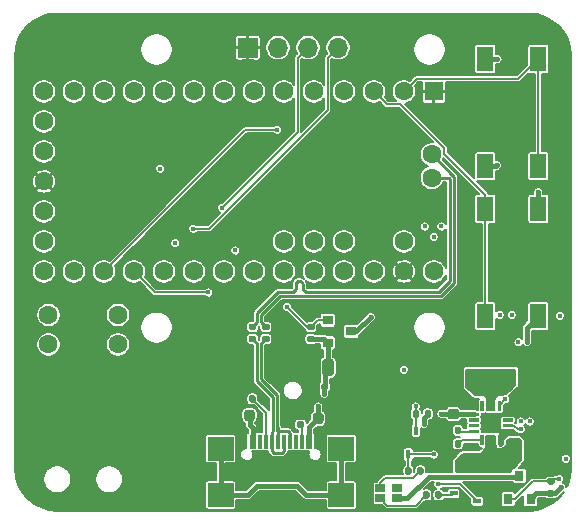
<source format=gtl>
%TF.GenerationSoftware,KiCad,Pcbnew,(5.1.10)-1*%
%TF.CreationDate,2021-12-08T00:23:12-08:00*%
%TF.ProjectId,Climbing_Main_Rev_A,436c696d-6269-46e6-975f-4d61696e5f52,rev?*%
%TF.SameCoordinates,Original*%
%TF.FileFunction,Copper,L1,Top*%
%TF.FilePolarity,Positive*%
%FSLAX46Y46*%
G04 Gerber Fmt 4.6, Leading zero omitted, Abs format (unit mm)*
G04 Created by KiCad (PCBNEW (5.1.10)-1) date 2021-12-08 00:23:12*
%MOMM*%
%LPD*%
G01*
G04 APERTURE LIST*
%TA.AperFunction,ComponentPad*%
%ADD10C,1.600000*%
%TD*%
%TA.AperFunction,ComponentPad*%
%ADD11R,1.600000X1.600000*%
%TD*%
%TA.AperFunction,SMDPad,CuDef*%
%ADD12R,1.680000X1.680000*%
%TD*%
%TA.AperFunction,ComponentPad*%
%ADD13C,1.600200*%
%TD*%
%TA.AperFunction,SMDPad,CuDef*%
%ADD14R,1.400000X2.100000*%
%TD*%
%TA.AperFunction,SMDPad,CuDef*%
%ADD15R,0.700000X0.450000*%
%TD*%
%TA.AperFunction,SMDPad,CuDef*%
%ADD16R,0.450000X0.700000*%
%TD*%
%TA.AperFunction,SMDPad,CuDef*%
%ADD17R,0.800000X0.900000*%
%TD*%
%TA.AperFunction,SMDPad,CuDef*%
%ADD18R,0.900000X0.800000*%
%TD*%
%TA.AperFunction,SMDPad,CuDef*%
%ADD19R,0.850000X0.650000*%
%TD*%
%TA.AperFunction,ComponentPad*%
%ADD20O,1.700000X1.700000*%
%TD*%
%TA.AperFunction,ComponentPad*%
%ADD21R,1.700000X1.700000*%
%TD*%
%TA.AperFunction,SMDPad,CuDef*%
%ADD22R,2.180000X2.000000*%
%TD*%
%TA.AperFunction,SMDPad,CuDef*%
%ADD23R,0.300000X1.150000*%
%TD*%
%TA.AperFunction,SMDPad,CuDef*%
%ADD24R,0.600000X1.150000*%
%TD*%
%TA.AperFunction,ViaPad*%
%ADD25C,0.400000*%
%TD*%
%TA.AperFunction,Conductor*%
%ADD26C,0.381000*%
%TD*%
%TA.AperFunction,Conductor*%
%ADD27C,0.152400*%
%TD*%
%TA.AperFunction,Conductor*%
%ADD28C,0.231140*%
%TD*%
%TA.AperFunction,Conductor*%
%ADD29C,0.100000*%
%TD*%
G04 APERTURE END LIST*
D10*
X126746000Y-82042000D03*
X126746000Y-84582000D03*
X126746000Y-87122000D03*
X126746000Y-89662000D03*
X126746000Y-79502000D03*
X126746000Y-76962000D03*
X126746000Y-74422000D03*
X129286000Y-89662000D03*
X131826000Y-89662000D03*
X134366000Y-89662000D03*
X136906000Y-89662000D03*
X139446000Y-89662000D03*
X141986000Y-89662000D03*
X144526000Y-89662000D03*
X147066000Y-89662000D03*
X149606000Y-89662000D03*
X152146000Y-89662000D03*
X154686000Y-89662000D03*
X157226000Y-89662000D03*
X159766000Y-89662000D03*
X157226000Y-87122000D03*
X152146000Y-87122000D03*
X149606000Y-87122000D03*
X147066000Y-87122000D03*
X129286000Y-74422000D03*
X131826000Y-74422000D03*
X134366000Y-74422000D03*
X136906000Y-74422000D03*
X139446000Y-74422000D03*
X141986000Y-74422000D03*
X144526000Y-74422000D03*
X147066000Y-74422000D03*
X149606000Y-74422000D03*
X152146000Y-74422000D03*
X154686000Y-74422000D03*
X157226000Y-74422000D03*
D11*
X159766000Y-74422000D03*
D10*
X159588200Y-81737200D03*
X159588200Y-79756000D03*
%TA.AperFunction,SMDPad,CuDef*%
G36*
G01*
X166449200Y-103369000D02*
X165604800Y-103369000D01*
G75*
G02*
X165597000Y-103361200I0J7800D01*
G01*
X165597000Y-103116800D01*
G75*
G02*
X165604800Y-103109000I7800J0D01*
G01*
X166449200Y-103109000D01*
G75*
G02*
X166457000Y-103116800I0J-7800D01*
G01*
X166457000Y-103361200D01*
G75*
G02*
X166449200Y-103369000I-7800J0D01*
G01*
G37*
%TD.AperFunction*%
%TA.AperFunction,SMDPad,CuDef*%
G36*
G01*
X166449200Y-102869000D02*
X165604800Y-102869000D01*
G75*
G02*
X165597000Y-102861200I0J7800D01*
G01*
X165597000Y-102616800D01*
G75*
G02*
X165604800Y-102609000I7800J0D01*
G01*
X166449200Y-102609000D01*
G75*
G02*
X166457000Y-102616800I0J-7800D01*
G01*
X166457000Y-102861200D01*
G75*
G02*
X166449200Y-102869000I-7800J0D01*
G01*
G37*
%TD.AperFunction*%
%TA.AperFunction,SMDPad,CuDef*%
G36*
G01*
X166449200Y-102369000D02*
X165604800Y-102369000D01*
G75*
G02*
X165597000Y-102361200I0J7800D01*
G01*
X165597000Y-102116800D01*
G75*
G02*
X165604800Y-102109000I7800J0D01*
G01*
X166449200Y-102109000D01*
G75*
G02*
X166457000Y-102116800I0J-7800D01*
G01*
X166457000Y-102361200D01*
G75*
G02*
X166449200Y-102369000I-7800J0D01*
G01*
G37*
%TD.AperFunction*%
%TA.AperFunction,SMDPad,CuDef*%
G36*
G01*
X166449200Y-101869000D02*
X165604800Y-101869000D01*
G75*
G02*
X165597000Y-101861200I0J7800D01*
G01*
X165597000Y-101616800D01*
G75*
G02*
X165604800Y-101609000I7800J0D01*
G01*
X166449200Y-101609000D01*
G75*
G02*
X166457000Y-101616800I0J-7800D01*
G01*
X166457000Y-101861200D01*
G75*
G02*
X166449200Y-101869000I-7800J0D01*
G01*
G37*
%TD.AperFunction*%
%TA.AperFunction,SMDPad,CuDef*%
G36*
G01*
X163579200Y-101869000D02*
X162734800Y-101869000D01*
G75*
G02*
X162727000Y-101861200I0J7800D01*
G01*
X162727000Y-101616800D01*
G75*
G02*
X162734800Y-101609000I7800J0D01*
G01*
X163579200Y-101609000D01*
G75*
G02*
X163587000Y-101616800I0J-7800D01*
G01*
X163587000Y-101861200D01*
G75*
G02*
X163579200Y-101869000I-7800J0D01*
G01*
G37*
%TD.AperFunction*%
%TA.AperFunction,SMDPad,CuDef*%
G36*
G01*
X163579200Y-102369000D02*
X162734800Y-102369000D01*
G75*
G02*
X162727000Y-102361200I0J7800D01*
G01*
X162727000Y-102116800D01*
G75*
G02*
X162734800Y-102109000I7800J0D01*
G01*
X163579200Y-102109000D01*
G75*
G02*
X163587000Y-102116800I0J-7800D01*
G01*
X163587000Y-102361200D01*
G75*
G02*
X163579200Y-102369000I-7800J0D01*
G01*
G37*
%TD.AperFunction*%
%TA.AperFunction,SMDPad,CuDef*%
G36*
G01*
X163579200Y-102869000D02*
X162734800Y-102869000D01*
G75*
G02*
X162727000Y-102861200I0J7800D01*
G01*
X162727000Y-102616800D01*
G75*
G02*
X162734800Y-102609000I7800J0D01*
G01*
X163579200Y-102609000D01*
G75*
G02*
X163587000Y-102616800I0J-7800D01*
G01*
X163587000Y-102861200D01*
G75*
G02*
X163579200Y-102869000I-7800J0D01*
G01*
G37*
%TD.AperFunction*%
%TA.AperFunction,SMDPad,CuDef*%
G36*
G01*
X163579200Y-103369000D02*
X162734800Y-103369000D01*
G75*
G02*
X162727000Y-103361200I0J7800D01*
G01*
X162727000Y-103116800D01*
G75*
G02*
X162734800Y-103109000I7800J0D01*
G01*
X163579200Y-103109000D01*
G75*
G02*
X163587000Y-103116800I0J-7800D01*
G01*
X163587000Y-103361200D01*
G75*
G02*
X163579200Y-103369000I-7800J0D01*
G01*
G37*
%TD.AperFunction*%
%TA.AperFunction,SMDPad,CuDef*%
G36*
G01*
X163964200Y-104354000D02*
X163719800Y-104354000D01*
G75*
G02*
X163712000Y-104346200I0J7800D01*
G01*
X163712000Y-103501800D01*
G75*
G02*
X163719800Y-103494000I7800J0D01*
G01*
X163964200Y-103494000D01*
G75*
G02*
X163972000Y-103501800I0J-7800D01*
G01*
X163972000Y-104346200D01*
G75*
G02*
X163964200Y-104354000I-7800J0D01*
G01*
G37*
%TD.AperFunction*%
%TA.AperFunction,SMDPad,CuDef*%
G36*
G01*
X164464200Y-104354000D02*
X164219800Y-104354000D01*
G75*
G02*
X164212000Y-104346200I0J7800D01*
G01*
X164212000Y-103501800D01*
G75*
G02*
X164219800Y-103494000I7800J0D01*
G01*
X164464200Y-103494000D01*
G75*
G02*
X164472000Y-103501800I0J-7800D01*
G01*
X164472000Y-104346200D01*
G75*
G02*
X164464200Y-104354000I-7800J0D01*
G01*
G37*
%TD.AperFunction*%
%TA.AperFunction,SMDPad,CuDef*%
G36*
G01*
X164964200Y-104354000D02*
X164719800Y-104354000D01*
G75*
G02*
X164712000Y-104346200I0J7800D01*
G01*
X164712000Y-103501800D01*
G75*
G02*
X164719800Y-103494000I7800J0D01*
G01*
X164964200Y-103494000D01*
G75*
G02*
X164972000Y-103501800I0J-7800D01*
G01*
X164972000Y-104346200D01*
G75*
G02*
X164964200Y-104354000I-7800J0D01*
G01*
G37*
%TD.AperFunction*%
%TA.AperFunction,SMDPad,CuDef*%
G36*
G01*
X165464200Y-104354000D02*
X165219800Y-104354000D01*
G75*
G02*
X165212000Y-104346200I0J7800D01*
G01*
X165212000Y-103501800D01*
G75*
G02*
X165219800Y-103494000I7800J0D01*
G01*
X165464200Y-103494000D01*
G75*
G02*
X165472000Y-103501800I0J-7800D01*
G01*
X165472000Y-104346200D01*
G75*
G02*
X165464200Y-104354000I-7800J0D01*
G01*
G37*
%TD.AperFunction*%
%TA.AperFunction,SMDPad,CuDef*%
G36*
G01*
X165464200Y-101484000D02*
X165219800Y-101484000D01*
G75*
G02*
X165212000Y-101476200I0J7800D01*
G01*
X165212000Y-100631800D01*
G75*
G02*
X165219800Y-100624000I7800J0D01*
G01*
X165464200Y-100624000D01*
G75*
G02*
X165472000Y-100631800I0J-7800D01*
G01*
X165472000Y-101476200D01*
G75*
G02*
X165464200Y-101484000I-7800J0D01*
G01*
G37*
%TD.AperFunction*%
%TA.AperFunction,SMDPad,CuDef*%
G36*
G01*
X164964200Y-101484000D02*
X164719800Y-101484000D01*
G75*
G02*
X164712000Y-101476200I0J7800D01*
G01*
X164712000Y-100631800D01*
G75*
G02*
X164719800Y-100624000I7800J0D01*
G01*
X164964200Y-100624000D01*
G75*
G02*
X164972000Y-100631800I0J-7800D01*
G01*
X164972000Y-101476200D01*
G75*
G02*
X164964200Y-101484000I-7800J0D01*
G01*
G37*
%TD.AperFunction*%
%TA.AperFunction,SMDPad,CuDef*%
G36*
G01*
X164464200Y-101484000D02*
X164219800Y-101484000D01*
G75*
G02*
X164212000Y-101476200I0J7800D01*
G01*
X164212000Y-100631800D01*
G75*
G02*
X164219800Y-100624000I7800J0D01*
G01*
X164464200Y-100624000D01*
G75*
G02*
X164472000Y-100631800I0J-7800D01*
G01*
X164472000Y-101476200D01*
G75*
G02*
X164464200Y-101484000I-7800J0D01*
G01*
G37*
%TD.AperFunction*%
%TA.AperFunction,SMDPad,CuDef*%
G36*
G01*
X163964200Y-101484000D02*
X163719800Y-101484000D01*
G75*
G02*
X163712000Y-101476200I0J7800D01*
G01*
X163712000Y-100631800D01*
G75*
G02*
X163719800Y-100624000I7800J0D01*
G01*
X163964200Y-100624000D01*
G75*
G02*
X163972000Y-100631800I0J-7800D01*
G01*
X163972000Y-101476200D01*
G75*
G02*
X163964200Y-101484000I-7800J0D01*
G01*
G37*
%TD.AperFunction*%
D12*
X164592000Y-102489000D03*
D13*
X127127000Y-93345000D03*
X127127000Y-95834200D03*
X133019800Y-93345000D03*
X133019800Y-95834200D03*
D14*
X164120000Y-84350000D03*
X164120000Y-93450000D03*
X168620000Y-93450000D03*
X168620000Y-84350000D03*
X164120000Y-80750000D03*
X164120000Y-71650000D03*
X168620000Y-71650000D03*
X168620000Y-80750000D03*
%TA.AperFunction,SMDPad,CuDef*%
G36*
G01*
X159879000Y-108770000D02*
X159879000Y-108400000D01*
G75*
G02*
X160014000Y-108265000I135000J0D01*
G01*
X160284000Y-108265000D01*
G75*
G02*
X160419000Y-108400000I0J-135000D01*
G01*
X160419000Y-108770000D01*
G75*
G02*
X160284000Y-108905000I-135000J0D01*
G01*
X160014000Y-108905000D01*
G75*
G02*
X159879000Y-108770000I0J135000D01*
G01*
G37*
%TD.AperFunction*%
%TA.AperFunction,SMDPad,CuDef*%
G36*
G01*
X158859000Y-108770000D02*
X158859000Y-108400000D01*
G75*
G02*
X158994000Y-108265000I135000J0D01*
G01*
X159264000Y-108265000D01*
G75*
G02*
X159399000Y-108400000I0J-135000D01*
G01*
X159399000Y-108770000D01*
G75*
G02*
X159264000Y-108905000I-135000J0D01*
G01*
X158994000Y-108905000D01*
G75*
G02*
X158859000Y-108770000I0J135000D01*
G01*
G37*
%TD.AperFunction*%
%TA.AperFunction,SMDPad,CuDef*%
G36*
G01*
X157875000Y-106368000D02*
X157875000Y-106738000D01*
G75*
G02*
X157740000Y-106873000I-135000J0D01*
G01*
X157470000Y-106873000D01*
G75*
G02*
X157335000Y-106738000I0J135000D01*
G01*
X157335000Y-106368000D01*
G75*
G02*
X157470000Y-106233000I135000J0D01*
G01*
X157740000Y-106233000D01*
G75*
G02*
X157875000Y-106368000I0J-135000D01*
G01*
G37*
%TD.AperFunction*%
%TA.AperFunction,SMDPad,CuDef*%
G36*
G01*
X158895000Y-106368000D02*
X158895000Y-106738000D01*
G75*
G02*
X158760000Y-106873000I-135000J0D01*
G01*
X158490000Y-106873000D01*
G75*
G02*
X158355000Y-106738000I0J135000D01*
G01*
X158355000Y-106368000D01*
G75*
G02*
X158490000Y-106233000I135000J0D01*
G01*
X158760000Y-106233000D01*
G75*
G02*
X158895000Y-106368000I0J-135000D01*
G01*
G37*
%TD.AperFunction*%
%TA.AperFunction,SMDPad,CuDef*%
G36*
G01*
X158510000Y-101542000D02*
X158510000Y-101912000D01*
G75*
G02*
X158375000Y-102047000I-135000J0D01*
G01*
X158105000Y-102047000D01*
G75*
G02*
X157970000Y-101912000I0J135000D01*
G01*
X157970000Y-101542000D01*
G75*
G02*
X158105000Y-101407000I135000J0D01*
G01*
X158375000Y-101407000D01*
G75*
G02*
X158510000Y-101542000I0J-135000D01*
G01*
G37*
%TD.AperFunction*%
%TA.AperFunction,SMDPad,CuDef*%
G36*
G01*
X159530000Y-101542000D02*
X159530000Y-101912000D01*
G75*
G02*
X159395000Y-102047000I-135000J0D01*
G01*
X159125000Y-102047000D01*
G75*
G02*
X158990000Y-101912000I0J135000D01*
G01*
X158990000Y-101542000D01*
G75*
G02*
X159125000Y-101407000I135000J0D01*
G01*
X159395000Y-101407000D01*
G75*
G02*
X159530000Y-101542000I0J-135000D01*
G01*
G37*
%TD.AperFunction*%
%TA.AperFunction,SMDPad,CuDef*%
G36*
G01*
X169857000Y-107710000D02*
X169487000Y-107710000D01*
G75*
G02*
X169352000Y-107575000I0J135000D01*
G01*
X169352000Y-107305000D01*
G75*
G02*
X169487000Y-107170000I135000J0D01*
G01*
X169857000Y-107170000D01*
G75*
G02*
X169992000Y-107305000I0J-135000D01*
G01*
X169992000Y-107575000D01*
G75*
G02*
X169857000Y-107710000I-135000J0D01*
G01*
G37*
%TD.AperFunction*%
%TA.AperFunction,SMDPad,CuDef*%
G36*
G01*
X169857000Y-108730000D02*
X169487000Y-108730000D01*
G75*
G02*
X169352000Y-108595000I0J135000D01*
G01*
X169352000Y-108325000D01*
G75*
G02*
X169487000Y-108190000I135000J0D01*
G01*
X169857000Y-108190000D01*
G75*
G02*
X169992000Y-108325000I0J-135000D01*
G01*
X169992000Y-108595000D01*
G75*
G02*
X169857000Y-108730000I-135000J0D01*
G01*
G37*
%TD.AperFunction*%
%TA.AperFunction,SMDPad,CuDef*%
G36*
G01*
X161530000Y-104452000D02*
X161530000Y-104082000D01*
G75*
G02*
X161665000Y-103947000I135000J0D01*
G01*
X161935000Y-103947000D01*
G75*
G02*
X162070000Y-104082000I0J-135000D01*
G01*
X162070000Y-104452000D01*
G75*
G02*
X161935000Y-104587000I-135000J0D01*
G01*
X161665000Y-104587000D01*
G75*
G02*
X161530000Y-104452000I0J135000D01*
G01*
G37*
%TD.AperFunction*%
%TA.AperFunction,SMDPad,CuDef*%
G36*
G01*
X160510000Y-104452000D02*
X160510000Y-104082000D01*
G75*
G02*
X160645000Y-103947000I135000J0D01*
G01*
X160915000Y-103947000D01*
G75*
G02*
X161050000Y-104082000I0J-135000D01*
G01*
X161050000Y-104452000D01*
G75*
G02*
X160915000Y-104587000I-135000J0D01*
G01*
X160645000Y-104587000D01*
G75*
G02*
X160510000Y-104452000I0J135000D01*
G01*
G37*
%TD.AperFunction*%
%TA.AperFunction,SMDPad,CuDef*%
G36*
G01*
X161050000Y-102939000D02*
X161050000Y-103309000D01*
G75*
G02*
X160915000Y-103444000I-135000J0D01*
G01*
X160645000Y-103444000D01*
G75*
G02*
X160510000Y-103309000I0J135000D01*
G01*
X160510000Y-102939000D01*
G75*
G02*
X160645000Y-102804000I135000J0D01*
G01*
X160915000Y-102804000D01*
G75*
G02*
X161050000Y-102939000I0J-135000D01*
G01*
G37*
%TD.AperFunction*%
%TA.AperFunction,SMDPad,CuDef*%
G36*
G01*
X162070000Y-102939000D02*
X162070000Y-103309000D01*
G75*
G02*
X161935000Y-103444000I-135000J0D01*
G01*
X161665000Y-103444000D01*
G75*
G02*
X161530000Y-103309000I0J135000D01*
G01*
X161530000Y-102939000D01*
G75*
G02*
X161665000Y-102804000I135000J0D01*
G01*
X161935000Y-102804000D01*
G75*
G02*
X162070000Y-102939000I0J-135000D01*
G01*
G37*
%TD.AperFunction*%
%TA.AperFunction,SMDPad,CuDef*%
G36*
G01*
X145357000Y-95109000D02*
X145727000Y-95109000D01*
G75*
G02*
X145862000Y-95244000I0J-135000D01*
G01*
X145862000Y-95514000D01*
G75*
G02*
X145727000Y-95649000I-135000J0D01*
G01*
X145357000Y-95649000D01*
G75*
G02*
X145222000Y-95514000I0J135000D01*
G01*
X145222000Y-95244000D01*
G75*
G02*
X145357000Y-95109000I135000J0D01*
G01*
G37*
%TD.AperFunction*%
%TA.AperFunction,SMDPad,CuDef*%
G36*
G01*
X145357000Y-94089000D02*
X145727000Y-94089000D01*
G75*
G02*
X145862000Y-94224000I0J-135000D01*
G01*
X145862000Y-94494000D01*
G75*
G02*
X145727000Y-94629000I-135000J0D01*
G01*
X145357000Y-94629000D01*
G75*
G02*
X145222000Y-94494000I0J135000D01*
G01*
X145222000Y-94224000D01*
G75*
G02*
X145357000Y-94089000I135000J0D01*
G01*
G37*
%TD.AperFunction*%
%TA.AperFunction,SMDPad,CuDef*%
G36*
G01*
X144214000Y-95109000D02*
X144584000Y-95109000D01*
G75*
G02*
X144719000Y-95244000I0J-135000D01*
G01*
X144719000Y-95514000D01*
G75*
G02*
X144584000Y-95649000I-135000J0D01*
G01*
X144214000Y-95649000D01*
G75*
G02*
X144079000Y-95514000I0J135000D01*
G01*
X144079000Y-95244000D01*
G75*
G02*
X144214000Y-95109000I135000J0D01*
G01*
G37*
%TD.AperFunction*%
%TA.AperFunction,SMDPad,CuDef*%
G36*
G01*
X144214000Y-94089000D02*
X144584000Y-94089000D01*
G75*
G02*
X144719000Y-94224000I0J-135000D01*
G01*
X144719000Y-94494000D01*
G75*
G02*
X144584000Y-94629000I-135000J0D01*
G01*
X144214000Y-94629000D01*
G75*
G02*
X144079000Y-94494000I0J135000D01*
G01*
X144079000Y-94224000D01*
G75*
G02*
X144214000Y-94089000I135000J0D01*
G01*
G37*
%TD.AperFunction*%
%TA.AperFunction,SMDPad,CuDef*%
G36*
G01*
X148278000Y-102348000D02*
X148648000Y-102348000D01*
G75*
G02*
X148783000Y-102483000I0J-135000D01*
G01*
X148783000Y-102753000D01*
G75*
G02*
X148648000Y-102888000I-135000J0D01*
G01*
X148278000Y-102888000D01*
G75*
G02*
X148143000Y-102753000I0J135000D01*
G01*
X148143000Y-102483000D01*
G75*
G02*
X148278000Y-102348000I135000J0D01*
G01*
G37*
%TD.AperFunction*%
%TA.AperFunction,SMDPad,CuDef*%
G36*
G01*
X148278000Y-101328000D02*
X148648000Y-101328000D01*
G75*
G02*
X148783000Y-101463000I0J-135000D01*
G01*
X148783000Y-101733000D01*
G75*
G02*
X148648000Y-101868000I-135000J0D01*
G01*
X148278000Y-101868000D01*
G75*
G02*
X148143000Y-101733000I0J135000D01*
G01*
X148143000Y-101463000D01*
G75*
G02*
X148278000Y-101328000I135000J0D01*
G01*
G37*
%TD.AperFunction*%
%TA.AperFunction,SMDPad,CuDef*%
G36*
G01*
X144131000Y-100642000D02*
X144131000Y-100272000D01*
G75*
G02*
X144266000Y-100137000I135000J0D01*
G01*
X144536000Y-100137000D01*
G75*
G02*
X144671000Y-100272000I0J-135000D01*
G01*
X144671000Y-100642000D01*
G75*
G02*
X144536000Y-100777000I-135000J0D01*
G01*
X144266000Y-100777000D01*
G75*
G02*
X144131000Y-100642000I0J135000D01*
G01*
G37*
%TD.AperFunction*%
%TA.AperFunction,SMDPad,CuDef*%
G36*
G01*
X143111000Y-100642000D02*
X143111000Y-100272000D01*
G75*
G02*
X143246000Y-100137000I135000J0D01*
G01*
X143516000Y-100137000D01*
G75*
G02*
X143651000Y-100272000I0J-135000D01*
G01*
X143651000Y-100642000D01*
G75*
G02*
X143516000Y-100777000I-135000J0D01*
G01*
X143246000Y-100777000D01*
G75*
G02*
X143111000Y-100642000I0J135000D01*
G01*
G37*
%TD.AperFunction*%
%TA.AperFunction,SMDPad,CuDef*%
G36*
G01*
X149537000Y-94629000D02*
X149167000Y-94629000D01*
G75*
G02*
X149032000Y-94494000I0J135000D01*
G01*
X149032000Y-94224000D01*
G75*
G02*
X149167000Y-94089000I135000J0D01*
G01*
X149537000Y-94089000D01*
G75*
G02*
X149672000Y-94224000I0J-135000D01*
G01*
X149672000Y-94494000D01*
G75*
G02*
X149537000Y-94629000I-135000J0D01*
G01*
G37*
%TD.AperFunction*%
%TA.AperFunction,SMDPad,CuDef*%
G36*
G01*
X149537000Y-95649000D02*
X149167000Y-95649000D01*
G75*
G02*
X149032000Y-95514000I0J135000D01*
G01*
X149032000Y-95244000D01*
G75*
G02*
X149167000Y-95109000I135000J0D01*
G01*
X149537000Y-95109000D01*
G75*
G02*
X149672000Y-95244000I0J-135000D01*
G01*
X149672000Y-95514000D01*
G75*
G02*
X149537000Y-95649000I-135000J0D01*
G01*
G37*
%TD.AperFunction*%
D15*
X161433000Y-108458000D03*
X163433000Y-107808000D03*
X163433000Y-109108000D03*
D16*
X157607000Y-105140000D03*
X156957000Y-103140000D03*
X158257000Y-103140000D03*
D17*
X167005000Y-106950000D03*
X167955000Y-108950000D03*
X166055000Y-108950000D03*
D18*
X152765000Y-94742000D03*
X150765000Y-95692000D03*
X150765000Y-93792000D03*
D19*
X156681000Y-108033000D03*
X156681000Y-108883000D03*
X155231000Y-108033000D03*
X155231000Y-108883000D03*
D20*
X151640070Y-70720700D03*
X149100070Y-70720700D03*
X146560070Y-70720700D03*
D21*
X144020070Y-70720700D03*
D22*
X151922000Y-108586000D03*
X141702000Y-108586000D03*
X151922000Y-104656000D03*
X141702000Y-104656000D03*
D23*
X147062000Y-104081000D03*
X146562000Y-104081000D03*
X147562000Y-104081000D03*
X146062000Y-104081000D03*
X148062000Y-104081000D03*
X145562000Y-104081000D03*
X148562000Y-104081000D03*
X145062000Y-104081000D03*
D24*
X150012000Y-104081000D03*
X149212000Y-104081000D03*
X144412000Y-104081000D03*
X143612000Y-104081000D03*
%TA.AperFunction,SMDPad,CuDef*%
G36*
G01*
X167963000Y-105580200D02*
X167963000Y-104630200D01*
G75*
G02*
X168213000Y-104380200I250000J0D01*
G01*
X168713000Y-104380200D01*
G75*
G02*
X168963000Y-104630200I0J-250000D01*
G01*
X168963000Y-105580200D01*
G75*
G02*
X168713000Y-105830200I-250000J0D01*
G01*
X168213000Y-105830200D01*
G75*
G02*
X167963000Y-105580200I0J250000D01*
G01*
G37*
%TD.AperFunction*%
%TA.AperFunction,SMDPad,CuDef*%
G36*
G01*
X166063000Y-105580200D02*
X166063000Y-104630200D01*
G75*
G02*
X166313000Y-104380200I250000J0D01*
G01*
X166813000Y-104380200D01*
G75*
G02*
X167063000Y-104630200I0J-250000D01*
G01*
X167063000Y-105580200D01*
G75*
G02*
X166813000Y-105830200I-250000J0D01*
G01*
X166313000Y-105830200D01*
G75*
G02*
X166063000Y-105580200I0J250000D01*
G01*
G37*
%TD.AperFunction*%
%TA.AperFunction,SMDPad,CuDef*%
G36*
G01*
X166210000Y-97340000D02*
X165260000Y-97340000D01*
G75*
G02*
X165010000Y-97090000I0J250000D01*
G01*
X165010000Y-96590000D01*
G75*
G02*
X165260000Y-96340000I250000J0D01*
G01*
X166210000Y-96340000D01*
G75*
G02*
X166460000Y-96590000I0J-250000D01*
G01*
X166460000Y-97090000D01*
G75*
G02*
X166210000Y-97340000I-250000J0D01*
G01*
G37*
%TD.AperFunction*%
%TA.AperFunction,SMDPad,CuDef*%
G36*
G01*
X166210000Y-99240000D02*
X165260000Y-99240000D01*
G75*
G02*
X165010000Y-98990000I0J250000D01*
G01*
X165010000Y-98490000D01*
G75*
G02*
X165260000Y-98240000I250000J0D01*
G01*
X166210000Y-98240000D01*
G75*
G02*
X166460000Y-98490000I0J-250000D01*
G01*
X166460000Y-98990000D01*
G75*
G02*
X166210000Y-99240000I-250000J0D01*
G01*
G37*
%TD.AperFunction*%
%TA.AperFunction,SMDPad,CuDef*%
G36*
G01*
X161094000Y-105443000D02*
X161094000Y-106393000D01*
G75*
G02*
X160844000Y-106643000I-250000J0D01*
G01*
X160344000Y-106643000D01*
G75*
G02*
X160094000Y-106393000I0J250000D01*
G01*
X160094000Y-105443000D01*
G75*
G02*
X160344000Y-105193000I250000J0D01*
G01*
X160844000Y-105193000D01*
G75*
G02*
X161094000Y-105443000I0J-250000D01*
G01*
G37*
%TD.AperFunction*%
%TA.AperFunction,SMDPad,CuDef*%
G36*
G01*
X162994000Y-105443000D02*
X162994000Y-106393000D01*
G75*
G02*
X162744000Y-106643000I-250000J0D01*
G01*
X162244000Y-106643000D01*
G75*
G02*
X161994000Y-106393000I0J250000D01*
G01*
X161994000Y-105443000D01*
G75*
G02*
X162244000Y-105193000I250000J0D01*
G01*
X162744000Y-105193000D01*
G75*
G02*
X162994000Y-105443000I0J-250000D01*
G01*
G37*
%TD.AperFunction*%
%TA.AperFunction,SMDPad,CuDef*%
G36*
G01*
X163924000Y-97340000D02*
X162974000Y-97340000D01*
G75*
G02*
X162724000Y-97090000I0J250000D01*
G01*
X162724000Y-96590000D01*
G75*
G02*
X162974000Y-96340000I250000J0D01*
G01*
X163924000Y-96340000D01*
G75*
G02*
X164174000Y-96590000I0J-250000D01*
G01*
X164174000Y-97090000D01*
G75*
G02*
X163924000Y-97340000I-250000J0D01*
G01*
G37*
%TD.AperFunction*%
%TA.AperFunction,SMDPad,CuDef*%
G36*
G01*
X163924000Y-99240000D02*
X162974000Y-99240000D01*
G75*
G02*
X162724000Y-98990000I0J250000D01*
G01*
X162724000Y-98490000D01*
G75*
G02*
X162974000Y-98240000I250000J0D01*
G01*
X163924000Y-98240000D01*
G75*
G02*
X164174000Y-98490000I0J-250000D01*
G01*
X164174000Y-98990000D01*
G75*
G02*
X163924000Y-99240000I-250000J0D01*
G01*
G37*
%TD.AperFunction*%
%TA.AperFunction,SMDPad,CuDef*%
G36*
G01*
X161667000Y-100640000D02*
X161167000Y-100640000D01*
G75*
G02*
X160942000Y-100415000I0J225000D01*
G01*
X160942000Y-99965000D01*
G75*
G02*
X161167000Y-99740000I225000J0D01*
G01*
X161667000Y-99740000D01*
G75*
G02*
X161892000Y-99965000I0J-225000D01*
G01*
X161892000Y-100415000D01*
G75*
G02*
X161667000Y-100640000I-225000J0D01*
G01*
G37*
%TD.AperFunction*%
%TA.AperFunction,SMDPad,CuDef*%
G36*
G01*
X161667000Y-102190000D02*
X161167000Y-102190000D01*
G75*
G02*
X160942000Y-101965000I0J225000D01*
G01*
X160942000Y-101515000D01*
G75*
G02*
X161167000Y-101290000I225000J0D01*
G01*
X161667000Y-101290000D01*
G75*
G02*
X161892000Y-101515000I0J-225000D01*
G01*
X161892000Y-101965000D01*
G75*
G02*
X161667000Y-102190000I-225000J0D01*
G01*
G37*
%TD.AperFunction*%
%TA.AperFunction,SMDPad,CuDef*%
G36*
G01*
X152215000Y-98265000D02*
X152215000Y-97315000D01*
G75*
G02*
X152465000Y-97065000I250000J0D01*
G01*
X152965000Y-97065000D01*
G75*
G02*
X153215000Y-97315000I0J-250000D01*
G01*
X153215000Y-98265000D01*
G75*
G02*
X152965000Y-98515000I-250000J0D01*
G01*
X152465000Y-98515000D01*
G75*
G02*
X152215000Y-98265000I0J250000D01*
G01*
G37*
%TD.AperFunction*%
%TA.AperFunction,SMDPad,CuDef*%
G36*
G01*
X150315000Y-98265000D02*
X150315000Y-97315000D01*
G75*
G02*
X150565000Y-97065000I250000J0D01*
G01*
X151065000Y-97065000D01*
G75*
G02*
X151315000Y-97315000I0J-250000D01*
G01*
X151315000Y-98265000D01*
G75*
G02*
X151065000Y-98515000I-250000J0D01*
G01*
X150565000Y-98515000D01*
G75*
G02*
X150315000Y-98265000I0J250000D01*
G01*
G37*
%TD.AperFunction*%
%TA.AperFunction,SMDPad,CuDef*%
G36*
G01*
X151074000Y-102358000D02*
X151074000Y-101858000D01*
G75*
G02*
X151299000Y-101633000I225000J0D01*
G01*
X151749000Y-101633000D01*
G75*
G02*
X151974000Y-101858000I0J-225000D01*
G01*
X151974000Y-102358000D01*
G75*
G02*
X151749000Y-102583000I-225000J0D01*
G01*
X151299000Y-102583000D01*
G75*
G02*
X151074000Y-102358000I0J225000D01*
G01*
G37*
%TD.AperFunction*%
%TA.AperFunction,SMDPad,CuDef*%
G36*
G01*
X149524000Y-102358000D02*
X149524000Y-101858000D01*
G75*
G02*
X149749000Y-101633000I225000J0D01*
G01*
X150199000Y-101633000D01*
G75*
G02*
X150424000Y-101858000I0J-225000D01*
G01*
X150424000Y-102358000D01*
G75*
G02*
X150199000Y-102583000I-225000J0D01*
G01*
X149749000Y-102583000D01*
G75*
G02*
X149524000Y-102358000I0J225000D01*
G01*
G37*
%TD.AperFunction*%
%TA.AperFunction,SMDPad,CuDef*%
G36*
G01*
X151203000Y-99611000D02*
X151203000Y-99271000D01*
G75*
G02*
X151343000Y-99131000I140000J0D01*
G01*
X151623000Y-99131000D01*
G75*
G02*
X151763000Y-99271000I0J-140000D01*
G01*
X151763000Y-99611000D01*
G75*
G02*
X151623000Y-99751000I-140000J0D01*
G01*
X151343000Y-99751000D01*
G75*
G02*
X151203000Y-99611000I0J140000D01*
G01*
G37*
%TD.AperFunction*%
%TA.AperFunction,SMDPad,CuDef*%
G36*
G01*
X150243000Y-99611000D02*
X150243000Y-99271000D01*
G75*
G02*
X150383000Y-99131000I140000J0D01*
G01*
X150663000Y-99131000D01*
G75*
G02*
X150803000Y-99271000I0J-140000D01*
G01*
X150803000Y-99611000D01*
G75*
G02*
X150663000Y-99751000I-140000J0D01*
G01*
X150383000Y-99751000D01*
G75*
G02*
X150243000Y-99611000I0J140000D01*
G01*
G37*
%TD.AperFunction*%
%TA.AperFunction,SMDPad,CuDef*%
G36*
G01*
X143058000Y-101604000D02*
X143058000Y-102104000D01*
G75*
G02*
X142833000Y-102329000I-225000J0D01*
G01*
X142383000Y-102329000D01*
G75*
G02*
X142158000Y-102104000I0J225000D01*
G01*
X142158000Y-101604000D01*
G75*
G02*
X142383000Y-101379000I225000J0D01*
G01*
X142833000Y-101379000D01*
G75*
G02*
X143058000Y-101604000I0J-225000D01*
G01*
G37*
%TD.AperFunction*%
%TA.AperFunction,SMDPad,CuDef*%
G36*
G01*
X144608000Y-101604000D02*
X144608000Y-102104000D01*
G75*
G02*
X144383000Y-102329000I-225000J0D01*
G01*
X143933000Y-102329000D01*
G75*
G02*
X143708000Y-102104000I0J225000D01*
G01*
X143708000Y-101604000D01*
G75*
G02*
X143933000Y-101379000I225000J0D01*
G01*
X144383000Y-101379000D01*
G75*
G02*
X144608000Y-101604000I0J-225000D01*
G01*
G37*
%TD.AperFunction*%
D25*
X170434000Y-93421200D03*
X132994400Y-80010000D03*
X145796000Y-81889600D03*
X129184400Y-92303600D03*
X152247600Y-102057200D03*
X152095200Y-99466400D03*
X152704800Y-96723200D03*
X157175200Y-96469200D03*
X154432000Y-96469200D03*
X152704800Y-98806000D03*
X154432000Y-103936800D03*
X164084000Y-107797600D03*
X162153600Y-100126800D03*
X166319200Y-100177600D03*
X168402000Y-98552000D03*
X168808400Y-95859600D03*
X168859200Y-97434400D03*
X166751000Y-94107000D03*
X164592000Y-88392000D03*
X164592000Y-86233000D03*
X168148000Y-86233000D03*
X168148000Y-88392000D03*
X167767000Y-89789000D03*
X167767000Y-90805000D03*
X168529000Y-91694000D03*
X168529000Y-104089200D03*
X169265600Y-105003600D03*
X165735000Y-103632000D03*
X141859000Y-94996000D03*
X138557000Y-95631000D03*
X138557000Y-94361000D03*
X137541000Y-105791000D03*
X137541000Y-107823000D03*
X136144000Y-107188000D03*
X136144000Y-106426000D03*
X138303000Y-107442000D03*
X136144000Y-109093000D03*
X135001000Y-109093000D03*
X134874000Y-104521000D03*
X136271000Y-104521000D03*
X138303000Y-106426000D03*
X138430000Y-104902000D03*
X166116000Y-96012000D03*
X165100000Y-96012000D03*
X163957000Y-96012000D03*
X162814000Y-96012000D03*
X160629600Y-100126800D03*
X157226000Y-103759000D03*
X157480000Y-102997000D03*
X160147000Y-103251000D03*
X159766000Y-105918000D03*
X160401000Y-104902000D03*
X156972000Y-84074000D03*
X156972000Y-85090000D03*
X158369000Y-88138000D03*
X146431000Y-109093000D03*
X149987000Y-103251000D03*
X143637000Y-103251000D03*
X141859000Y-101854000D03*
X143383000Y-99822000D03*
X148463000Y-101092000D03*
X126238000Y-69596000D03*
X125018800Y-75285600D03*
X125018800Y-81635600D03*
X125018800Y-87985600D03*
X125018800Y-94284800D03*
X125018800Y-100584000D03*
X125018800Y-105308400D03*
X128879600Y-109118400D03*
X131318000Y-68732400D03*
X142341600Y-68732400D03*
X153365200Y-68732400D03*
X164338000Y-68732400D03*
X170484800Y-74523600D03*
X169976800Y-69646800D03*
X170484800Y-81889600D03*
X170434000Y-101498400D03*
X169265600Y-109372400D03*
X164642800Y-109474000D03*
X159461200Y-109626400D03*
X153924000Y-109626400D03*
X139192000Y-109169200D03*
X150317200Y-84531200D03*
X143814800Y-80568800D03*
X148971000Y-108585000D03*
X144018000Y-108585000D03*
X167894000Y-102362000D03*
X167132000Y-102362000D03*
X165735000Y-99695000D03*
X164592000Y-99695000D03*
X163322000Y-99695000D03*
X159004000Y-85852000D03*
X160401000Y-85852000D03*
X159766000Y-86741000D03*
X170942000Y-105511600D03*
X160401000Y-101727000D03*
X144399000Y-102870000D03*
X149974000Y-101092000D03*
X170561000Y-107950000D03*
X167132000Y-103022400D03*
X136601200Y-80975200D03*
X137871200Y-87274400D03*
X142951200Y-87884000D03*
X168605200Y-82956400D03*
X165100000Y-80670400D03*
X165150800Y-71678800D03*
X157226000Y-97993200D03*
X166928800Y-95656400D03*
X167640000Y-95656400D03*
X150469600Y-100025200D03*
X158902400Y-102565200D03*
X166370000Y-93345000D03*
X165354000Y-93345000D03*
X164211000Y-105410000D03*
X165608000Y-105410000D03*
X164211000Y-106045000D03*
X165608000Y-106045000D03*
X139395200Y-86055200D03*
X141833600Y-84277200D03*
X154432000Y-93522800D03*
X147320000Y-92659200D03*
X140665200Y-91440000D03*
X170383200Y-107238800D03*
X160147000Y-107696000D03*
X159766000Y-105156000D03*
X165804702Y-100486298D03*
X158242000Y-101092000D03*
X146507200Y-77673200D03*
D26*
X141702000Y-104656000D02*
X141702000Y-108586000D01*
X151922000Y-104656000D02*
X151922000Y-108586000D01*
X151922000Y-108586000D02*
X148972000Y-108586000D01*
X148972000Y-108586000D02*
X148209000Y-107823000D01*
X148209000Y-107823000D02*
X144780000Y-107823000D01*
X144017000Y-108586000D02*
X141702000Y-108586000D01*
X144780000Y-107823000D02*
X144017000Y-108586000D01*
X149212000Y-102870000D02*
X149974000Y-102108000D01*
X149212000Y-104081000D02*
X149212000Y-102870000D01*
X149974000Y-102108000D02*
X149974000Y-101359000D01*
X149974000Y-101359000D02*
X149974000Y-101359000D01*
X149974000Y-102108000D02*
X149974000Y-101092000D01*
X149974000Y-101092000D02*
X149974000Y-101092000D01*
X144412000Y-104081000D02*
X144412000Y-102883000D01*
X144158000Y-102629000D02*
X144158000Y-101854000D01*
X144412000Y-102883000D02*
X144158000Y-102629000D01*
X161404000Y-101727000D02*
X161417000Y-101740000D01*
X160401000Y-101727000D02*
X161404000Y-101727000D01*
X162569814Y-101718490D02*
X163157000Y-101718490D01*
X162548304Y-101740000D02*
X162569814Y-101718490D01*
X161417000Y-101740000D02*
X162548304Y-101740000D01*
X168445000Y-108460000D02*
X167955000Y-108950000D01*
X169672000Y-108460000D02*
X168445000Y-108460000D01*
X170051000Y-108460000D02*
X170561000Y-107950000D01*
X169672000Y-108460000D02*
X170051000Y-108460000D01*
D27*
X166565758Y-102739000D02*
X166027000Y-102739000D01*
X166849158Y-103022400D02*
X166565758Y-102739000D01*
X167132000Y-103022400D02*
X166849158Y-103022400D01*
D26*
X150452000Y-95379000D02*
X150765000Y-95692000D01*
X149352000Y-95379000D02*
X150452000Y-95379000D01*
X150523000Y-98082000D02*
X150815000Y-97790000D01*
X150523000Y-99441000D02*
X150523000Y-99441000D01*
X150815000Y-95742000D02*
X150765000Y-95692000D01*
X150815000Y-97790000D02*
X150815000Y-95742000D01*
X150523000Y-99441000D02*
X150523000Y-98082000D01*
X150469600Y-99494400D02*
X150523000Y-99441000D01*
X150469600Y-100025200D02*
X150469600Y-99494400D01*
X165122000Y-71650000D02*
X165150800Y-71678800D01*
X164120000Y-71650000D02*
X165122000Y-71650000D01*
X165020400Y-80750000D02*
X165100000Y-80670400D01*
X164120000Y-80750000D02*
X165020400Y-80750000D01*
X167640000Y-94430000D02*
X168620000Y-93450000D01*
X167640000Y-95656400D02*
X167640000Y-94430000D01*
X168620000Y-82971200D02*
X168605200Y-82956400D01*
X168620000Y-84350000D02*
X168620000Y-82971200D01*
X158902400Y-102084600D02*
X159260000Y-101727000D01*
X158902400Y-102565200D02*
X158902400Y-102084600D01*
D28*
X146120230Y-103160269D02*
X146120230Y-100290434D01*
X146062000Y-103218499D02*
X146120230Y-103160269D01*
X146062000Y-104081000D02*
X146062000Y-103218499D01*
X144778730Y-95758730D02*
X144399000Y-95379000D01*
X144778730Y-98948934D02*
X144778730Y-95758730D01*
X146120230Y-100290434D02*
X144778730Y-98948934D01*
X147062000Y-104859214D02*
X146892214Y-105029000D01*
X147062000Y-104081000D02*
X147062000Y-104859214D01*
X146062000Y-104859214D02*
X146062000Y-104081000D01*
X146231786Y-105029000D02*
X146062000Y-104859214D01*
X146892214Y-105029000D02*
X146231786Y-105029000D01*
X146503770Y-103160269D02*
X146503770Y-100131566D01*
X146562000Y-103218499D02*
X146503770Y-103160269D01*
X146562000Y-104081000D02*
X146562000Y-103218499D01*
X145162270Y-95758730D02*
X145542000Y-95379000D01*
X145162270Y-98790066D02*
X145162270Y-95758730D01*
X146503770Y-100131566D02*
X145162270Y-98790066D01*
X147457873Y-103198659D02*
X146632659Y-103198659D01*
X147562000Y-103302786D02*
X147457873Y-103198659D01*
X146543150Y-103109150D02*
X146543150Y-102815770D01*
X146632659Y-103198659D02*
X146543150Y-103109150D01*
X147562000Y-104081000D02*
X147562000Y-103302786D01*
D27*
X145562000Y-101618000D02*
X145562000Y-104081000D01*
X144401000Y-100457000D02*
X145562000Y-101618000D01*
X148562000Y-102717000D02*
X148463000Y-102618000D01*
X148562000Y-104081000D02*
X148562000Y-102717000D01*
X150790071Y-76025507D02*
X140760378Y-86055200D01*
X150790071Y-71570699D02*
X150790071Y-76025507D01*
X140760378Y-86055200D02*
X139395200Y-86055200D01*
X151640070Y-70720700D02*
X150790071Y-71570699D01*
X148250071Y-71570699D02*
X148250071Y-77860729D01*
X148250071Y-77860729D02*
X141833600Y-84277200D01*
X149100070Y-70720700D02*
X148250071Y-71570699D01*
D26*
X166921490Y-107033510D02*
X167005000Y-106950000D01*
X159336490Y-107033510D02*
X166921490Y-107033510D01*
X157487000Y-108883000D02*
X159336490Y-107033510D01*
X156681000Y-108883000D02*
X157487000Y-108883000D01*
D27*
X158028790Y-107149210D02*
X158625000Y-106553000D01*
X155637390Y-107149210D02*
X158028790Y-107149210D01*
X155231000Y-107555600D02*
X155637390Y-107149210D01*
X155231000Y-108033000D02*
X155231000Y-107555600D01*
X158229799Y-109484201D02*
X159129000Y-108585000D01*
X155832201Y-109484201D02*
X158229799Y-109484201D01*
X155231000Y-108883000D02*
X155832201Y-109484201D01*
D26*
X153212800Y-94742000D02*
X154432000Y-93522800D01*
X152765000Y-94742000D02*
X153212800Y-94742000D01*
D27*
X149919000Y-93792000D02*
X149352000Y-94359000D01*
X150765000Y-93792000D02*
X149919000Y-93792000D01*
X149019800Y-94359000D02*
X147320000Y-92659200D01*
X149352000Y-94359000D02*
X149019800Y-94359000D01*
X136144000Y-91440000D02*
X134366000Y-89662000D01*
X140665200Y-91440000D02*
X136144000Y-91440000D01*
X166607838Y-108950000D02*
X166055000Y-108950000D01*
X168117838Y-107440000D02*
X166607838Y-108950000D01*
X169672000Y-107440000D02*
X168117838Y-107440000D01*
X169873200Y-107238800D02*
X169672000Y-107440000D01*
X170383200Y-107238800D02*
X169873200Y-107238800D01*
X163433000Y-109108000D02*
X162021000Y-107696000D01*
X162021000Y-107696000D02*
X160147000Y-107696000D01*
X157607000Y-106551000D02*
X157605000Y-106553000D01*
X157607000Y-105140000D02*
X157607000Y-106551000D01*
X159750000Y-105140000D02*
X159766000Y-105156000D01*
X157607000Y-105140000D02*
X159750000Y-105140000D01*
X165342000Y-100949000D02*
X165804702Y-100486298D01*
X165342000Y-101054000D02*
X165342000Y-100949000D01*
X158242000Y-101725000D02*
X158240000Y-101727000D01*
X158242000Y-101092000D02*
X158242000Y-101725000D01*
X158240000Y-103123000D02*
X158257000Y-103140000D01*
X158240000Y-101727000D02*
X158240000Y-103123000D01*
X161306000Y-108585000D02*
X161433000Y-108458000D01*
X160149000Y-108585000D02*
X161306000Y-108585000D01*
X143814800Y-77673200D02*
X146507200Y-77673200D01*
X131826000Y-89662000D02*
X143814800Y-77673200D01*
D28*
X161026992Y-81737200D02*
X159588200Y-81737200D01*
X161098230Y-81808438D02*
X161026992Y-81737200D01*
X161098230Y-90471566D02*
X161098230Y-81808438D01*
X160194566Y-91375230D02*
X161098230Y-90471566D01*
X148965770Y-91375230D02*
X160194566Y-91375230D01*
X148899013Y-91367709D02*
X148965770Y-91375230D01*
X148835604Y-91345521D02*
X148899013Y-91367709D01*
X148778723Y-91309780D02*
X148835604Y-91345521D01*
X148731220Y-91262277D02*
X148778723Y-91309780D01*
X148695479Y-91205396D02*
X148731220Y-91262277D01*
X148058248Y-91141987D02*
X148065770Y-91075230D01*
X148036060Y-91205396D02*
X148058248Y-91141987D01*
X148299013Y-90474622D02*
X148365770Y-90467100D01*
X148065770Y-91075230D02*
X148065770Y-90767100D01*
X147952816Y-91309780D02*
X148000319Y-91262277D01*
X148065770Y-90767100D02*
X148073291Y-90700344D01*
X147895935Y-91345521D02*
X147952816Y-91309780D01*
X148073291Y-90700344D02*
X148095479Y-90636935D01*
X148600319Y-90580054D02*
X148636060Y-90636935D01*
X147832526Y-91367709D02*
X147895935Y-91345521D01*
X147765770Y-91375230D02*
X147832526Y-91367709D01*
X146605566Y-91375230D02*
X147765770Y-91375230D01*
X144778730Y-93202066D02*
X146605566Y-91375230D01*
X144778730Y-93979270D02*
X144778730Y-93202066D01*
X148665770Y-91075230D02*
X148673291Y-91141987D01*
X144399000Y-94359000D02*
X144778730Y-93979270D01*
X148095479Y-90636935D02*
X148131220Y-90580054D01*
X148131220Y-90580054D02*
X148178723Y-90532551D01*
X148178723Y-90532551D02*
X148235604Y-90496810D01*
X148235604Y-90496810D02*
X148299013Y-90474622D01*
X148665770Y-90767100D02*
X148665770Y-91075230D01*
X148365770Y-90467100D02*
X148432526Y-90474622D01*
X148432526Y-90474622D02*
X148495935Y-90496810D01*
X148673291Y-91141987D02*
X148695479Y-91205396D01*
X148000319Y-91262277D02*
X148036060Y-91205396D01*
X148495935Y-90496810D02*
X148552816Y-90532551D01*
X148552816Y-90532551D02*
X148600319Y-90580054D01*
X148636060Y-90636935D02*
X148658248Y-90700344D01*
X148658248Y-90700344D02*
X148665770Y-90767100D01*
X145162270Y-93979270D02*
X145162270Y-93360934D01*
X145542000Y-94359000D02*
X145162270Y-93979270D01*
X145162270Y-93360934D02*
X146764434Y-91758770D01*
X146764434Y-91758770D02*
X160353434Y-91758770D01*
X160353434Y-91758770D02*
X161481770Y-90630434D01*
X161298197Y-81465997D02*
X159588200Y-79756000D01*
X161481770Y-81649570D02*
X161298197Y-81465997D01*
X161481770Y-90630434D02*
X161481770Y-81649570D01*
D27*
X161915000Y-103239000D02*
X161800000Y-103124000D01*
X163157000Y-103239000D02*
X161915000Y-103239000D01*
X162143000Y-103924000D02*
X161800000Y-104267000D01*
X163842000Y-103924000D02*
X162143000Y-103924000D01*
X166924201Y-73345799D02*
X168620000Y-71650000D01*
X158302201Y-73345799D02*
X166924201Y-73345799D01*
X157226000Y-74422000D02*
X158302201Y-73345799D01*
X168620000Y-71650000D02*
X168620000Y-80750000D01*
X155762201Y-75498201D02*
X154686000Y-74422000D01*
X160664401Y-79239423D02*
X156923179Y-75498201D01*
X160664401Y-79692001D02*
X160664401Y-79239423D01*
X164120000Y-83147600D02*
X160664401Y-79692001D01*
X156923179Y-75498201D02*
X155762201Y-75498201D01*
X164120000Y-84350000D02*
X164120000Y-83147600D01*
X164120000Y-93450000D02*
X164120000Y-84350000D01*
X164982294Y-104346200D02*
X164986858Y-104392535D01*
X165000373Y-104437090D01*
X165022321Y-104478151D01*
X165023800Y-104479953D01*
X165023800Y-104521000D01*
X165025264Y-104535866D01*
X165029600Y-104550160D01*
X165036642Y-104563334D01*
X165046118Y-104574882D01*
X165173118Y-104701882D01*
X165184666Y-104711358D01*
X165197840Y-104718400D01*
X165212134Y-104722736D01*
X165227000Y-104724200D01*
X165481000Y-104724200D01*
X165495866Y-104722736D01*
X165510160Y-104718400D01*
X165523268Y-104711402D01*
X165904268Y-104457402D01*
X165915825Y-104447938D01*
X165925314Y-104436401D01*
X165932369Y-104423234D01*
X165936720Y-104408944D01*
X165938200Y-104394000D01*
X165938200Y-104044564D01*
X166147564Y-103835200D01*
X166973436Y-103835200D01*
X167182800Y-104044564D01*
X167182800Y-105632436D01*
X166531969Y-106283267D01*
X166517095Y-106287779D01*
X166477382Y-106309006D01*
X166442573Y-106337573D01*
X166414006Y-106372382D01*
X166392779Y-106412095D01*
X166388267Y-106426969D01*
X166200826Y-106614410D01*
X161713174Y-106614410D01*
X161620200Y-106521436D01*
X161620200Y-105695564D01*
X162210564Y-105105200D01*
X163703000Y-105105200D01*
X163717866Y-105103736D01*
X163732160Y-105099400D01*
X163745334Y-105092358D01*
X163756882Y-105082882D01*
X164137882Y-104701882D01*
X164147358Y-104690334D01*
X164154400Y-104677160D01*
X164158736Y-104662866D01*
X164160200Y-104648000D01*
X164160200Y-104479953D01*
X164161679Y-104478151D01*
X164183627Y-104437090D01*
X164197142Y-104392535D01*
X164201706Y-104346200D01*
X164201706Y-103558706D01*
X164982294Y-103558706D01*
X164982294Y-104346200D01*
%TA.AperFunction,Conductor*%
D29*
G36*
X164982294Y-104346200D02*
G01*
X164986858Y-104392535D01*
X165000373Y-104437090D01*
X165022321Y-104478151D01*
X165023800Y-104479953D01*
X165023800Y-104521000D01*
X165025264Y-104535866D01*
X165029600Y-104550160D01*
X165036642Y-104563334D01*
X165046118Y-104574882D01*
X165173118Y-104701882D01*
X165184666Y-104711358D01*
X165197840Y-104718400D01*
X165212134Y-104722736D01*
X165227000Y-104724200D01*
X165481000Y-104724200D01*
X165495866Y-104722736D01*
X165510160Y-104718400D01*
X165523268Y-104711402D01*
X165904268Y-104457402D01*
X165915825Y-104447938D01*
X165925314Y-104436401D01*
X165932369Y-104423234D01*
X165936720Y-104408944D01*
X165938200Y-104394000D01*
X165938200Y-104044564D01*
X166147564Y-103835200D01*
X166973436Y-103835200D01*
X167182800Y-104044564D01*
X167182800Y-105632436D01*
X166531969Y-106283267D01*
X166517095Y-106287779D01*
X166477382Y-106309006D01*
X166442573Y-106337573D01*
X166414006Y-106372382D01*
X166392779Y-106412095D01*
X166388267Y-106426969D01*
X166200826Y-106614410D01*
X161713174Y-106614410D01*
X161620200Y-106521436D01*
X161620200Y-105695564D01*
X162210564Y-105105200D01*
X163703000Y-105105200D01*
X163717866Y-105103736D01*
X163732160Y-105099400D01*
X163745334Y-105092358D01*
X163756882Y-105082882D01*
X164137882Y-104701882D01*
X164147358Y-104690334D01*
X164154400Y-104677160D01*
X164158736Y-104662866D01*
X164160200Y-104648000D01*
X164160200Y-104479953D01*
X164161679Y-104478151D01*
X164183627Y-104437090D01*
X164197142Y-104392535D01*
X164201706Y-104346200D01*
X164201706Y-103558706D01*
X164982294Y-103558706D01*
X164982294Y-104346200D01*
G37*
%TD.AperFunction*%
D27*
X166674800Y-99282436D02*
X166190056Y-99767180D01*
X166116182Y-99797779D01*
X166045983Y-99844684D01*
X165986284Y-99904383D01*
X165939379Y-99974582D01*
X165908780Y-100048456D01*
X165890807Y-100066429D01*
X165846915Y-100057698D01*
X165762489Y-100057698D01*
X165679684Y-100074169D01*
X165601684Y-100106477D01*
X165571268Y-100126800D01*
X165227000Y-100126800D01*
X165212134Y-100128264D01*
X165197840Y-100132600D01*
X165184666Y-100139642D01*
X165173118Y-100149118D01*
X164919118Y-100403118D01*
X164909642Y-100414666D01*
X164902600Y-100427840D01*
X164898264Y-100442134D01*
X164896800Y-100457000D01*
X164896800Y-101419294D01*
X164287200Y-101419294D01*
X164287200Y-100457000D01*
X164285736Y-100442134D01*
X164281400Y-100427840D01*
X164274358Y-100414666D01*
X164264882Y-100403118D01*
X164010882Y-100149118D01*
X163999334Y-100139642D01*
X163986160Y-100132600D01*
X163971866Y-100128264D01*
X163957000Y-100126800D01*
X163226564Y-100126800D01*
X162509200Y-99409436D01*
X162509200Y-97993200D01*
X166674800Y-97993200D01*
X166674800Y-99282436D01*
%TA.AperFunction,Conductor*%
D29*
G36*
X166674800Y-99282436D02*
G01*
X166190056Y-99767180D01*
X166116182Y-99797779D01*
X166045983Y-99844684D01*
X165986284Y-99904383D01*
X165939379Y-99974582D01*
X165908780Y-100048456D01*
X165890807Y-100066429D01*
X165846915Y-100057698D01*
X165762489Y-100057698D01*
X165679684Y-100074169D01*
X165601684Y-100106477D01*
X165571268Y-100126800D01*
X165227000Y-100126800D01*
X165212134Y-100128264D01*
X165197840Y-100132600D01*
X165184666Y-100139642D01*
X165173118Y-100149118D01*
X164919118Y-100403118D01*
X164909642Y-100414666D01*
X164902600Y-100427840D01*
X164898264Y-100442134D01*
X164896800Y-100457000D01*
X164896800Y-101419294D01*
X164287200Y-101419294D01*
X164287200Y-100457000D01*
X164285736Y-100442134D01*
X164281400Y-100427840D01*
X164274358Y-100414666D01*
X164264882Y-100403118D01*
X164010882Y-100149118D01*
X163999334Y-100139642D01*
X163986160Y-100132600D01*
X163971866Y-100128264D01*
X163957000Y-100126800D01*
X163226564Y-100126800D01*
X162509200Y-99409436D01*
X162509200Y-97993200D01*
X166674800Y-97993200D01*
X166674800Y-99282436D01*
G37*
%TD.AperFunction*%
D27*
X168523112Y-67890776D02*
X169185015Y-68090615D01*
X169795495Y-68415213D01*
X170331304Y-68852209D01*
X170772027Y-69384951D01*
X171100879Y-69993150D01*
X171305336Y-70653642D01*
X171379370Y-71358027D01*
X171379401Y-71366954D01*
X171379399Y-106348606D01*
X171310223Y-107054114D01*
X171110384Y-107716017D01*
X170989600Y-107943178D01*
X170989600Y-107907787D01*
X170973129Y-107824982D01*
X170940821Y-107746982D01*
X170893916Y-107676783D01*
X170834217Y-107617084D01*
X170764018Y-107570179D01*
X170689019Y-107539114D01*
X170716116Y-107512017D01*
X170763021Y-107441818D01*
X170795329Y-107363818D01*
X170811800Y-107281013D01*
X170811800Y-107196587D01*
X170795329Y-107113782D01*
X170763021Y-107035782D01*
X170716116Y-106965583D01*
X170656417Y-106905884D01*
X170586218Y-106858979D01*
X170508218Y-106826671D01*
X170425413Y-106810200D01*
X170340987Y-106810200D01*
X170258182Y-106826671D01*
X170180182Y-106858979D01*
X170109983Y-106905884D01*
X170081867Y-106934000D01*
X169888158Y-106934000D01*
X169873200Y-106932527D01*
X169858242Y-106934000D01*
X169858234Y-106934000D01*
X169818603Y-106937903D01*
X169813448Y-106938411D01*
X169807241Y-106940294D01*
X169487000Y-106940294D01*
X169415849Y-106947302D01*
X169347433Y-106968056D01*
X169284380Y-107001758D01*
X169229114Y-107047114D01*
X169183758Y-107102380D01*
X169166216Y-107135200D01*
X168132795Y-107135200D01*
X168117837Y-107133727D01*
X168102879Y-107135200D01*
X168102872Y-107135200D01*
X168063727Y-107139055D01*
X168058086Y-107139611D01*
X168040657Y-107144898D01*
X168000632Y-107157040D01*
X167947681Y-107185342D01*
X167901270Y-107223432D01*
X167891730Y-107235056D01*
X167581467Y-107545319D01*
X167595994Y-107527618D01*
X167617221Y-107487905D01*
X167630292Y-107444813D01*
X167634706Y-107400000D01*
X167634706Y-106500000D01*
X167630292Y-106455187D01*
X167617221Y-106412095D01*
X167595994Y-106372382D01*
X167567427Y-106337573D01*
X167532618Y-106309006D01*
X167492905Y-106287779D01*
X167449813Y-106274708D01*
X167405000Y-106270294D01*
X166975996Y-106270294D01*
X167420645Y-105825645D01*
X167449074Y-105791003D01*
X167470199Y-105751481D01*
X167483208Y-105708598D01*
X167487600Y-105664000D01*
X167487600Y-105469387D01*
X170513400Y-105469387D01*
X170513400Y-105553813D01*
X170529871Y-105636618D01*
X170562179Y-105714618D01*
X170609084Y-105784817D01*
X170668783Y-105844516D01*
X170738982Y-105891421D01*
X170816982Y-105923729D01*
X170899787Y-105940200D01*
X170984213Y-105940200D01*
X171067018Y-105923729D01*
X171145018Y-105891421D01*
X171215217Y-105844516D01*
X171274916Y-105784817D01*
X171321821Y-105714618D01*
X171354129Y-105636618D01*
X171370600Y-105553813D01*
X171370600Y-105469387D01*
X171354129Y-105386582D01*
X171321821Y-105308582D01*
X171274916Y-105238383D01*
X171215217Y-105178684D01*
X171145018Y-105131779D01*
X171067018Y-105099471D01*
X170984213Y-105083000D01*
X170899787Y-105083000D01*
X170816982Y-105099471D01*
X170738982Y-105131779D01*
X170668783Y-105178684D01*
X170609084Y-105238383D01*
X170562179Y-105308582D01*
X170529871Y-105386582D01*
X170513400Y-105469387D01*
X167487600Y-105469387D01*
X167487600Y-104013000D01*
X167483208Y-103968402D01*
X167470199Y-103925519D01*
X167449074Y-103885997D01*
X167420645Y-103851355D01*
X167166645Y-103597355D01*
X167132003Y-103568926D01*
X167092481Y-103547801D01*
X167049598Y-103534792D01*
X167005000Y-103530400D01*
X166116000Y-103530400D01*
X166071402Y-103534792D01*
X166028519Y-103547801D01*
X165988997Y-103568926D01*
X165954355Y-103597355D01*
X165700355Y-103851355D01*
X165671926Y-103885997D01*
X165650801Y-103925519D01*
X165637792Y-103968402D01*
X165633400Y-104013000D01*
X165633400Y-104271657D01*
X165411786Y-104419400D01*
X165328600Y-104419400D01*
X165328600Y-103378000D01*
X165324208Y-103333402D01*
X165311199Y-103290519D01*
X165290074Y-103250997D01*
X165261645Y-103216355D01*
X165227003Y-103187926D01*
X165187481Y-103166801D01*
X165144598Y-103153792D01*
X165100000Y-103149400D01*
X164084000Y-103149400D01*
X164039402Y-103153792D01*
X163996519Y-103166801D01*
X163956997Y-103187926D01*
X163922355Y-103216355D01*
X163893926Y-103250997D01*
X163886819Y-103264294D01*
X163816706Y-103264294D01*
X163816706Y-103116800D01*
X163812142Y-103070465D01*
X163798627Y-103025910D01*
X163778898Y-102989000D01*
X163798627Y-102952090D01*
X163812142Y-102907535D01*
X163816706Y-102861200D01*
X163816706Y-102616800D01*
X163812142Y-102570465D01*
X163798627Y-102525910D01*
X163778898Y-102489000D01*
X163798627Y-102452090D01*
X163812142Y-102407535D01*
X163816706Y-102361200D01*
X163816706Y-102116800D01*
X165367294Y-102116800D01*
X165367294Y-102361200D01*
X165371858Y-102407535D01*
X165385373Y-102452090D01*
X165405102Y-102489000D01*
X165385373Y-102525910D01*
X165371858Y-102570465D01*
X165367294Y-102616800D01*
X165367294Y-102861200D01*
X165371858Y-102907535D01*
X165385373Y-102952090D01*
X165407321Y-102993151D01*
X165436858Y-103029142D01*
X165472849Y-103058679D01*
X165513910Y-103080627D01*
X165558465Y-103094142D01*
X165604800Y-103098706D01*
X166449200Y-103098706D01*
X166490358Y-103094652D01*
X166623050Y-103227344D01*
X166632590Y-103238968D01*
X166679001Y-103277058D01*
X166713724Y-103295617D01*
X166731952Y-103305360D01*
X166789406Y-103322789D01*
X166795047Y-103323345D01*
X166830282Y-103326815D01*
X166858783Y-103355316D01*
X166928982Y-103402221D01*
X167006982Y-103434529D01*
X167089787Y-103451000D01*
X167174213Y-103451000D01*
X167257018Y-103434529D01*
X167335018Y-103402221D01*
X167405217Y-103355316D01*
X167464916Y-103295617D01*
X167511821Y-103225418D01*
X167544129Y-103147418D01*
X167560600Y-103064613D01*
X167560600Y-102980187D01*
X167544129Y-102897382D01*
X167511821Y-102819382D01*
X167464916Y-102749183D01*
X167407933Y-102692200D01*
X167464916Y-102635217D01*
X167511821Y-102565018D01*
X167513000Y-102562172D01*
X167514179Y-102565018D01*
X167561084Y-102635217D01*
X167620783Y-102694916D01*
X167690982Y-102741821D01*
X167768982Y-102774129D01*
X167851787Y-102790600D01*
X167936213Y-102790600D01*
X168019018Y-102774129D01*
X168097018Y-102741821D01*
X168167217Y-102694916D01*
X168226916Y-102635217D01*
X168273821Y-102565018D01*
X168306129Y-102487018D01*
X168322600Y-102404213D01*
X168322600Y-102319787D01*
X168306129Y-102236982D01*
X168273821Y-102158982D01*
X168226916Y-102088783D01*
X168167217Y-102029084D01*
X168097018Y-101982179D01*
X168019018Y-101949871D01*
X167936213Y-101933400D01*
X167851787Y-101933400D01*
X167768982Y-101949871D01*
X167690982Y-101982179D01*
X167620783Y-102029084D01*
X167561084Y-102088783D01*
X167514179Y-102158982D01*
X167513000Y-102161828D01*
X167511821Y-102158982D01*
X167464916Y-102088783D01*
X167405217Y-102029084D01*
X167335018Y-101982179D01*
X167257018Y-101949871D01*
X167174213Y-101933400D01*
X167089787Y-101933400D01*
X167006982Y-101949871D01*
X166928982Y-101982179D01*
X166858783Y-102029084D01*
X166799084Y-102088783D01*
X166752179Y-102158982D01*
X166719871Y-102236982D01*
X166703400Y-102319787D01*
X166703400Y-102404213D01*
X166717367Y-102474428D01*
X166682964Y-102456040D01*
X166668738Y-102451724D01*
X166682142Y-102407535D01*
X166686706Y-102361200D01*
X166686706Y-102116800D01*
X166682142Y-102070465D01*
X166668627Y-102025910D01*
X166646679Y-101984849D01*
X166617142Y-101948858D01*
X166581151Y-101919321D01*
X166540090Y-101897373D01*
X166495535Y-101883858D01*
X166449200Y-101879294D01*
X165604800Y-101879294D01*
X165558465Y-101883858D01*
X165513910Y-101897373D01*
X165472849Y-101919321D01*
X165436858Y-101948858D01*
X165407321Y-101984849D01*
X165385373Y-102025910D01*
X165371858Y-102070465D01*
X165367294Y-102116800D01*
X163816706Y-102116800D01*
X163812142Y-102070465D01*
X163798627Y-102025910D01*
X163778898Y-101989000D01*
X163798627Y-101952090D01*
X163812142Y-101907535D01*
X163816706Y-101861200D01*
X163816706Y-101713706D01*
X163964200Y-101713706D01*
X164010535Y-101709142D01*
X164055090Y-101695627D01*
X164091093Y-101676383D01*
X164176355Y-101761645D01*
X164210997Y-101790074D01*
X164250519Y-101811199D01*
X164293402Y-101824208D01*
X164338000Y-101828600D01*
X164846000Y-101828600D01*
X164890598Y-101824208D01*
X164933481Y-101811199D01*
X164973003Y-101790074D01*
X165007645Y-101761645D01*
X165092907Y-101676383D01*
X165128910Y-101695627D01*
X165173465Y-101709142D01*
X165219800Y-101713706D01*
X165464200Y-101713706D01*
X165510535Y-101709142D01*
X165555090Y-101695627D01*
X165596151Y-101673679D01*
X165632142Y-101644142D01*
X165661679Y-101608151D01*
X165683627Y-101567090D01*
X165697142Y-101522535D01*
X165701706Y-101476200D01*
X165701706Y-101020345D01*
X165807154Y-100914898D01*
X165846915Y-100914898D01*
X165929720Y-100898427D01*
X166007720Y-100866119D01*
X166077919Y-100819214D01*
X166137618Y-100759515D01*
X166184523Y-100689316D01*
X166216831Y-100611316D01*
X166233302Y-100528511D01*
X166233302Y-100444085D01*
X166216831Y-100361280D01*
X166184523Y-100283280D01*
X166152675Y-100235615D01*
X166912645Y-99475645D01*
X166941074Y-99441003D01*
X166962199Y-99401481D01*
X166975208Y-99358598D01*
X166979600Y-99314000D01*
X166979600Y-97917000D01*
X166975208Y-97872402D01*
X166962199Y-97829519D01*
X166941074Y-97789997D01*
X166912645Y-97755355D01*
X166878003Y-97726926D01*
X166838481Y-97705801D01*
X166795598Y-97692792D01*
X166751000Y-97688400D01*
X162433000Y-97688400D01*
X162388402Y-97692792D01*
X162345519Y-97705801D01*
X162305997Y-97726926D01*
X162271355Y-97755355D01*
X162242926Y-97789997D01*
X162221801Y-97829519D01*
X162208792Y-97872402D01*
X162204400Y-97917000D01*
X162204400Y-99441000D01*
X162208792Y-99485598D01*
X162221801Y-99528481D01*
X162242926Y-99568003D01*
X162271355Y-99602645D01*
X163033355Y-100364645D01*
X163067997Y-100393074D01*
X163107519Y-100414199D01*
X163150402Y-100427208D01*
X163195000Y-100431600D01*
X163592940Y-100431600D01*
X163587849Y-100434321D01*
X163551858Y-100463858D01*
X163522321Y-100499849D01*
X163500373Y-100540910D01*
X163486858Y-100585465D01*
X163482294Y-100631800D01*
X163482294Y-101379294D01*
X163404318Y-101379294D01*
X163390966Y-101368336D01*
X163318158Y-101329419D01*
X163239158Y-101305455D01*
X163177580Y-101299390D01*
X162590394Y-101299390D01*
X162569814Y-101297363D01*
X162549234Y-101299390D01*
X162487656Y-101305455D01*
X162436740Y-101320900D01*
X162076354Y-101320900D01*
X162045074Y-101262379D01*
X161988526Y-101193474D01*
X161919621Y-101136926D01*
X161841008Y-101094906D01*
X161755709Y-101069031D01*
X161667000Y-101060294D01*
X161167000Y-101060294D01*
X161078291Y-101069031D01*
X160992992Y-101094906D01*
X160914379Y-101136926D01*
X160845474Y-101193474D01*
X160788926Y-101262379D01*
X160764594Y-101307900D01*
X160490973Y-101307900D01*
X160443213Y-101298400D01*
X160358787Y-101298400D01*
X160275982Y-101314871D01*
X160197982Y-101347179D01*
X160127783Y-101394084D01*
X160068084Y-101453783D01*
X160021179Y-101523982D01*
X159988871Y-101601982D01*
X159972400Y-101684787D01*
X159972400Y-101769213D01*
X159988871Y-101852018D01*
X160021179Y-101930018D01*
X160068084Y-102000217D01*
X160127783Y-102059916D01*
X160197982Y-102106821D01*
X160275982Y-102139129D01*
X160358787Y-102155600D01*
X160443213Y-102155600D01*
X160490973Y-102146100D01*
X160750697Y-102146100D01*
X160788926Y-102217621D01*
X160845474Y-102286526D01*
X160914379Y-102343074D01*
X160992992Y-102385094D01*
X161078291Y-102410969D01*
X161167000Y-102419706D01*
X161667000Y-102419706D01*
X161755709Y-102410969D01*
X161841008Y-102385094D01*
X161919621Y-102343074D01*
X161988526Y-102286526D01*
X162045074Y-102217621D01*
X162076354Y-102159100D01*
X162497294Y-102159100D01*
X162497294Y-102361200D01*
X162501858Y-102407535D01*
X162515373Y-102452090D01*
X162535102Y-102489000D01*
X162515373Y-102525910D01*
X162501858Y-102570465D01*
X162497294Y-102616800D01*
X162497294Y-102861200D01*
X162501858Y-102907535D01*
X162509946Y-102934200D01*
X162299233Y-102934200D01*
X162292698Y-102867849D01*
X162271944Y-102799433D01*
X162238242Y-102736380D01*
X162192886Y-102681114D01*
X162137620Y-102635758D01*
X162074567Y-102602056D01*
X162006151Y-102581302D01*
X161935000Y-102574294D01*
X161665000Y-102574294D01*
X161593849Y-102581302D01*
X161525433Y-102602056D01*
X161462380Y-102635758D01*
X161407114Y-102681114D01*
X161361758Y-102736380D01*
X161328056Y-102799433D01*
X161307302Y-102867849D01*
X161300294Y-102939000D01*
X161300294Y-103309000D01*
X161307302Y-103380151D01*
X161328056Y-103448567D01*
X161361758Y-103511620D01*
X161407114Y-103566886D01*
X161462380Y-103612242D01*
X161525433Y-103645944D01*
X161593849Y-103666698D01*
X161665000Y-103673706D01*
X161935000Y-103673706D01*
X161971961Y-103670065D01*
X161926432Y-103707432D01*
X161918338Y-103717294D01*
X161665000Y-103717294D01*
X161593849Y-103724302D01*
X161525433Y-103745056D01*
X161462380Y-103778758D01*
X161407114Y-103824114D01*
X161361758Y-103879380D01*
X161328056Y-103942433D01*
X161307302Y-104010849D01*
X161300294Y-104082000D01*
X161300294Y-104452000D01*
X161307302Y-104523151D01*
X161328056Y-104591567D01*
X161361758Y-104654620D01*
X161407114Y-104709886D01*
X161462380Y-104755242D01*
X161525433Y-104788944D01*
X161593849Y-104809698D01*
X161665000Y-104816706D01*
X161935000Y-104816706D01*
X162006151Y-104809698D01*
X162074567Y-104788944D01*
X162137620Y-104755242D01*
X162192886Y-104709886D01*
X162238242Y-104654620D01*
X162271944Y-104591567D01*
X162292698Y-104523151D01*
X162299706Y-104452000D01*
X162299706Y-104228800D01*
X163482294Y-104228800D01*
X163482294Y-104346200D01*
X163486858Y-104392535D01*
X163500373Y-104437090D01*
X163522321Y-104478151D01*
X163551858Y-104514142D01*
X163587849Y-104543679D01*
X163628910Y-104565627D01*
X163673465Y-104579142D01*
X163719800Y-104583706D01*
X163825004Y-104583706D01*
X163608310Y-104800400D01*
X162179000Y-104800400D01*
X162134402Y-104804792D01*
X162091519Y-104817801D01*
X162051997Y-104838926D01*
X162017355Y-104867355D01*
X161382355Y-105502355D01*
X161353926Y-105536997D01*
X161332801Y-105576519D01*
X161319792Y-105619402D01*
X161315400Y-105664000D01*
X161315400Y-106553000D01*
X161319792Y-106597598D01*
X161324892Y-106614410D01*
X159357070Y-106614410D01*
X159336490Y-106612383D01*
X159315910Y-106614410D01*
X159254332Y-106620475D01*
X159175332Y-106644439D01*
X159124706Y-106671499D01*
X159124706Y-106368000D01*
X159117698Y-106296849D01*
X159096944Y-106228433D01*
X159063242Y-106165380D01*
X159017886Y-106110114D01*
X158962620Y-106064758D01*
X158899567Y-106031056D01*
X158831151Y-106010302D01*
X158760000Y-106003294D01*
X158490000Y-106003294D01*
X158418849Y-106010302D01*
X158350433Y-106031056D01*
X158287380Y-106064758D01*
X158232114Y-106110114D01*
X158186758Y-106165380D01*
X158153056Y-106228433D01*
X158132302Y-106296849D01*
X158125294Y-106368000D01*
X158125294Y-106621654D01*
X158104706Y-106642243D01*
X158104706Y-106368000D01*
X158097698Y-106296849D01*
X158076944Y-106228433D01*
X158043242Y-106165380D01*
X157997886Y-106110114D01*
X157942620Y-106064758D01*
X157911800Y-106048285D01*
X157911800Y-105704679D01*
X157919905Y-105702221D01*
X157959618Y-105680994D01*
X157994427Y-105652427D01*
X158022994Y-105617618D01*
X158044221Y-105577905D01*
X158057292Y-105534813D01*
X158061706Y-105490000D01*
X158061706Y-105444800D01*
X159448667Y-105444800D01*
X159492783Y-105488916D01*
X159562982Y-105535821D01*
X159640982Y-105568129D01*
X159723787Y-105584600D01*
X159808213Y-105584600D01*
X159891018Y-105568129D01*
X159969018Y-105535821D01*
X160039217Y-105488916D01*
X160098916Y-105429217D01*
X160145821Y-105359018D01*
X160178129Y-105281018D01*
X160194600Y-105198213D01*
X160194600Y-105113787D01*
X160178129Y-105030982D01*
X160145821Y-104952982D01*
X160098916Y-104882783D01*
X160039217Y-104823084D01*
X159969018Y-104776179D01*
X159891018Y-104743871D01*
X159808213Y-104727400D01*
X159723787Y-104727400D01*
X159640982Y-104743871D01*
X159562982Y-104776179D01*
X159492783Y-104823084D01*
X159480667Y-104835200D01*
X158061706Y-104835200D01*
X158061706Y-104790000D01*
X158057292Y-104745187D01*
X158044221Y-104702095D01*
X158022994Y-104662382D01*
X157994427Y-104627573D01*
X157959618Y-104599006D01*
X157919905Y-104577779D01*
X157876813Y-104564708D01*
X157832000Y-104560294D01*
X157382000Y-104560294D01*
X157337187Y-104564708D01*
X157294095Y-104577779D01*
X157254382Y-104599006D01*
X157219573Y-104627573D01*
X157191006Y-104662382D01*
X157169779Y-104702095D01*
X157156708Y-104745187D01*
X157152294Y-104790000D01*
X157152294Y-105490000D01*
X157156708Y-105534813D01*
X157169779Y-105577905D01*
X157191006Y-105617618D01*
X157219573Y-105652427D01*
X157254382Y-105680994D01*
X157294095Y-105702221D01*
X157302200Y-105704680D01*
X157302201Y-106046146D01*
X157267380Y-106064758D01*
X157212114Y-106110114D01*
X157166758Y-106165380D01*
X157133056Y-106228433D01*
X157112302Y-106296849D01*
X157105294Y-106368000D01*
X157105294Y-106738000D01*
X157112302Y-106809151D01*
X157122998Y-106844410D01*
X155652347Y-106844410D01*
X155637389Y-106842937D01*
X155622431Y-106844410D01*
X155622424Y-106844410D01*
X155583279Y-106848265D01*
X155577638Y-106848821D01*
X155564266Y-106852878D01*
X155520184Y-106866250D01*
X155467233Y-106894552D01*
X155420822Y-106932642D01*
X155411282Y-106944266D01*
X155026056Y-107329493D01*
X155014433Y-107339032D01*
X154976343Y-107385443D01*
X154966495Y-107403868D01*
X154948040Y-107438395D01*
X154935936Y-107478294D01*
X154806000Y-107478294D01*
X154761187Y-107482708D01*
X154718095Y-107495779D01*
X154678382Y-107517006D01*
X154643573Y-107545573D01*
X154615006Y-107580382D01*
X154593779Y-107620095D01*
X154580708Y-107663187D01*
X154576294Y-107708000D01*
X154576294Y-108358000D01*
X154580708Y-108402813D01*
X154593779Y-108445905D01*
X154600244Y-108458000D01*
X154593779Y-108470095D01*
X154580708Y-108513187D01*
X154576294Y-108558000D01*
X154576294Y-109208000D01*
X154580708Y-109252813D01*
X154593779Y-109295905D01*
X154615006Y-109335618D01*
X154643573Y-109370427D01*
X154678382Y-109398994D01*
X154718095Y-109420221D01*
X154761187Y-109433292D01*
X154806000Y-109437706D01*
X155354654Y-109437706D01*
X155606093Y-109689145D01*
X155615633Y-109700769D01*
X155662044Y-109738859D01*
X155714995Y-109767161D01*
X155772450Y-109784590D01*
X155817235Y-109789001D01*
X155817243Y-109789001D01*
X155832201Y-109790474D01*
X155847159Y-109789001D01*
X158214841Y-109789001D01*
X158229799Y-109790474D01*
X158244757Y-109789001D01*
X158244765Y-109789001D01*
X158289550Y-109784590D01*
X158347005Y-109767161D01*
X158399956Y-109738859D01*
X158446367Y-109700769D01*
X158455911Y-109689140D01*
X159010346Y-109134706D01*
X159264000Y-109134706D01*
X159335151Y-109127698D01*
X159403567Y-109106944D01*
X159466620Y-109073242D01*
X159521886Y-109027886D01*
X159567242Y-108972620D01*
X159600944Y-108909567D01*
X159621698Y-108841151D01*
X159628706Y-108770000D01*
X159628706Y-108400000D01*
X159621698Y-108328849D01*
X159600944Y-108260433D01*
X159567242Y-108197380D01*
X159521886Y-108142114D01*
X159466620Y-108096758D01*
X159403567Y-108063056D01*
X159335151Y-108042302D01*
X159264000Y-108035294D01*
X158994000Y-108035294D01*
X158922849Y-108042302D01*
X158919326Y-108043371D01*
X159510087Y-107452610D01*
X159794154Y-107452610D01*
X159767179Y-107492982D01*
X159734871Y-107570982D01*
X159718400Y-107653787D01*
X159718400Y-107738213D01*
X159734871Y-107821018D01*
X159767179Y-107899018D01*
X159814084Y-107969217D01*
X159873783Y-108028916D01*
X159909127Y-108052532D01*
X159874433Y-108063056D01*
X159811380Y-108096758D01*
X159756114Y-108142114D01*
X159710758Y-108197380D01*
X159677056Y-108260433D01*
X159656302Y-108328849D01*
X159649294Y-108400000D01*
X159649294Y-108770000D01*
X159656302Y-108841151D01*
X159677056Y-108909567D01*
X159710758Y-108972620D01*
X159756114Y-109027886D01*
X159811380Y-109073242D01*
X159874433Y-109106944D01*
X159942849Y-109127698D01*
X160014000Y-109134706D01*
X160284000Y-109134706D01*
X160355151Y-109127698D01*
X160423567Y-109106944D01*
X160486620Y-109073242D01*
X160541886Y-109027886D01*
X160587242Y-108972620D01*
X160620944Y-108909567D01*
X160626940Y-108889800D01*
X160984953Y-108889800D01*
X160995095Y-108895221D01*
X161038187Y-108908292D01*
X161083000Y-108912706D01*
X161783000Y-108912706D01*
X161827813Y-108908292D01*
X161870905Y-108895221D01*
X161910618Y-108873994D01*
X161945427Y-108845427D01*
X161973994Y-108810618D01*
X161995221Y-108770905D01*
X162008292Y-108727813D01*
X162012706Y-108683000D01*
X162012706Y-108233000D01*
X162008292Y-108188187D01*
X161995221Y-108145095D01*
X161973994Y-108105382D01*
X161945427Y-108070573D01*
X161910618Y-108042006D01*
X161870905Y-108020779D01*
X161827813Y-108007708D01*
X161783000Y-108003294D01*
X161083000Y-108003294D01*
X161038187Y-108007708D01*
X160995095Y-108020779D01*
X160955382Y-108042006D01*
X160920573Y-108070573D01*
X160892006Y-108105382D01*
X160870779Y-108145095D01*
X160857708Y-108188187D01*
X160853294Y-108233000D01*
X160853294Y-108280200D01*
X160626940Y-108280200D01*
X160620944Y-108260433D01*
X160587242Y-108197380D01*
X160541886Y-108142114D01*
X160486620Y-108096758D01*
X160423567Y-108063056D01*
X160386122Y-108051697D01*
X160420217Y-108028916D01*
X160448333Y-108000800D01*
X161894749Y-108000800D01*
X162853294Y-108959346D01*
X162853294Y-109333000D01*
X162857708Y-109377813D01*
X162870779Y-109420905D01*
X162892006Y-109460618D01*
X162920573Y-109495427D01*
X162955382Y-109523994D01*
X162995095Y-109545221D01*
X163038187Y-109558292D01*
X163083000Y-109562706D01*
X163783000Y-109562706D01*
X163827813Y-109558292D01*
X163870905Y-109545221D01*
X163910618Y-109523994D01*
X163945427Y-109495427D01*
X163973994Y-109460618D01*
X163995221Y-109420905D01*
X164008292Y-109377813D01*
X164012706Y-109333000D01*
X164012706Y-108883000D01*
X164008292Y-108838187D01*
X163995221Y-108795095D01*
X163973994Y-108755382D01*
X163945427Y-108720573D01*
X163910618Y-108692006D01*
X163870905Y-108670779D01*
X163827813Y-108657708D01*
X163783000Y-108653294D01*
X163409347Y-108653294D01*
X162247112Y-107491061D01*
X162237568Y-107479432D01*
X162204887Y-107452610D01*
X166382073Y-107452610D01*
X166392779Y-107487905D01*
X166414006Y-107527618D01*
X166442573Y-107562427D01*
X166477382Y-107590994D01*
X166517095Y-107612221D01*
X166560187Y-107625292D01*
X166605000Y-107629706D01*
X167405000Y-107629706D01*
X167449813Y-107625292D01*
X167492905Y-107612221D01*
X167532618Y-107590994D01*
X167550319Y-107576467D01*
X166678269Y-108448518D01*
X166667221Y-108412095D01*
X166645994Y-108372382D01*
X166617427Y-108337573D01*
X166582618Y-108309006D01*
X166542905Y-108287779D01*
X166499813Y-108274708D01*
X166455000Y-108270294D01*
X165655000Y-108270294D01*
X165610187Y-108274708D01*
X165567095Y-108287779D01*
X165527382Y-108309006D01*
X165492573Y-108337573D01*
X165464006Y-108372382D01*
X165442779Y-108412095D01*
X165429708Y-108455187D01*
X165425294Y-108500000D01*
X165425294Y-109400000D01*
X165429708Y-109444813D01*
X165442779Y-109487905D01*
X165464006Y-109527618D01*
X165492573Y-109562427D01*
X165527382Y-109590994D01*
X165567095Y-109612221D01*
X165610187Y-109625292D01*
X165655000Y-109629706D01*
X166455000Y-109629706D01*
X166499813Y-109625292D01*
X166542905Y-109612221D01*
X166582618Y-109590994D01*
X166617427Y-109562427D01*
X166645994Y-109527618D01*
X166667221Y-109487905D01*
X166680292Y-109444813D01*
X166684706Y-109400000D01*
X166684706Y-109245197D01*
X166725044Y-109232960D01*
X166777995Y-109204658D01*
X166824406Y-109166568D01*
X166833950Y-109154939D01*
X167325294Y-108663595D01*
X167325294Y-109400000D01*
X167329708Y-109444813D01*
X167342779Y-109487905D01*
X167364006Y-109527618D01*
X167392573Y-109562427D01*
X167427382Y-109590994D01*
X167467095Y-109612221D01*
X167510187Y-109625292D01*
X167555000Y-109629706D01*
X168355000Y-109629706D01*
X168399813Y-109625292D01*
X168442905Y-109612221D01*
X168482618Y-109590994D01*
X168517427Y-109562427D01*
X168545994Y-109527618D01*
X168567221Y-109487905D01*
X168580292Y-109444813D01*
X168584706Y-109400000D01*
X168584706Y-108912990D01*
X168618596Y-108879100D01*
X169261056Y-108879100D01*
X169284380Y-108898242D01*
X169347433Y-108931944D01*
X169415849Y-108952698D01*
X169487000Y-108959706D01*
X169857000Y-108959706D01*
X169928151Y-108952698D01*
X169996567Y-108931944D01*
X170059620Y-108898242D01*
X170084494Y-108877828D01*
X170133158Y-108873035D01*
X170212158Y-108849071D01*
X170284966Y-108810154D01*
X170348782Y-108757782D01*
X170361907Y-108741789D01*
X170793726Y-108309971D01*
X170795039Y-108309094D01*
X170785786Y-108326496D01*
X170348793Y-108862304D01*
X169816048Y-109303029D01*
X169207849Y-109631881D01*
X168547357Y-109836337D01*
X167842973Y-109910371D01*
X167834332Y-109910401D01*
X127852402Y-109910401D01*
X127146886Y-109841224D01*
X126484981Y-109641383D01*
X125874500Y-109316784D01*
X125338694Y-108879790D01*
X124897973Y-108347051D01*
X124569120Y-107738849D01*
X124386182Y-107147872D01*
X126695200Y-107147872D01*
X126695200Y-107380528D01*
X126740589Y-107608714D01*
X126829623Y-107823661D01*
X126958880Y-108017107D01*
X127123393Y-108181620D01*
X127316839Y-108310877D01*
X127531786Y-108399911D01*
X127759972Y-108445300D01*
X127992628Y-108445300D01*
X128220814Y-108399911D01*
X128435761Y-108310877D01*
X128629207Y-108181620D01*
X128793720Y-108017107D01*
X128922977Y-107823661D01*
X129012011Y-107608714D01*
X129057400Y-107380528D01*
X129057400Y-107147872D01*
X131089400Y-107147872D01*
X131089400Y-107380528D01*
X131134789Y-107608714D01*
X131223823Y-107823661D01*
X131353080Y-108017107D01*
X131517593Y-108181620D01*
X131711039Y-108310877D01*
X131925986Y-108399911D01*
X132154172Y-108445300D01*
X132386828Y-108445300D01*
X132615014Y-108399911D01*
X132829961Y-108310877D01*
X133023407Y-108181620D01*
X133187920Y-108017107D01*
X133317177Y-107823661D01*
X133406211Y-107608714D01*
X133451600Y-107380528D01*
X133451600Y-107147872D01*
X133406211Y-106919686D01*
X133317177Y-106704739D01*
X133187920Y-106511293D01*
X133023407Y-106346780D01*
X132829961Y-106217523D01*
X132615014Y-106128489D01*
X132386828Y-106083100D01*
X132154172Y-106083100D01*
X131925986Y-106128489D01*
X131711039Y-106217523D01*
X131517593Y-106346780D01*
X131353080Y-106511293D01*
X131223823Y-106704739D01*
X131134789Y-106919686D01*
X131089400Y-107147872D01*
X129057400Y-107147872D01*
X129012011Y-106919686D01*
X128922977Y-106704739D01*
X128793720Y-106511293D01*
X128629207Y-106346780D01*
X128435761Y-106217523D01*
X128220814Y-106128489D01*
X127992628Y-106083100D01*
X127759972Y-106083100D01*
X127531786Y-106128489D01*
X127316839Y-106217523D01*
X127123393Y-106346780D01*
X126958880Y-106511293D01*
X126829623Y-106704739D01*
X126740589Y-106919686D01*
X126695200Y-107147872D01*
X124386182Y-107147872D01*
X124364663Y-107078357D01*
X124290630Y-106373974D01*
X124290600Y-106365332D01*
X124290600Y-103656000D01*
X140382294Y-103656000D01*
X140382294Y-105656000D01*
X140386708Y-105700813D01*
X140399779Y-105743905D01*
X140421006Y-105783618D01*
X140449573Y-105818427D01*
X140484382Y-105846994D01*
X140524095Y-105868221D01*
X140567187Y-105881292D01*
X140612000Y-105885706D01*
X141282900Y-105885706D01*
X141282901Y-107356294D01*
X140612000Y-107356294D01*
X140567187Y-107360708D01*
X140524095Y-107373779D01*
X140484382Y-107395006D01*
X140449573Y-107423573D01*
X140421006Y-107458382D01*
X140399779Y-107498095D01*
X140386708Y-107541187D01*
X140382294Y-107586000D01*
X140382294Y-109586000D01*
X140386708Y-109630813D01*
X140399779Y-109673905D01*
X140421006Y-109713618D01*
X140449573Y-109748427D01*
X140484382Y-109776994D01*
X140524095Y-109798221D01*
X140567187Y-109811292D01*
X140612000Y-109815706D01*
X142792000Y-109815706D01*
X142836813Y-109811292D01*
X142879905Y-109798221D01*
X142919618Y-109776994D01*
X142954427Y-109748427D01*
X142982994Y-109713618D01*
X143004221Y-109673905D01*
X143017292Y-109630813D01*
X143021706Y-109586000D01*
X143021706Y-109005100D01*
X143933055Y-109005100D01*
X143975787Y-109013600D01*
X144060213Y-109013600D01*
X144143018Y-108997129D01*
X144221018Y-108964821D01*
X144291217Y-108917916D01*
X144350916Y-108858217D01*
X144377973Y-108817723D01*
X144953597Y-108242100D01*
X148035404Y-108242100D01*
X148611029Y-108817726D01*
X148638084Y-108858217D01*
X148697783Y-108917916D01*
X148767982Y-108964821D01*
X148845982Y-108997129D01*
X148928787Y-109013600D01*
X149013213Y-109013600D01*
X149055945Y-109005100D01*
X150602294Y-109005100D01*
X150602294Y-109586000D01*
X150606708Y-109630813D01*
X150619779Y-109673905D01*
X150641006Y-109713618D01*
X150669573Y-109748427D01*
X150704382Y-109776994D01*
X150744095Y-109798221D01*
X150787187Y-109811292D01*
X150832000Y-109815706D01*
X153012000Y-109815706D01*
X153056813Y-109811292D01*
X153099905Y-109798221D01*
X153139618Y-109776994D01*
X153174427Y-109748427D01*
X153202994Y-109713618D01*
X153224221Y-109673905D01*
X153237292Y-109630813D01*
X153241706Y-109586000D01*
X153241706Y-107586000D01*
X153237292Y-107541187D01*
X153224221Y-107498095D01*
X153202994Y-107458382D01*
X153174427Y-107423573D01*
X153139618Y-107395006D01*
X153099905Y-107373779D01*
X153056813Y-107360708D01*
X153012000Y-107356294D01*
X152341100Y-107356294D01*
X152341100Y-105885706D01*
X153012000Y-105885706D01*
X153056813Y-105881292D01*
X153099905Y-105868221D01*
X153139618Y-105846994D01*
X153174427Y-105818427D01*
X153202994Y-105783618D01*
X153224221Y-105743905D01*
X153237292Y-105700813D01*
X153241706Y-105656000D01*
X153241706Y-103656000D01*
X153237292Y-103611187D01*
X153224221Y-103568095D01*
X153202994Y-103528382D01*
X153174427Y-103493573D01*
X153139618Y-103465006D01*
X153099905Y-103443779D01*
X153056813Y-103430708D01*
X153012000Y-103426294D01*
X150832000Y-103426294D01*
X150787187Y-103430708D01*
X150744095Y-103443779D01*
X150704382Y-103465006D01*
X150669573Y-103493573D01*
X150641006Y-103528382D01*
X150619779Y-103568095D01*
X150606708Y-103611187D01*
X150602294Y-103656000D01*
X150602294Y-105656000D01*
X150606708Y-105700813D01*
X150619779Y-105743905D01*
X150641006Y-105783618D01*
X150669573Y-105818427D01*
X150704382Y-105846994D01*
X150744095Y-105868221D01*
X150787187Y-105881292D01*
X150832000Y-105885706D01*
X151502900Y-105885706D01*
X151502901Y-107356294D01*
X150832000Y-107356294D01*
X150787187Y-107360708D01*
X150744095Y-107373779D01*
X150704382Y-107395006D01*
X150669573Y-107423573D01*
X150641006Y-107458382D01*
X150619779Y-107498095D01*
X150606708Y-107541187D01*
X150602294Y-107586000D01*
X150602294Y-108166900D01*
X149145597Y-108166900D01*
X148519907Y-107541211D01*
X148506782Y-107525218D01*
X148442966Y-107472846D01*
X148370158Y-107433929D01*
X148291158Y-107409965D01*
X148229580Y-107403900D01*
X148209000Y-107401873D01*
X148188420Y-107403900D01*
X144800580Y-107403900D01*
X144780000Y-107401873D01*
X144759420Y-107403900D01*
X144697842Y-107409965D01*
X144618842Y-107433929D01*
X144546034Y-107472846D01*
X144482218Y-107525218D01*
X144469097Y-107541206D01*
X143843404Y-108166900D01*
X143021706Y-108166900D01*
X143021706Y-107586000D01*
X143017292Y-107541187D01*
X143004221Y-107498095D01*
X142982994Y-107458382D01*
X142954427Y-107423573D01*
X142919618Y-107395006D01*
X142879905Y-107373779D01*
X142836813Y-107360708D01*
X142792000Y-107356294D01*
X142121100Y-107356294D01*
X142121100Y-105885706D01*
X142792000Y-105885706D01*
X142836813Y-105881292D01*
X142879905Y-105868221D01*
X142919618Y-105846994D01*
X142954427Y-105818427D01*
X142982994Y-105783618D01*
X143004221Y-105743905D01*
X143017292Y-105700813D01*
X143021706Y-105656000D01*
X143021706Y-105101475D01*
X143368400Y-105101475D01*
X143368400Y-105210525D01*
X143389674Y-105317479D01*
X143431406Y-105418228D01*
X143491991Y-105508900D01*
X143569100Y-105586009D01*
X143659772Y-105646594D01*
X143760521Y-105688326D01*
X143867475Y-105709600D01*
X143976525Y-105709600D01*
X144083479Y-105688326D01*
X144184228Y-105646594D01*
X144274900Y-105586009D01*
X144352009Y-105508900D01*
X144412594Y-105418228D01*
X144454326Y-105317479D01*
X144475600Y-105210525D01*
X144475600Y-105101475D01*
X144454326Y-104994521D01*
X144412594Y-104893772D01*
X144407204Y-104885706D01*
X144712000Y-104885706D01*
X144756813Y-104881292D01*
X144799905Y-104868221D01*
X144812000Y-104861756D01*
X144824095Y-104868221D01*
X144867187Y-104881292D01*
X144912000Y-104885706D01*
X145212000Y-104885706D01*
X145256813Y-104881292D01*
X145299905Y-104868221D01*
X145312000Y-104861756D01*
X145324095Y-104868221D01*
X145367187Y-104881292D01*
X145412000Y-104885706D01*
X145712000Y-104885706D01*
X145718709Y-104885045D01*
X145722810Y-104926682D01*
X145742490Y-104991558D01*
X145763563Y-105030982D01*
X145774449Y-105051349D01*
X145800425Y-105083000D01*
X145817458Y-105103755D01*
X145830587Y-105114530D01*
X145976465Y-105260408D01*
X145987244Y-105273542D01*
X146039650Y-105316551D01*
X146099441Y-105348510D01*
X146164317Y-105368190D01*
X146214881Y-105373170D01*
X146214888Y-105373170D01*
X146231786Y-105374834D01*
X146248683Y-105373170D01*
X146875319Y-105373170D01*
X146892214Y-105374834D01*
X146909109Y-105373170D01*
X146909119Y-105373170D01*
X146959683Y-105368190D01*
X147024559Y-105348510D01*
X147084350Y-105316551D01*
X147136756Y-105273542D01*
X147147535Y-105260408D01*
X147293408Y-105114535D01*
X147306542Y-105103756D01*
X147349551Y-105051350D01*
X147381510Y-104991559D01*
X147401190Y-104926683D01*
X147405291Y-104885045D01*
X147412000Y-104885706D01*
X147712000Y-104885706D01*
X147756813Y-104881292D01*
X147799905Y-104868221D01*
X147812000Y-104861756D01*
X147824095Y-104868221D01*
X147867187Y-104881292D01*
X147912000Y-104885706D01*
X148212000Y-104885706D01*
X148256813Y-104881292D01*
X148299905Y-104868221D01*
X148312000Y-104861756D01*
X148324095Y-104868221D01*
X148367187Y-104881292D01*
X148412000Y-104885706D01*
X148712000Y-104885706D01*
X148756813Y-104881292D01*
X148799905Y-104868221D01*
X148812000Y-104861756D01*
X148824095Y-104868221D01*
X148867187Y-104881292D01*
X148912000Y-104885706D01*
X149216796Y-104885706D01*
X149211406Y-104893772D01*
X149169674Y-104994521D01*
X149148400Y-105101475D01*
X149148400Y-105210525D01*
X149169674Y-105317479D01*
X149211406Y-105418228D01*
X149271991Y-105508900D01*
X149349100Y-105586009D01*
X149439772Y-105646594D01*
X149540521Y-105688326D01*
X149647475Y-105709600D01*
X149756525Y-105709600D01*
X149863479Y-105688326D01*
X149964228Y-105646594D01*
X150054900Y-105586009D01*
X150132009Y-105508900D01*
X150192594Y-105418228D01*
X150234326Y-105317479D01*
X150255600Y-105210525D01*
X150255600Y-105101475D01*
X150234326Y-104994521D01*
X150192594Y-104893772D01*
X150132009Y-104803100D01*
X150054900Y-104725991D01*
X149964228Y-104665406D01*
X149863479Y-104623674D01*
X149756525Y-104602400D01*
X149741706Y-104602400D01*
X149741706Y-103506000D01*
X149737292Y-103461187D01*
X149724221Y-103418095D01*
X149702994Y-103378382D01*
X149674427Y-103343573D01*
X149639618Y-103315006D01*
X149631100Y-103310453D01*
X149631100Y-103043596D01*
X149861990Y-102812706D01*
X150199000Y-102812706D01*
X150287709Y-102803969D01*
X150373008Y-102778094D01*
X150451621Y-102736074D01*
X150520526Y-102679526D01*
X150577074Y-102610621D01*
X150619094Y-102532008D01*
X150644969Y-102446709D01*
X150653706Y-102358000D01*
X150653706Y-101858000D01*
X150644969Y-101769291D01*
X150619094Y-101683992D01*
X150577074Y-101605379D01*
X150525062Y-101542000D01*
X157740294Y-101542000D01*
X157740294Y-101912000D01*
X157747302Y-101983151D01*
X157768056Y-102051567D01*
X157801758Y-102114620D01*
X157847114Y-102169886D01*
X157902380Y-102215242D01*
X157935200Y-102232785D01*
X157935201Y-102582533D01*
X157904382Y-102599006D01*
X157869573Y-102627573D01*
X157841006Y-102662382D01*
X157819779Y-102702095D01*
X157806708Y-102745187D01*
X157802294Y-102790000D01*
X157802294Y-103490000D01*
X157806708Y-103534813D01*
X157819779Y-103577905D01*
X157841006Y-103617618D01*
X157869573Y-103652427D01*
X157904382Y-103680994D01*
X157944095Y-103702221D01*
X157987187Y-103715292D01*
X158032000Y-103719706D01*
X158482000Y-103719706D01*
X158526813Y-103715292D01*
X158569905Y-103702221D01*
X158609618Y-103680994D01*
X158644427Y-103652427D01*
X158672994Y-103617618D01*
X158694221Y-103577905D01*
X158707292Y-103534813D01*
X158711706Y-103490000D01*
X158711706Y-102950126D01*
X158777382Y-102977329D01*
X158860187Y-102993800D01*
X158944613Y-102993800D01*
X159027418Y-102977329D01*
X159105418Y-102945021D01*
X159175617Y-102898116D01*
X159235316Y-102838417D01*
X159282221Y-102768218D01*
X159314529Y-102690218D01*
X159331000Y-102607413D01*
X159331000Y-102522987D01*
X159321500Y-102475227D01*
X159321500Y-102276706D01*
X159395000Y-102276706D01*
X159466151Y-102269698D01*
X159534567Y-102248944D01*
X159597620Y-102215242D01*
X159652886Y-102169886D01*
X159698242Y-102114620D01*
X159731944Y-102051567D01*
X159752698Y-101983151D01*
X159759706Y-101912000D01*
X159759706Y-101542000D01*
X159752698Y-101470849D01*
X159731944Y-101402433D01*
X159698242Y-101339380D01*
X159652886Y-101284114D01*
X159597620Y-101238758D01*
X159534567Y-101205056D01*
X159466151Y-101184302D01*
X159395000Y-101177294D01*
X159125000Y-101177294D01*
X159053849Y-101184302D01*
X158985433Y-101205056D01*
X158922380Y-101238758D01*
X158867114Y-101284114D01*
X158821758Y-101339380D01*
X158788056Y-101402433D01*
X158767302Y-101470849D01*
X158760294Y-101542000D01*
X158760294Y-101634010D01*
X158739706Y-101654598D01*
X158739706Y-101542000D01*
X158732698Y-101470849D01*
X158711944Y-101402433D01*
X158678242Y-101339380D01*
X158632886Y-101284114D01*
X158627999Y-101280103D01*
X158654129Y-101217018D01*
X158670600Y-101134213D01*
X158670600Y-101049787D01*
X158654129Y-100966982D01*
X158621821Y-100888982D01*
X158574916Y-100818783D01*
X158515217Y-100759084D01*
X158445018Y-100712179D01*
X158367018Y-100679871D01*
X158284213Y-100663400D01*
X158199787Y-100663400D01*
X158116982Y-100679871D01*
X158038982Y-100712179D01*
X157968783Y-100759084D01*
X157909084Y-100818783D01*
X157862179Y-100888982D01*
X157829871Y-100966982D01*
X157813400Y-101049787D01*
X157813400Y-101134213D01*
X157829871Y-101217018D01*
X157854986Y-101277653D01*
X157847114Y-101284114D01*
X157801758Y-101339380D01*
X157768056Y-101402433D01*
X157747302Y-101470849D01*
X157740294Y-101542000D01*
X150525062Y-101542000D01*
X150520526Y-101536474D01*
X150451621Y-101479926D01*
X150393100Y-101448646D01*
X150393100Y-101379580D01*
X150395127Y-101359000D01*
X150393100Y-101338420D01*
X150393100Y-101181973D01*
X150402600Y-101134213D01*
X150402600Y-101049787D01*
X150386129Y-100966982D01*
X150353821Y-100888982D01*
X150306916Y-100818783D01*
X150247217Y-100759084D01*
X150177018Y-100712179D01*
X150099018Y-100679871D01*
X150016213Y-100663400D01*
X149931787Y-100663400D01*
X149848982Y-100679871D01*
X149770982Y-100712179D01*
X149700783Y-100759084D01*
X149641084Y-100818783D01*
X149594179Y-100888982D01*
X149561871Y-100966982D01*
X149545400Y-101049787D01*
X149545400Y-101134213D01*
X149554901Y-101181977D01*
X149554901Y-101338412D01*
X149552873Y-101359000D01*
X149554901Y-101379587D01*
X149554901Y-101448645D01*
X149496379Y-101479926D01*
X149427474Y-101536474D01*
X149370926Y-101605379D01*
X149328906Y-101683992D01*
X149303031Y-101769291D01*
X149294294Y-101858000D01*
X149294294Y-102195010D01*
X149012132Y-102477172D01*
X149005698Y-102411849D01*
X148984944Y-102343433D01*
X148951242Y-102280380D01*
X148905886Y-102225114D01*
X148850620Y-102179758D01*
X148787567Y-102146056D01*
X148719151Y-102125302D01*
X148648000Y-102118294D01*
X148278000Y-102118294D01*
X148206849Y-102125302D01*
X148138433Y-102146056D01*
X148075380Y-102179758D01*
X148020114Y-102225114D01*
X147974758Y-102280380D01*
X147941056Y-102343433D01*
X147920302Y-102411849D01*
X147913294Y-102483000D01*
X147913294Y-102753000D01*
X147920302Y-102824151D01*
X147941056Y-102892567D01*
X147974758Y-102955620D01*
X148020114Y-103010886D01*
X148075380Y-103056242D01*
X148138433Y-103089944D01*
X148206849Y-103110698D01*
X148257201Y-103115657D01*
X148257201Y-103280826D01*
X148256813Y-103280708D01*
X148212000Y-103276294D01*
X147912000Y-103276294D01*
X147905291Y-103276955D01*
X147901190Y-103235317D01*
X147881510Y-103170441D01*
X147849551Y-103110650D01*
X147806542Y-103058244D01*
X147793408Y-103047465D01*
X147713191Y-102967248D01*
X147702415Y-102954117D01*
X147650009Y-102911108D01*
X147590218Y-102879149D01*
X147525342Y-102859469D01*
X147474778Y-102854489D01*
X147474768Y-102854489D01*
X147457873Y-102852825D01*
X147440978Y-102854489D01*
X146887320Y-102854489D01*
X146887320Y-102798865D01*
X146882340Y-102748301D01*
X146862660Y-102683425D01*
X146847940Y-102655886D01*
X146847940Y-100148460D01*
X146849604Y-100131565D01*
X146847940Y-100114670D01*
X146847940Y-100114661D01*
X146842960Y-100064097D01*
X146823280Y-99999221D01*
X146791321Y-99939430D01*
X146765063Y-99907435D01*
X146759088Y-99900154D01*
X146759086Y-99900152D01*
X146748312Y-99887024D01*
X146735184Y-99876250D01*
X146530324Y-99671390D01*
X146999400Y-99671390D01*
X146999400Y-99834610D01*
X147031243Y-99994694D01*
X147093704Y-100145489D01*
X147184385Y-100281202D01*
X147299798Y-100396615D01*
X147435511Y-100487296D01*
X147586306Y-100549757D01*
X147746390Y-100581600D01*
X147909610Y-100581600D01*
X148069694Y-100549757D01*
X148220489Y-100487296D01*
X148356202Y-100396615D01*
X148471615Y-100281202D01*
X148562296Y-100145489D01*
X148624757Y-99994694D01*
X148656600Y-99834610D01*
X148656600Y-99671390D01*
X148624757Y-99511306D01*
X148562296Y-99360511D01*
X148471615Y-99224798D01*
X148356202Y-99109385D01*
X148220489Y-99018704D01*
X148069694Y-98956243D01*
X147909610Y-98924400D01*
X147746390Y-98924400D01*
X147586306Y-98956243D01*
X147435511Y-99018704D01*
X147299798Y-99109385D01*
X147184385Y-99224798D01*
X147093704Y-99360511D01*
X147031243Y-99511306D01*
X146999400Y-99671390D01*
X146530324Y-99671390D01*
X145506440Y-98647507D01*
X145506440Y-95901289D01*
X145529023Y-95878706D01*
X145727000Y-95878706D01*
X145798151Y-95871698D01*
X145866567Y-95850944D01*
X145929620Y-95817242D01*
X145984886Y-95771886D01*
X146030242Y-95716620D01*
X146063944Y-95653567D01*
X146084698Y-95585151D01*
X146091706Y-95514000D01*
X146091706Y-95244000D01*
X148802294Y-95244000D01*
X148802294Y-95514000D01*
X148809302Y-95585151D01*
X148830056Y-95653567D01*
X148863758Y-95716620D01*
X148909114Y-95771886D01*
X148964380Y-95817242D01*
X149027433Y-95850944D01*
X149095849Y-95871698D01*
X149167000Y-95878706D01*
X149537000Y-95878706D01*
X149608151Y-95871698D01*
X149676567Y-95850944D01*
X149739620Y-95817242D01*
X149762944Y-95798100D01*
X150085294Y-95798100D01*
X150085294Y-96092000D01*
X150089708Y-96136813D01*
X150102779Y-96179905D01*
X150124006Y-96219618D01*
X150152573Y-96254427D01*
X150187382Y-96282994D01*
X150227095Y-96304221D01*
X150270187Y-96317292D01*
X150315000Y-96321706D01*
X150395901Y-96321706D01*
X150395900Y-96867418D01*
X150381424Y-96871809D01*
X150298490Y-96916139D01*
X150225797Y-96975797D01*
X150166139Y-97048490D01*
X150121809Y-97131424D01*
X150094511Y-97221414D01*
X150085294Y-97315000D01*
X150085294Y-98265000D01*
X150094511Y-98358586D01*
X150103901Y-98389540D01*
X150103900Y-99031119D01*
X150075601Y-99065602D01*
X150041436Y-99129520D01*
X150020398Y-99198874D01*
X150013294Y-99271000D01*
X150013294Y-99611000D01*
X150020398Y-99683126D01*
X150041436Y-99752480D01*
X150050500Y-99769438D01*
X150050500Y-99935226D01*
X150041000Y-99982987D01*
X150041000Y-100067413D01*
X150057471Y-100150218D01*
X150089779Y-100228218D01*
X150136684Y-100298417D01*
X150196383Y-100358116D01*
X150266582Y-100405021D01*
X150344582Y-100437329D01*
X150427387Y-100453800D01*
X150511813Y-100453800D01*
X150594618Y-100437329D01*
X150672618Y-100405021D01*
X150742817Y-100358116D01*
X150802516Y-100298417D01*
X150849421Y-100228218D01*
X150881729Y-100150218D01*
X150898200Y-100067413D01*
X150898200Y-99982987D01*
X150888700Y-99935227D01*
X150888700Y-99901738D01*
X150924422Y-99872422D01*
X150970399Y-99816398D01*
X151004564Y-99752480D01*
X151025602Y-99683126D01*
X151032706Y-99611000D01*
X151032706Y-99271000D01*
X151025602Y-99198874D01*
X151004564Y-99129520D01*
X150970399Y-99065602D01*
X150942100Y-99031119D01*
X150942100Y-98744706D01*
X151065000Y-98744706D01*
X151158586Y-98735489D01*
X151248576Y-98708191D01*
X151331510Y-98663861D01*
X151404203Y-98604203D01*
X151463861Y-98531510D01*
X151508191Y-98448576D01*
X151535489Y-98358586D01*
X151544706Y-98265000D01*
X151544706Y-97950987D01*
X156797400Y-97950987D01*
X156797400Y-98035413D01*
X156813871Y-98118218D01*
X156846179Y-98196218D01*
X156893084Y-98266417D01*
X156952783Y-98326116D01*
X157022982Y-98373021D01*
X157100982Y-98405329D01*
X157183787Y-98421800D01*
X157268213Y-98421800D01*
X157351018Y-98405329D01*
X157429018Y-98373021D01*
X157499217Y-98326116D01*
X157558916Y-98266417D01*
X157605821Y-98196218D01*
X157638129Y-98118218D01*
X157654600Y-98035413D01*
X157654600Y-97950987D01*
X157638129Y-97868182D01*
X157605821Y-97790182D01*
X157558916Y-97719983D01*
X157499217Y-97660284D01*
X157429018Y-97613379D01*
X157351018Y-97581071D01*
X157268213Y-97564600D01*
X157183787Y-97564600D01*
X157100982Y-97581071D01*
X157022982Y-97613379D01*
X156952783Y-97660284D01*
X156893084Y-97719983D01*
X156846179Y-97790182D01*
X156813871Y-97868182D01*
X156797400Y-97950987D01*
X151544706Y-97950987D01*
X151544706Y-97315000D01*
X151535489Y-97221414D01*
X151508191Y-97131424D01*
X151463861Y-97048490D01*
X151404203Y-96975797D01*
X151331510Y-96916139D01*
X151248576Y-96871809D01*
X151234100Y-96867418D01*
X151234100Y-96319825D01*
X151259813Y-96317292D01*
X151302905Y-96304221D01*
X151342618Y-96282994D01*
X151377427Y-96254427D01*
X151405994Y-96219618D01*
X151427221Y-96179905D01*
X151440292Y-96136813D01*
X151444706Y-96092000D01*
X151444706Y-95292000D01*
X151440292Y-95247187D01*
X151427221Y-95204095D01*
X151405994Y-95164382D01*
X151377427Y-95129573D01*
X151342618Y-95101006D01*
X151302905Y-95079779D01*
X151259813Y-95066708D01*
X151215000Y-95062294D01*
X150726723Y-95062294D01*
X150685966Y-95028846D01*
X150613158Y-94989929D01*
X150534158Y-94965965D01*
X150472580Y-94959900D01*
X150452000Y-94957873D01*
X150431420Y-94959900D01*
X149762944Y-94959900D01*
X149739620Y-94940758D01*
X149676567Y-94907056D01*
X149608151Y-94886302D01*
X149537000Y-94879294D01*
X149167000Y-94879294D01*
X149095849Y-94886302D01*
X149027433Y-94907056D01*
X148964380Y-94940758D01*
X148909114Y-94986114D01*
X148863758Y-95041380D01*
X148830056Y-95104433D01*
X148809302Y-95172849D01*
X148802294Y-95244000D01*
X146091706Y-95244000D01*
X146084698Y-95172849D01*
X146063944Y-95104433D01*
X146030242Y-95041380D01*
X145984886Y-94986114D01*
X145929620Y-94940758D01*
X145866567Y-94907056D01*
X145798151Y-94886302D01*
X145727000Y-94879294D01*
X145357000Y-94879294D01*
X145285849Y-94886302D01*
X145217433Y-94907056D01*
X145154380Y-94940758D01*
X145099114Y-94986114D01*
X145053758Y-95041380D01*
X145020056Y-95104433D01*
X144999302Y-95172849D01*
X144992294Y-95244000D01*
X144992294Y-95441977D01*
X144970500Y-95463770D01*
X144948706Y-95441976D01*
X144948706Y-95244000D01*
X144941698Y-95172849D01*
X144920944Y-95104433D01*
X144887242Y-95041380D01*
X144841886Y-94986114D01*
X144786620Y-94940758D01*
X144723567Y-94907056D01*
X144655151Y-94886302D01*
X144584000Y-94879294D01*
X144214000Y-94879294D01*
X144142849Y-94886302D01*
X144074433Y-94907056D01*
X144011380Y-94940758D01*
X143956114Y-94986114D01*
X143910758Y-95041380D01*
X143877056Y-95104433D01*
X143856302Y-95172849D01*
X143849294Y-95244000D01*
X143849294Y-95514000D01*
X143856302Y-95585151D01*
X143877056Y-95653567D01*
X143910758Y-95716620D01*
X143956114Y-95771886D01*
X144011380Y-95817242D01*
X144074433Y-95850944D01*
X144142849Y-95871698D01*
X144214000Y-95878706D01*
X144411976Y-95878706D01*
X144434561Y-95901291D01*
X144434560Y-98932039D01*
X144432896Y-98948934D01*
X144434560Y-98965829D01*
X144434560Y-98965838D01*
X144439540Y-99016402D01*
X144459220Y-99081278D01*
X144491179Y-99141069D01*
X144534188Y-99193475D01*
X144547317Y-99204250D01*
X145776061Y-100432995D01*
X145776061Y-101399374D01*
X145766945Y-101391893D01*
X144900706Y-100525655D01*
X144900706Y-100272000D01*
X144893698Y-100200849D01*
X144872944Y-100132433D01*
X144839242Y-100069380D01*
X144793886Y-100014114D01*
X144738620Y-99968758D01*
X144675567Y-99935056D01*
X144607151Y-99914302D01*
X144536000Y-99907294D01*
X144266000Y-99907294D01*
X144194849Y-99914302D01*
X144126433Y-99935056D01*
X144063380Y-99968758D01*
X144008114Y-100014114D01*
X143962758Y-100069380D01*
X143929056Y-100132433D01*
X143908302Y-100200849D01*
X143901294Y-100272000D01*
X143901294Y-100642000D01*
X143908302Y-100713151D01*
X143929056Y-100781567D01*
X143962758Y-100844620D01*
X144008114Y-100899886D01*
X144063380Y-100945242D01*
X144126433Y-100978944D01*
X144194849Y-100999698D01*
X144266000Y-101006706D01*
X144519655Y-101006706D01*
X145257200Y-101744252D01*
X145257201Y-103280826D01*
X145256813Y-103280708D01*
X145212000Y-103276294D01*
X144912000Y-103276294D01*
X144867187Y-103280708D01*
X144831100Y-103291654D01*
X144831100Y-102903579D01*
X144833127Y-102882999D01*
X144825035Y-102800842D01*
X144821092Y-102787843D01*
X144816917Y-102774080D01*
X144811129Y-102744982D01*
X144778821Y-102666982D01*
X144731916Y-102596783D01*
X144672217Y-102537084D01*
X144631723Y-102510027D01*
X144614865Y-102493169D01*
X144635621Y-102482074D01*
X144704526Y-102425526D01*
X144761074Y-102356621D01*
X144803094Y-102278008D01*
X144828969Y-102192709D01*
X144837706Y-102104000D01*
X144837706Y-101604000D01*
X144828969Y-101515291D01*
X144803094Y-101429992D01*
X144761074Y-101351379D01*
X144704526Y-101282474D01*
X144635621Y-101225926D01*
X144557008Y-101183906D01*
X144471709Y-101158031D01*
X144383000Y-101149294D01*
X143933000Y-101149294D01*
X143844291Y-101158031D01*
X143758992Y-101183906D01*
X143680379Y-101225926D01*
X143611474Y-101282474D01*
X143554926Y-101351379D01*
X143512906Y-101429992D01*
X143487031Y-101515291D01*
X143478294Y-101604000D01*
X143478294Y-102104000D01*
X143487031Y-102192709D01*
X143512906Y-102278008D01*
X143554926Y-102356621D01*
X143611474Y-102425526D01*
X143680379Y-102482074D01*
X143738900Y-102513355D01*
X143738900Y-102608420D01*
X143736873Y-102629000D01*
X143738900Y-102649579D01*
X143744965Y-102711157D01*
X143768929Y-102790157D01*
X143807846Y-102862965D01*
X143860218Y-102926782D01*
X143876211Y-102939907D01*
X143992901Y-103056597D01*
X143992901Y-103310453D01*
X143984382Y-103315006D01*
X143949573Y-103343573D01*
X143921006Y-103378382D01*
X143899779Y-103418095D01*
X143886708Y-103461187D01*
X143882294Y-103506000D01*
X143882294Y-104602400D01*
X143867475Y-104602400D01*
X143760521Y-104623674D01*
X143659772Y-104665406D01*
X143569100Y-104725991D01*
X143491991Y-104803100D01*
X143431406Y-104893772D01*
X143389674Y-104994521D01*
X143368400Y-105101475D01*
X143021706Y-105101475D01*
X143021706Y-103656000D01*
X143017292Y-103611187D01*
X143004221Y-103568095D01*
X142982994Y-103528382D01*
X142954427Y-103493573D01*
X142919618Y-103465006D01*
X142879905Y-103443779D01*
X142836813Y-103430708D01*
X142792000Y-103426294D01*
X140612000Y-103426294D01*
X140567187Y-103430708D01*
X140524095Y-103443779D01*
X140484382Y-103465006D01*
X140449573Y-103493573D01*
X140421006Y-103528382D01*
X140399779Y-103568095D01*
X140386708Y-103611187D01*
X140382294Y-103656000D01*
X124290600Y-103656000D01*
X124290600Y-95732882D01*
X126098300Y-95732882D01*
X126098300Y-95935518D01*
X126137833Y-96134261D01*
X126215378Y-96321472D01*
X126327957Y-96489958D01*
X126471242Y-96633243D01*
X126639728Y-96745822D01*
X126826939Y-96823367D01*
X127025682Y-96862900D01*
X127228318Y-96862900D01*
X127427061Y-96823367D01*
X127614272Y-96745822D01*
X127782758Y-96633243D01*
X127926043Y-96489958D01*
X128038622Y-96321472D01*
X128116167Y-96134261D01*
X128155700Y-95935518D01*
X128155700Y-95732882D01*
X131991100Y-95732882D01*
X131991100Y-95935518D01*
X132030633Y-96134261D01*
X132108178Y-96321472D01*
X132220757Y-96489958D01*
X132364042Y-96633243D01*
X132532528Y-96745822D01*
X132719739Y-96823367D01*
X132918482Y-96862900D01*
X133121118Y-96862900D01*
X133319861Y-96823367D01*
X133507072Y-96745822D01*
X133675558Y-96633243D01*
X133818843Y-96489958D01*
X133931422Y-96321472D01*
X134008967Y-96134261D01*
X134048500Y-95935518D01*
X134048500Y-95732882D01*
X134008967Y-95534139D01*
X133931422Y-95346928D01*
X133818843Y-95178442D01*
X133675558Y-95035157D01*
X133507072Y-94922578D01*
X133319861Y-94845033D01*
X133121118Y-94805500D01*
X132918482Y-94805500D01*
X132719739Y-94845033D01*
X132532528Y-94922578D01*
X132364042Y-95035157D01*
X132220757Y-95178442D01*
X132108178Y-95346928D01*
X132030633Y-95534139D01*
X131991100Y-95732882D01*
X128155700Y-95732882D01*
X128116167Y-95534139D01*
X128038622Y-95346928D01*
X127926043Y-95178442D01*
X127782758Y-95035157D01*
X127614272Y-94922578D01*
X127427061Y-94845033D01*
X127228318Y-94805500D01*
X127025682Y-94805500D01*
X126826939Y-94845033D01*
X126639728Y-94922578D01*
X126471242Y-95035157D01*
X126327957Y-95178442D01*
X126215378Y-95346928D01*
X126137833Y-95534139D01*
X126098300Y-95732882D01*
X124290600Y-95732882D01*
X124290600Y-93243682D01*
X126098300Y-93243682D01*
X126098300Y-93446318D01*
X126137833Y-93645061D01*
X126215378Y-93832272D01*
X126327957Y-94000758D01*
X126471242Y-94144043D01*
X126639728Y-94256622D01*
X126826939Y-94334167D01*
X127025682Y-94373700D01*
X127228318Y-94373700D01*
X127427061Y-94334167D01*
X127614272Y-94256622D01*
X127782758Y-94144043D01*
X127926043Y-94000758D01*
X128038622Y-93832272D01*
X128116167Y-93645061D01*
X128155700Y-93446318D01*
X128155700Y-93243682D01*
X131991100Y-93243682D01*
X131991100Y-93446318D01*
X132030633Y-93645061D01*
X132108178Y-93832272D01*
X132220757Y-94000758D01*
X132364042Y-94144043D01*
X132532528Y-94256622D01*
X132719739Y-94334167D01*
X132918482Y-94373700D01*
X133121118Y-94373700D01*
X133319861Y-94334167D01*
X133423670Y-94291168D01*
X134916024Y-94291168D01*
X134916024Y-94560832D01*
X134968633Y-94825316D01*
X135071829Y-95074453D01*
X135221647Y-95298671D01*
X135412329Y-95489353D01*
X135636547Y-95639171D01*
X135885684Y-95742367D01*
X136150168Y-95794976D01*
X136419832Y-95794976D01*
X136684316Y-95742367D01*
X136933453Y-95639171D01*
X137157671Y-95489353D01*
X137348353Y-95298671D01*
X137498171Y-95074453D01*
X137601367Y-94825316D01*
X137653976Y-94560832D01*
X137653976Y-94291168D01*
X137640616Y-94224000D01*
X143849294Y-94224000D01*
X143849294Y-94494000D01*
X143856302Y-94565151D01*
X143877056Y-94633567D01*
X143910758Y-94696620D01*
X143956114Y-94751886D01*
X144011380Y-94797242D01*
X144074433Y-94830944D01*
X144142849Y-94851698D01*
X144214000Y-94858706D01*
X144584000Y-94858706D01*
X144655151Y-94851698D01*
X144723567Y-94830944D01*
X144786620Y-94797242D01*
X144841886Y-94751886D01*
X144887242Y-94696620D01*
X144920944Y-94633567D01*
X144941698Y-94565151D01*
X144948706Y-94494000D01*
X144948706Y-94296024D01*
X144970500Y-94274230D01*
X144992294Y-94296023D01*
X144992294Y-94494000D01*
X144999302Y-94565151D01*
X145020056Y-94633567D01*
X145053758Y-94696620D01*
X145099114Y-94751886D01*
X145154380Y-94797242D01*
X145217433Y-94830944D01*
X145285849Y-94851698D01*
X145357000Y-94858706D01*
X145727000Y-94858706D01*
X145798151Y-94851698D01*
X145866567Y-94830944D01*
X145929620Y-94797242D01*
X145984886Y-94751886D01*
X146030242Y-94696620D01*
X146063944Y-94633567D01*
X146084698Y-94565151D01*
X146091706Y-94494000D01*
X146091706Y-94224000D01*
X146084698Y-94152849D01*
X146063944Y-94084433D01*
X146030242Y-94021380D01*
X145984886Y-93966114D01*
X145929620Y-93920758D01*
X145866567Y-93887056D01*
X145798151Y-93866302D01*
X145727000Y-93859294D01*
X145529023Y-93859294D01*
X145506440Y-93836711D01*
X145506440Y-93503493D01*
X146392946Y-92616987D01*
X146891400Y-92616987D01*
X146891400Y-92701413D01*
X146907871Y-92784218D01*
X146940179Y-92862218D01*
X146987084Y-92932417D01*
X147046783Y-92992116D01*
X147116982Y-93039021D01*
X147194982Y-93071329D01*
X147277787Y-93087800D01*
X147317549Y-93087800D01*
X148793692Y-94563944D01*
X148803232Y-94575568D01*
X148815522Y-94585654D01*
X148830056Y-94633567D01*
X148863758Y-94696620D01*
X148909114Y-94751886D01*
X148964380Y-94797242D01*
X149027433Y-94830944D01*
X149095849Y-94851698D01*
X149167000Y-94858706D01*
X149537000Y-94858706D01*
X149608151Y-94851698D01*
X149676567Y-94830944D01*
X149739620Y-94797242D01*
X149794886Y-94751886D01*
X149840242Y-94696620D01*
X149873944Y-94633567D01*
X149894698Y-94565151D01*
X149901706Y-94494000D01*
X149901706Y-94240346D01*
X150045252Y-94096800D01*
X150085294Y-94096800D01*
X150085294Y-94192000D01*
X150089708Y-94236813D01*
X150102779Y-94279905D01*
X150124006Y-94319618D01*
X150152573Y-94354427D01*
X150187382Y-94382994D01*
X150227095Y-94404221D01*
X150270187Y-94417292D01*
X150315000Y-94421706D01*
X151215000Y-94421706D01*
X151259813Y-94417292D01*
X151302905Y-94404221D01*
X151342618Y-94382994D01*
X151377427Y-94354427D01*
X151387625Y-94342000D01*
X152085294Y-94342000D01*
X152085294Y-95142000D01*
X152089708Y-95186813D01*
X152102779Y-95229905D01*
X152124006Y-95269618D01*
X152152573Y-95304427D01*
X152187382Y-95332994D01*
X152227095Y-95354221D01*
X152270187Y-95367292D01*
X152315000Y-95371706D01*
X153215000Y-95371706D01*
X153259813Y-95367292D01*
X153302905Y-95354221D01*
X153342618Y-95332994D01*
X153377427Y-95304427D01*
X153405994Y-95269618D01*
X153427221Y-95229905D01*
X153440292Y-95186813D01*
X153444706Y-95142000D01*
X153444706Y-95093255D01*
X153446766Y-95092154D01*
X153510582Y-95039782D01*
X153523707Y-95023789D01*
X154256328Y-94291168D01*
X158016024Y-94291168D01*
X158016024Y-94560832D01*
X158068633Y-94825316D01*
X158171829Y-95074453D01*
X158321647Y-95298671D01*
X158512329Y-95489353D01*
X158736547Y-95639171D01*
X158985684Y-95742367D01*
X159250168Y-95794976D01*
X159519832Y-95794976D01*
X159784316Y-95742367D01*
X160033453Y-95639171D01*
X160070844Y-95614187D01*
X166500200Y-95614187D01*
X166500200Y-95698613D01*
X166516671Y-95781418D01*
X166548979Y-95859418D01*
X166595884Y-95929617D01*
X166655583Y-95989316D01*
X166725782Y-96036221D01*
X166803782Y-96068529D01*
X166886587Y-96085000D01*
X166971013Y-96085000D01*
X167053818Y-96068529D01*
X167131818Y-96036221D01*
X167202017Y-95989316D01*
X167261716Y-95929617D01*
X167284400Y-95895668D01*
X167307084Y-95929617D01*
X167366783Y-95989316D01*
X167436982Y-96036221D01*
X167514982Y-96068529D01*
X167597787Y-96085000D01*
X167682213Y-96085000D01*
X167765018Y-96068529D01*
X167843018Y-96036221D01*
X167913217Y-95989316D01*
X167972916Y-95929617D01*
X168019821Y-95859418D01*
X168052129Y-95781418D01*
X168068600Y-95698613D01*
X168068600Y-95614187D01*
X168059100Y-95566427D01*
X168059100Y-94729706D01*
X169320000Y-94729706D01*
X169364813Y-94725292D01*
X169407905Y-94712221D01*
X169447618Y-94690994D01*
X169482427Y-94662427D01*
X169510994Y-94627618D01*
X169532221Y-94587905D01*
X169545292Y-94544813D01*
X169549706Y-94500000D01*
X169549706Y-93378987D01*
X170005400Y-93378987D01*
X170005400Y-93463413D01*
X170021871Y-93546218D01*
X170054179Y-93624218D01*
X170101084Y-93694417D01*
X170160783Y-93754116D01*
X170230982Y-93801021D01*
X170308982Y-93833329D01*
X170391787Y-93849800D01*
X170476213Y-93849800D01*
X170559018Y-93833329D01*
X170637018Y-93801021D01*
X170707217Y-93754116D01*
X170766916Y-93694417D01*
X170813821Y-93624218D01*
X170846129Y-93546218D01*
X170862600Y-93463413D01*
X170862600Y-93378987D01*
X170846129Y-93296182D01*
X170813821Y-93218182D01*
X170766916Y-93147983D01*
X170707217Y-93088284D01*
X170637018Y-93041379D01*
X170559018Y-93009071D01*
X170476213Y-92992600D01*
X170391787Y-92992600D01*
X170308982Y-93009071D01*
X170230982Y-93041379D01*
X170160783Y-93088284D01*
X170101084Y-93147983D01*
X170054179Y-93218182D01*
X170021871Y-93296182D01*
X170005400Y-93378987D01*
X169549706Y-93378987D01*
X169549706Y-92400000D01*
X169545292Y-92355187D01*
X169532221Y-92312095D01*
X169510994Y-92272382D01*
X169482427Y-92237573D01*
X169447618Y-92209006D01*
X169407905Y-92187779D01*
X169364813Y-92174708D01*
X169320000Y-92170294D01*
X167920000Y-92170294D01*
X167875187Y-92174708D01*
X167832095Y-92187779D01*
X167792382Y-92209006D01*
X167757573Y-92237573D01*
X167729006Y-92272382D01*
X167707779Y-92312095D01*
X167694708Y-92355187D01*
X167690294Y-92400000D01*
X167690294Y-93787010D01*
X167358206Y-94119098D01*
X167342219Y-94132218D01*
X167313786Y-94166864D01*
X167289846Y-94196035D01*
X167250930Y-94268842D01*
X167226965Y-94347843D01*
X167218873Y-94430000D01*
X167220901Y-94450590D01*
X167220900Y-95342367D01*
X167202017Y-95323484D01*
X167131818Y-95276579D01*
X167053818Y-95244271D01*
X166971013Y-95227800D01*
X166886587Y-95227800D01*
X166803782Y-95244271D01*
X166725782Y-95276579D01*
X166655583Y-95323484D01*
X166595884Y-95383183D01*
X166548979Y-95453382D01*
X166516671Y-95531382D01*
X166500200Y-95614187D01*
X160070844Y-95614187D01*
X160257671Y-95489353D01*
X160448353Y-95298671D01*
X160598171Y-95074453D01*
X160701367Y-94825316D01*
X160753976Y-94560832D01*
X160753976Y-94291168D01*
X160701367Y-94026684D01*
X160598171Y-93777547D01*
X160448353Y-93553329D01*
X160257671Y-93362647D01*
X160033453Y-93212829D01*
X159784316Y-93109633D01*
X159519832Y-93057024D01*
X159250168Y-93057024D01*
X158985684Y-93109633D01*
X158736547Y-93212829D01*
X158512329Y-93362647D01*
X158321647Y-93553329D01*
X158171829Y-93777547D01*
X158068633Y-94026684D01*
X158016024Y-94291168D01*
X154256328Y-94291168D01*
X154664726Y-93882771D01*
X154705217Y-93855716D01*
X154764916Y-93796017D01*
X154811821Y-93725818D01*
X154844129Y-93647818D01*
X154860600Y-93565013D01*
X154860600Y-93480587D01*
X154844129Y-93397782D01*
X154811821Y-93319782D01*
X154764916Y-93249583D01*
X154705217Y-93189884D01*
X154635018Y-93142979D01*
X154557018Y-93110671D01*
X154474213Y-93094200D01*
X154389787Y-93094200D01*
X154306982Y-93110671D01*
X154228982Y-93142979D01*
X154158783Y-93189884D01*
X154099084Y-93249583D01*
X154072029Y-93290074D01*
X153246688Y-94115415D01*
X153215000Y-94112294D01*
X152315000Y-94112294D01*
X152270187Y-94116708D01*
X152227095Y-94129779D01*
X152187382Y-94151006D01*
X152152573Y-94179573D01*
X152124006Y-94214382D01*
X152102779Y-94254095D01*
X152089708Y-94297187D01*
X152085294Y-94342000D01*
X151387625Y-94342000D01*
X151405994Y-94319618D01*
X151427221Y-94279905D01*
X151440292Y-94236813D01*
X151444706Y-94192000D01*
X151444706Y-93392000D01*
X151440292Y-93347187D01*
X151427221Y-93304095D01*
X151405994Y-93264382D01*
X151377427Y-93229573D01*
X151342618Y-93201006D01*
X151302905Y-93179779D01*
X151259813Y-93166708D01*
X151215000Y-93162294D01*
X150315000Y-93162294D01*
X150270187Y-93166708D01*
X150227095Y-93179779D01*
X150187382Y-93201006D01*
X150152573Y-93229573D01*
X150124006Y-93264382D01*
X150102779Y-93304095D01*
X150089708Y-93347187D01*
X150085294Y-93392000D01*
X150085294Y-93487200D01*
X149933957Y-93487200D01*
X149918999Y-93485727D01*
X149904041Y-93487200D01*
X149904034Y-93487200D01*
X149864889Y-93491055D01*
X149859248Y-93491611D01*
X149853750Y-93493279D01*
X149801794Y-93509040D01*
X149748843Y-93537342D01*
X149702432Y-93575432D01*
X149692892Y-93587056D01*
X149420654Y-93859294D01*
X149167000Y-93859294D01*
X149095849Y-93866302D01*
X149027433Y-93887056D01*
X148995810Y-93903958D01*
X147748600Y-92656749D01*
X147748600Y-92616987D01*
X147732129Y-92534182D01*
X147699821Y-92456182D01*
X147652916Y-92385983D01*
X147593217Y-92326284D01*
X147523018Y-92279379D01*
X147445018Y-92247071D01*
X147362213Y-92230600D01*
X147277787Y-92230600D01*
X147194982Y-92247071D01*
X147116982Y-92279379D01*
X147046783Y-92326284D01*
X146987084Y-92385983D01*
X146940179Y-92456182D01*
X146907871Y-92534182D01*
X146891400Y-92616987D01*
X146392946Y-92616987D01*
X146906994Y-92102940D01*
X160336539Y-92102940D01*
X160353434Y-92104604D01*
X160370329Y-92102940D01*
X160370339Y-92102940D01*
X160420903Y-92097960D01*
X160485779Y-92078280D01*
X160545570Y-92046321D01*
X160597976Y-92003312D01*
X160608754Y-91990179D01*
X161713188Y-90885746D01*
X161726311Y-90874976D01*
X161737082Y-90861852D01*
X161737088Y-90861846D01*
X161769321Y-90822570D01*
X161773068Y-90815560D01*
X161801280Y-90762779D01*
X161820960Y-90697903D01*
X161825940Y-90647339D01*
X161825940Y-90647330D01*
X161827604Y-90630435D01*
X161825940Y-90613540D01*
X161825940Y-81666464D01*
X161827604Y-81649569D01*
X161825940Y-81632674D01*
X161825940Y-81632665D01*
X161820960Y-81582101D01*
X161801280Y-81517225D01*
X161769321Y-81457434D01*
X161726312Y-81405028D01*
X161713178Y-81394249D01*
X161553520Y-81234591D01*
X161553515Y-81234585D01*
X160518017Y-80199087D01*
X160577272Y-80056032D01*
X160580608Y-80039259D01*
X163611642Y-83070294D01*
X163420000Y-83070294D01*
X163375187Y-83074708D01*
X163332095Y-83087779D01*
X163292382Y-83109006D01*
X163257573Y-83137573D01*
X163229006Y-83172382D01*
X163207779Y-83212095D01*
X163194708Y-83255187D01*
X163190294Y-83300000D01*
X163190294Y-85400000D01*
X163194708Y-85444813D01*
X163207779Y-85487905D01*
X163229006Y-85527618D01*
X163257573Y-85562427D01*
X163292382Y-85590994D01*
X163332095Y-85612221D01*
X163375187Y-85625292D01*
X163420000Y-85629706D01*
X163815201Y-85629706D01*
X163815200Y-92170294D01*
X163420000Y-92170294D01*
X163375187Y-92174708D01*
X163332095Y-92187779D01*
X163292382Y-92209006D01*
X163257573Y-92237573D01*
X163229006Y-92272382D01*
X163207779Y-92312095D01*
X163194708Y-92355187D01*
X163190294Y-92400000D01*
X163190294Y-94500000D01*
X163194708Y-94544813D01*
X163207779Y-94587905D01*
X163229006Y-94627618D01*
X163257573Y-94662427D01*
X163292382Y-94690994D01*
X163332095Y-94712221D01*
X163375187Y-94725292D01*
X163420000Y-94729706D01*
X164820000Y-94729706D01*
X164864813Y-94725292D01*
X164907905Y-94712221D01*
X164947618Y-94690994D01*
X164982427Y-94662427D01*
X165010994Y-94627618D01*
X165032221Y-94587905D01*
X165045292Y-94544813D01*
X165049706Y-94500000D01*
X165049706Y-93646839D01*
X165080783Y-93677916D01*
X165150982Y-93724821D01*
X165228982Y-93757129D01*
X165311787Y-93773600D01*
X165396213Y-93773600D01*
X165479018Y-93757129D01*
X165557018Y-93724821D01*
X165627217Y-93677916D01*
X165686916Y-93618217D01*
X165733821Y-93548018D01*
X165766129Y-93470018D01*
X165782600Y-93387213D01*
X165782600Y-93302787D01*
X165941400Y-93302787D01*
X165941400Y-93387213D01*
X165957871Y-93470018D01*
X165990179Y-93548018D01*
X166037084Y-93618217D01*
X166096783Y-93677916D01*
X166166982Y-93724821D01*
X166244982Y-93757129D01*
X166327787Y-93773600D01*
X166412213Y-93773600D01*
X166495018Y-93757129D01*
X166573018Y-93724821D01*
X166643217Y-93677916D01*
X166702916Y-93618217D01*
X166749821Y-93548018D01*
X166782129Y-93470018D01*
X166798600Y-93387213D01*
X166798600Y-93302787D01*
X166782129Y-93219982D01*
X166749821Y-93141982D01*
X166702916Y-93071783D01*
X166643217Y-93012084D01*
X166573018Y-92965179D01*
X166495018Y-92932871D01*
X166412213Y-92916400D01*
X166327787Y-92916400D01*
X166244982Y-92932871D01*
X166166982Y-92965179D01*
X166096783Y-93012084D01*
X166037084Y-93071783D01*
X165990179Y-93141982D01*
X165957871Y-93219982D01*
X165941400Y-93302787D01*
X165782600Y-93302787D01*
X165766129Y-93219982D01*
X165733821Y-93141982D01*
X165686916Y-93071783D01*
X165627217Y-93012084D01*
X165557018Y-92965179D01*
X165479018Y-92932871D01*
X165396213Y-92916400D01*
X165311787Y-92916400D01*
X165228982Y-92932871D01*
X165150982Y-92965179D01*
X165080783Y-93012084D01*
X165049706Y-93043161D01*
X165049706Y-92400000D01*
X165045292Y-92355187D01*
X165032221Y-92312095D01*
X165010994Y-92272382D01*
X164982427Y-92237573D01*
X164947618Y-92209006D01*
X164907905Y-92187779D01*
X164864813Y-92174708D01*
X164820000Y-92170294D01*
X164424800Y-92170294D01*
X164424800Y-85629706D01*
X164820000Y-85629706D01*
X164864813Y-85625292D01*
X164907905Y-85612221D01*
X164947618Y-85590994D01*
X164982427Y-85562427D01*
X165010994Y-85527618D01*
X165032221Y-85487905D01*
X165045292Y-85444813D01*
X165049706Y-85400000D01*
X165049706Y-83300000D01*
X167690294Y-83300000D01*
X167690294Y-85400000D01*
X167694708Y-85444813D01*
X167707779Y-85487905D01*
X167729006Y-85527618D01*
X167757573Y-85562427D01*
X167792382Y-85590994D01*
X167832095Y-85612221D01*
X167875187Y-85625292D01*
X167920000Y-85629706D01*
X169320000Y-85629706D01*
X169364813Y-85625292D01*
X169407905Y-85612221D01*
X169447618Y-85590994D01*
X169482427Y-85562427D01*
X169510994Y-85527618D01*
X169532221Y-85487905D01*
X169545292Y-85444813D01*
X169549706Y-85400000D01*
X169549706Y-83300000D01*
X169545292Y-83255187D01*
X169532221Y-83212095D01*
X169510994Y-83172382D01*
X169482427Y-83137573D01*
X169447618Y-83109006D01*
X169407905Y-83087779D01*
X169364813Y-83074708D01*
X169320000Y-83070294D01*
X169039100Y-83070294D01*
X169039100Y-82991777D01*
X169041127Y-82971199D01*
X169039100Y-82950620D01*
X169033035Y-82889042D01*
X169020728Y-82848472D01*
X169017329Y-82831382D01*
X169010661Y-82815284D01*
X169009071Y-82810042D01*
X169006489Y-82805212D01*
X168985021Y-82753382D01*
X168938116Y-82683183D01*
X168878417Y-82623484D01*
X168808218Y-82576579D01*
X168730218Y-82544271D01*
X168647413Y-82527800D01*
X168562987Y-82527800D01*
X168480182Y-82544271D01*
X168402182Y-82576579D01*
X168331983Y-82623484D01*
X168272284Y-82683183D01*
X168225379Y-82753382D01*
X168193071Y-82831382D01*
X168176600Y-82914187D01*
X168176600Y-82998613D01*
X168190858Y-83070294D01*
X167920000Y-83070294D01*
X167875187Y-83074708D01*
X167832095Y-83087779D01*
X167792382Y-83109006D01*
X167757573Y-83137573D01*
X167729006Y-83172382D01*
X167707779Y-83212095D01*
X167694708Y-83255187D01*
X167690294Y-83300000D01*
X165049706Y-83300000D01*
X165045292Y-83255187D01*
X165032221Y-83212095D01*
X165010994Y-83172382D01*
X164982427Y-83137573D01*
X164947618Y-83109006D01*
X164907905Y-83087779D01*
X164864813Y-83074708D01*
X164820000Y-83070294D01*
X164415064Y-83070294D01*
X164402960Y-83030394D01*
X164374658Y-82977443D01*
X164336568Y-82931032D01*
X164324944Y-82921492D01*
X163433158Y-82029706D01*
X164820000Y-82029706D01*
X164864813Y-82025292D01*
X164907905Y-82012221D01*
X164947618Y-81990994D01*
X164982427Y-81962427D01*
X165010994Y-81927618D01*
X165032221Y-81887905D01*
X165045292Y-81844813D01*
X165049706Y-81800000D01*
X165049706Y-81168241D01*
X165102558Y-81163035D01*
X165181558Y-81139071D01*
X165254366Y-81100154D01*
X165318182Y-81047782D01*
X165331307Y-81031789D01*
X165332723Y-81030373D01*
X165373217Y-81003316D01*
X165432916Y-80943617D01*
X165479821Y-80873418D01*
X165512129Y-80795418D01*
X165528600Y-80712613D01*
X165528600Y-80628187D01*
X165512129Y-80545382D01*
X165479821Y-80467382D01*
X165432916Y-80397183D01*
X165373217Y-80337484D01*
X165303018Y-80290579D01*
X165225018Y-80258271D01*
X165142213Y-80241800D01*
X165057787Y-80241800D01*
X165049706Y-80243407D01*
X165049706Y-79700000D01*
X165045292Y-79655187D01*
X165032221Y-79612095D01*
X165010994Y-79572382D01*
X164982427Y-79537573D01*
X164947618Y-79509006D01*
X164907905Y-79487779D01*
X164864813Y-79474708D01*
X164820000Y-79470294D01*
X163420000Y-79470294D01*
X163375187Y-79474708D01*
X163332095Y-79487779D01*
X163292382Y-79509006D01*
X163257573Y-79537573D01*
X163229006Y-79572382D01*
X163207779Y-79612095D01*
X163194708Y-79655187D01*
X163190294Y-79700000D01*
X163190294Y-81786842D01*
X160969201Y-79565750D01*
X160969201Y-79254381D01*
X160970674Y-79239423D01*
X160969201Y-79224465D01*
X160969201Y-79224457D01*
X160964790Y-79179672D01*
X160947361Y-79122217D01*
X160919059Y-79069266D01*
X160880969Y-79022855D01*
X160869345Y-79013315D01*
X157306629Y-75450600D01*
X157327308Y-75450600D01*
X157526032Y-75411072D01*
X157713225Y-75333534D01*
X157880146Y-75222000D01*
X158736294Y-75222000D01*
X158740708Y-75266813D01*
X158753779Y-75309905D01*
X158775006Y-75349618D01*
X158803573Y-75384427D01*
X158838382Y-75412994D01*
X158878095Y-75434221D01*
X158921187Y-75447292D01*
X158966000Y-75451706D01*
X159658050Y-75450600D01*
X159715200Y-75393450D01*
X159715200Y-74472800D01*
X159816800Y-74472800D01*
X159816800Y-75393450D01*
X159873950Y-75450600D01*
X160566000Y-75451706D01*
X160610813Y-75447292D01*
X160653905Y-75434221D01*
X160693618Y-75412994D01*
X160728427Y-75384427D01*
X160756994Y-75349618D01*
X160778221Y-75309905D01*
X160791292Y-75266813D01*
X160795706Y-75222000D01*
X160794600Y-74529950D01*
X160737450Y-74472800D01*
X159816800Y-74472800D01*
X159715200Y-74472800D01*
X158794550Y-74472800D01*
X158737400Y-74529950D01*
X158736294Y-75222000D01*
X157880146Y-75222000D01*
X157881694Y-75220966D01*
X158024966Y-75077694D01*
X158137534Y-74909225D01*
X158215072Y-74722032D01*
X158254600Y-74523308D01*
X158254600Y-74320692D01*
X158215072Y-74121968D01*
X158139509Y-73939543D01*
X158428453Y-73650599D01*
X158736340Y-73650599D01*
X158737400Y-74314050D01*
X158794550Y-74371200D01*
X159715200Y-74371200D01*
X159715200Y-74351200D01*
X159816800Y-74351200D01*
X159816800Y-74371200D01*
X160737450Y-74371200D01*
X160794600Y-74314050D01*
X160795660Y-73650599D01*
X166909243Y-73650599D01*
X166924201Y-73652072D01*
X166939159Y-73650599D01*
X166939167Y-73650599D01*
X166983952Y-73646188D01*
X167041407Y-73628759D01*
X167094358Y-73600457D01*
X167140769Y-73562367D01*
X167150313Y-73550738D01*
X167803901Y-72897151D01*
X167832095Y-72912221D01*
X167875187Y-72925292D01*
X167920000Y-72929706D01*
X168315200Y-72929706D01*
X168315201Y-79470294D01*
X167920000Y-79470294D01*
X167875187Y-79474708D01*
X167832095Y-79487779D01*
X167792382Y-79509006D01*
X167757573Y-79537573D01*
X167729006Y-79572382D01*
X167707779Y-79612095D01*
X167694708Y-79655187D01*
X167690294Y-79700000D01*
X167690294Y-81800000D01*
X167694708Y-81844813D01*
X167707779Y-81887905D01*
X167729006Y-81927618D01*
X167757573Y-81962427D01*
X167792382Y-81990994D01*
X167832095Y-82012221D01*
X167875187Y-82025292D01*
X167920000Y-82029706D01*
X169320000Y-82029706D01*
X169364813Y-82025292D01*
X169407905Y-82012221D01*
X169447618Y-81990994D01*
X169482427Y-81962427D01*
X169510994Y-81927618D01*
X169532221Y-81887905D01*
X169545292Y-81844813D01*
X169549706Y-81800000D01*
X169549706Y-79700000D01*
X169545292Y-79655187D01*
X169532221Y-79612095D01*
X169510994Y-79572382D01*
X169482427Y-79537573D01*
X169447618Y-79509006D01*
X169407905Y-79487779D01*
X169364813Y-79474708D01*
X169320000Y-79470294D01*
X168924800Y-79470294D01*
X168924800Y-72929706D01*
X169320000Y-72929706D01*
X169364813Y-72925292D01*
X169407905Y-72912221D01*
X169447618Y-72890994D01*
X169482427Y-72862427D01*
X169510994Y-72827618D01*
X169532221Y-72787905D01*
X169545292Y-72744813D01*
X169549706Y-72700000D01*
X169549706Y-70600000D01*
X169545292Y-70555187D01*
X169532221Y-70512095D01*
X169510994Y-70472382D01*
X169482427Y-70437573D01*
X169447618Y-70409006D01*
X169407905Y-70387779D01*
X169364813Y-70374708D01*
X169320000Y-70370294D01*
X167920000Y-70370294D01*
X167875187Y-70374708D01*
X167832095Y-70387779D01*
X167792382Y-70409006D01*
X167757573Y-70437573D01*
X167729006Y-70472382D01*
X167707779Y-70512095D01*
X167694708Y-70555187D01*
X167690294Y-70600000D01*
X167690294Y-72148654D01*
X166797950Y-73040999D01*
X158317158Y-73040999D01*
X158302200Y-73039526D01*
X158287242Y-73040999D01*
X158287235Y-73040999D01*
X158248090Y-73044854D01*
X158242449Y-73045410D01*
X158184995Y-73062839D01*
X158132044Y-73091141D01*
X158085633Y-73129231D01*
X158076093Y-73140855D01*
X157708457Y-73508491D01*
X157526032Y-73432928D01*
X157327308Y-73393400D01*
X157124692Y-73393400D01*
X156925968Y-73432928D01*
X156738775Y-73510466D01*
X156570306Y-73623034D01*
X156427034Y-73766306D01*
X156314466Y-73934775D01*
X156236928Y-74121968D01*
X156197400Y-74320692D01*
X156197400Y-74523308D01*
X156236928Y-74722032D01*
X156314466Y-74909225D01*
X156427034Y-75077694D01*
X156542741Y-75193401D01*
X155888453Y-75193401D01*
X155599509Y-74904457D01*
X155675072Y-74722032D01*
X155714600Y-74523308D01*
X155714600Y-74320692D01*
X155675072Y-74121968D01*
X155597534Y-73934775D01*
X155484966Y-73766306D01*
X155341694Y-73623034D01*
X155173225Y-73510466D01*
X154986032Y-73432928D01*
X154787308Y-73393400D01*
X154584692Y-73393400D01*
X154385968Y-73432928D01*
X154198775Y-73510466D01*
X154030306Y-73623034D01*
X153887034Y-73766306D01*
X153774466Y-73934775D01*
X153696928Y-74121968D01*
X153657400Y-74320692D01*
X153657400Y-74523308D01*
X153696928Y-74722032D01*
X153774466Y-74909225D01*
X153887034Y-75077694D01*
X154030306Y-75220966D01*
X154198775Y-75333534D01*
X154385968Y-75411072D01*
X154584692Y-75450600D01*
X154787308Y-75450600D01*
X154986032Y-75411072D01*
X155168457Y-75335509D01*
X155536092Y-75703144D01*
X155545633Y-75714769D01*
X155592044Y-75752859D01*
X155644995Y-75781161D01*
X155702449Y-75798590D01*
X155708090Y-75799146D01*
X155747235Y-75803001D01*
X155747242Y-75803001D01*
X155762200Y-75804474D01*
X155777158Y-75803001D01*
X156796928Y-75803001D01*
X159729227Y-78735300D01*
X159689508Y-78727400D01*
X159486892Y-78727400D01*
X159288168Y-78766928D01*
X159100975Y-78844466D01*
X158932506Y-78957034D01*
X158789234Y-79100306D01*
X158676666Y-79268775D01*
X158599128Y-79455968D01*
X158559600Y-79654692D01*
X158559600Y-79857308D01*
X158599128Y-80056032D01*
X158676666Y-80243225D01*
X158789234Y-80411694D01*
X158932506Y-80554966D01*
X159100975Y-80667534D01*
X159288168Y-80745072D01*
X159295850Y-80746600D01*
X159288168Y-80748128D01*
X159100975Y-80825666D01*
X158932506Y-80938234D01*
X158789234Y-81081506D01*
X158676666Y-81249975D01*
X158599128Y-81437168D01*
X158559600Y-81635892D01*
X158559600Y-81838508D01*
X158599128Y-82037232D01*
X158676666Y-82224425D01*
X158789234Y-82392894D01*
X158932506Y-82536166D01*
X159100975Y-82648734D01*
X159288168Y-82726272D01*
X159486892Y-82765800D01*
X159689508Y-82765800D01*
X159888232Y-82726272D01*
X160075425Y-82648734D01*
X160243894Y-82536166D01*
X160387166Y-82392894D01*
X160499734Y-82224425D01*
X160558989Y-82081370D01*
X160754061Y-82081370D01*
X160754061Y-85608932D01*
X160733916Y-85578783D01*
X160674217Y-85519084D01*
X160604018Y-85472179D01*
X160526018Y-85439871D01*
X160443213Y-85423400D01*
X160358787Y-85423400D01*
X160275982Y-85439871D01*
X160197982Y-85472179D01*
X160127783Y-85519084D01*
X160068084Y-85578783D01*
X160021179Y-85648982D01*
X159988871Y-85726982D01*
X159972400Y-85809787D01*
X159972400Y-85894213D01*
X159988871Y-85977018D01*
X160021179Y-86055018D01*
X160068084Y-86125217D01*
X160127783Y-86184916D01*
X160197982Y-86231821D01*
X160275982Y-86264129D01*
X160358787Y-86280600D01*
X160443213Y-86280600D01*
X160526018Y-86264129D01*
X160604018Y-86231821D01*
X160674217Y-86184916D01*
X160733916Y-86125217D01*
X160754061Y-86095068D01*
X160754060Y-89359525D01*
X160677534Y-89174775D01*
X160564966Y-89006306D01*
X160421694Y-88863034D01*
X160253225Y-88750466D01*
X160066032Y-88672928D01*
X159867308Y-88633400D01*
X159664692Y-88633400D01*
X159465968Y-88672928D01*
X159278775Y-88750466D01*
X159110306Y-88863034D01*
X158967034Y-89006306D01*
X158854466Y-89174775D01*
X158776928Y-89361968D01*
X158737400Y-89560692D01*
X158737400Y-89763308D01*
X158776928Y-89962032D01*
X158854466Y-90149225D01*
X158967034Y-90317694D01*
X159110306Y-90460966D01*
X159278775Y-90573534D01*
X159465968Y-90651072D01*
X159664692Y-90690600D01*
X159867308Y-90690600D01*
X160066032Y-90651072D01*
X160253225Y-90573534D01*
X160421694Y-90460966D01*
X160564966Y-90317694D01*
X160677534Y-90149225D01*
X160754060Y-89964475D01*
X160754060Y-90329006D01*
X160052007Y-91031060D01*
X149009940Y-91031060D01*
X149009940Y-90798557D01*
X149010381Y-90796165D01*
X149009940Y-90764742D01*
X149009940Y-90750195D01*
X149009702Y-90747778D01*
X149009668Y-90745361D01*
X149008048Y-90730982D01*
X149004960Y-90699631D01*
X149004252Y-90697297D01*
X149001605Y-90673810D01*
X149000687Y-90651998D01*
X148993817Y-90623735D01*
X148987750Y-90595321D01*
X148979117Y-90575278D01*
X148964902Y-90534655D01*
X148959155Y-90513602D01*
X148946177Y-90487592D01*
X148933931Y-90461224D01*
X148921055Y-90443605D01*
X148900951Y-90411611D01*
X148950306Y-90460966D01*
X149118775Y-90573534D01*
X149305968Y-90651072D01*
X149504692Y-90690600D01*
X149707308Y-90690600D01*
X149906032Y-90651072D01*
X150093225Y-90573534D01*
X150261694Y-90460966D01*
X150404966Y-90317694D01*
X150517534Y-90149225D01*
X150595072Y-89962032D01*
X150634600Y-89763308D01*
X150634600Y-89560692D01*
X151117400Y-89560692D01*
X151117400Y-89763308D01*
X151156928Y-89962032D01*
X151234466Y-90149225D01*
X151347034Y-90317694D01*
X151490306Y-90460966D01*
X151658775Y-90573534D01*
X151845968Y-90651072D01*
X152044692Y-90690600D01*
X152247308Y-90690600D01*
X152446032Y-90651072D01*
X152633225Y-90573534D01*
X152801694Y-90460966D01*
X152944966Y-90317694D01*
X153057534Y-90149225D01*
X153135072Y-89962032D01*
X153174600Y-89763308D01*
X153174600Y-89560692D01*
X153657400Y-89560692D01*
X153657400Y-89763308D01*
X153696928Y-89962032D01*
X153774466Y-90149225D01*
X153887034Y-90317694D01*
X154030306Y-90460966D01*
X154198775Y-90573534D01*
X154385968Y-90651072D01*
X154584692Y-90690600D01*
X154787308Y-90690600D01*
X154986032Y-90651072D01*
X155173225Y-90573534D01*
X155341694Y-90460966D01*
X155415236Y-90387424D01*
X156572418Y-90387424D01*
X156660311Y-90527030D01*
X156839939Y-90620769D01*
X157034404Y-90677663D01*
X157236232Y-90695526D01*
X157437666Y-90673671D01*
X157630966Y-90612938D01*
X157791689Y-90527030D01*
X157879582Y-90387424D01*
X157226000Y-89733842D01*
X156572418Y-90387424D01*
X155415236Y-90387424D01*
X155484966Y-90317694D01*
X155597534Y-90149225D01*
X155675072Y-89962032D01*
X155714600Y-89763308D01*
X155714600Y-89672232D01*
X156192474Y-89672232D01*
X156214329Y-89873666D01*
X156275062Y-90066966D01*
X156360970Y-90227689D01*
X156500576Y-90315582D01*
X157154158Y-89662000D01*
X157297842Y-89662000D01*
X157951424Y-90315582D01*
X158091030Y-90227689D01*
X158184769Y-90048061D01*
X158241663Y-89853596D01*
X158259526Y-89651768D01*
X158237671Y-89450334D01*
X158176938Y-89257034D01*
X158091030Y-89096311D01*
X157951424Y-89008418D01*
X157297842Y-89662000D01*
X157154158Y-89662000D01*
X156500576Y-89008418D01*
X156360970Y-89096311D01*
X156267231Y-89275939D01*
X156210337Y-89470404D01*
X156192474Y-89672232D01*
X155714600Y-89672232D01*
X155714600Y-89560692D01*
X155675072Y-89361968D01*
X155597534Y-89174775D01*
X155484966Y-89006306D01*
X155415236Y-88936576D01*
X156572418Y-88936576D01*
X157226000Y-89590158D01*
X157879582Y-88936576D01*
X157791689Y-88796970D01*
X157612061Y-88703231D01*
X157417596Y-88646337D01*
X157215768Y-88628474D01*
X157014334Y-88650329D01*
X156821034Y-88711062D01*
X156660311Y-88796970D01*
X156572418Y-88936576D01*
X155415236Y-88936576D01*
X155341694Y-88863034D01*
X155173225Y-88750466D01*
X154986032Y-88672928D01*
X154787308Y-88633400D01*
X154584692Y-88633400D01*
X154385968Y-88672928D01*
X154198775Y-88750466D01*
X154030306Y-88863034D01*
X153887034Y-89006306D01*
X153774466Y-89174775D01*
X153696928Y-89361968D01*
X153657400Y-89560692D01*
X153174600Y-89560692D01*
X153135072Y-89361968D01*
X153057534Y-89174775D01*
X152944966Y-89006306D01*
X152801694Y-88863034D01*
X152633225Y-88750466D01*
X152446032Y-88672928D01*
X152247308Y-88633400D01*
X152044692Y-88633400D01*
X151845968Y-88672928D01*
X151658775Y-88750466D01*
X151490306Y-88863034D01*
X151347034Y-89006306D01*
X151234466Y-89174775D01*
X151156928Y-89361968D01*
X151117400Y-89560692D01*
X150634600Y-89560692D01*
X150595072Y-89361968D01*
X150517534Y-89174775D01*
X150404966Y-89006306D01*
X150261694Y-88863034D01*
X150093225Y-88750466D01*
X149906032Y-88672928D01*
X149707308Y-88633400D01*
X149504692Y-88633400D01*
X149305968Y-88672928D01*
X149118775Y-88750466D01*
X148950306Y-88863034D01*
X148807034Y-89006306D01*
X148694466Y-89174775D01*
X148616928Y-89361968D01*
X148577400Y-89560692D01*
X148577400Y-89763308D01*
X148616928Y-89962032D01*
X148694466Y-90149225D01*
X148774392Y-90268842D01*
X148767424Y-90263443D01*
X148744951Y-90245000D01*
X148725709Y-90234715D01*
X148689265Y-90211815D01*
X148671646Y-90198939D01*
X148645278Y-90186693D01*
X148619268Y-90173715D01*
X148598215Y-90167968D01*
X148557590Y-90153753D01*
X148537549Y-90145120D01*
X148509132Y-90139052D01*
X148480871Y-90132183D01*
X148459060Y-90131265D01*
X148416299Y-90126446D01*
X148394835Y-90122489D01*
X148365770Y-90122897D01*
X148336705Y-90122489D01*
X148315242Y-90126446D01*
X148272481Y-90131265D01*
X148250667Y-90132183D01*
X148222399Y-90139054D01*
X148193990Y-90145120D01*
X148173949Y-90153753D01*
X148133324Y-90167968D01*
X148112271Y-90173715D01*
X148086261Y-90186693D01*
X148059893Y-90198939D01*
X148042274Y-90211815D01*
X148005834Y-90234712D01*
X147986587Y-90245000D01*
X147964107Y-90263449D01*
X147941135Y-90281248D01*
X147926824Y-90297721D01*
X147896388Y-90328157D01*
X147879917Y-90342466D01*
X147862112Y-90365446D01*
X147843669Y-90387919D01*
X147833384Y-90407161D01*
X147810484Y-90443605D01*
X147797608Y-90461224D01*
X147785362Y-90487592D01*
X147772384Y-90513602D01*
X147766637Y-90534655D01*
X147752422Y-90575280D01*
X147743787Y-90595326D01*
X147737718Y-90623750D01*
X147730852Y-90651999D01*
X147729934Y-90673812D01*
X147727287Y-90697299D01*
X147726580Y-90699631D01*
X147723490Y-90731009D01*
X147721872Y-90745367D01*
X147721838Y-90747777D01*
X147721600Y-90750195D01*
X147721600Y-90764748D01*
X147721159Y-90796170D01*
X147721600Y-90798562D01*
X147721600Y-91031060D01*
X146622460Y-91031060D01*
X146605565Y-91029396D01*
X146588670Y-91031060D01*
X146588661Y-91031060D01*
X146538097Y-91036040D01*
X146473221Y-91055720D01*
X146430848Y-91078369D01*
X146413430Y-91087679D01*
X146376917Y-91117645D01*
X146361024Y-91130688D01*
X146350250Y-91143816D01*
X144547317Y-92946750D01*
X144534189Y-92957524D01*
X144523415Y-92970652D01*
X144523412Y-92970655D01*
X144491179Y-93009931D01*
X144474370Y-93041379D01*
X144459221Y-93069721D01*
X144439541Y-93134597D01*
X144435794Y-93172646D01*
X144432896Y-93202066D01*
X144434561Y-93218971D01*
X144434560Y-93836710D01*
X144411976Y-93859294D01*
X144214000Y-93859294D01*
X144142849Y-93866302D01*
X144074433Y-93887056D01*
X144011380Y-93920758D01*
X143956114Y-93966114D01*
X143910758Y-94021380D01*
X143877056Y-94084433D01*
X143856302Y-94152849D01*
X143849294Y-94224000D01*
X137640616Y-94224000D01*
X137601367Y-94026684D01*
X137498171Y-93777547D01*
X137348353Y-93553329D01*
X137157671Y-93362647D01*
X136933453Y-93212829D01*
X136684316Y-93109633D01*
X136419832Y-93057024D01*
X136150168Y-93057024D01*
X135885684Y-93109633D01*
X135636547Y-93212829D01*
X135412329Y-93362647D01*
X135221647Y-93553329D01*
X135071829Y-93777547D01*
X134968633Y-94026684D01*
X134916024Y-94291168D01*
X133423670Y-94291168D01*
X133507072Y-94256622D01*
X133675558Y-94144043D01*
X133818843Y-94000758D01*
X133931422Y-93832272D01*
X134008967Y-93645061D01*
X134048500Y-93446318D01*
X134048500Y-93243682D01*
X134008967Y-93044939D01*
X133931422Y-92857728D01*
X133818843Y-92689242D01*
X133675558Y-92545957D01*
X133507072Y-92433378D01*
X133319861Y-92355833D01*
X133121118Y-92316300D01*
X132918482Y-92316300D01*
X132719739Y-92355833D01*
X132532528Y-92433378D01*
X132364042Y-92545957D01*
X132220757Y-92689242D01*
X132108178Y-92857728D01*
X132030633Y-93044939D01*
X131991100Y-93243682D01*
X128155700Y-93243682D01*
X128116167Y-93044939D01*
X128038622Y-92857728D01*
X127926043Y-92689242D01*
X127782758Y-92545957D01*
X127614272Y-92433378D01*
X127427061Y-92355833D01*
X127228318Y-92316300D01*
X127025682Y-92316300D01*
X126826939Y-92355833D01*
X126639728Y-92433378D01*
X126471242Y-92545957D01*
X126327957Y-92689242D01*
X126215378Y-92857728D01*
X126137833Y-93044939D01*
X126098300Y-93243682D01*
X124290600Y-93243682D01*
X124290600Y-89560692D01*
X125717400Y-89560692D01*
X125717400Y-89763308D01*
X125756928Y-89962032D01*
X125834466Y-90149225D01*
X125947034Y-90317694D01*
X126090306Y-90460966D01*
X126258775Y-90573534D01*
X126445968Y-90651072D01*
X126644692Y-90690600D01*
X126847308Y-90690600D01*
X127046032Y-90651072D01*
X127233225Y-90573534D01*
X127401694Y-90460966D01*
X127544966Y-90317694D01*
X127657534Y-90149225D01*
X127735072Y-89962032D01*
X127774600Y-89763308D01*
X127774600Y-89560692D01*
X128257400Y-89560692D01*
X128257400Y-89763308D01*
X128296928Y-89962032D01*
X128374466Y-90149225D01*
X128487034Y-90317694D01*
X128630306Y-90460966D01*
X128798775Y-90573534D01*
X128985968Y-90651072D01*
X129184692Y-90690600D01*
X129387308Y-90690600D01*
X129586032Y-90651072D01*
X129773225Y-90573534D01*
X129941694Y-90460966D01*
X130084966Y-90317694D01*
X130197534Y-90149225D01*
X130275072Y-89962032D01*
X130314600Y-89763308D01*
X130314600Y-89560692D01*
X130797400Y-89560692D01*
X130797400Y-89763308D01*
X130836928Y-89962032D01*
X130914466Y-90149225D01*
X131027034Y-90317694D01*
X131170306Y-90460966D01*
X131338775Y-90573534D01*
X131525968Y-90651072D01*
X131724692Y-90690600D01*
X131927308Y-90690600D01*
X132126032Y-90651072D01*
X132313225Y-90573534D01*
X132481694Y-90460966D01*
X132624966Y-90317694D01*
X132737534Y-90149225D01*
X132815072Y-89962032D01*
X132854600Y-89763308D01*
X132854600Y-89560692D01*
X133337400Y-89560692D01*
X133337400Y-89763308D01*
X133376928Y-89962032D01*
X133454466Y-90149225D01*
X133567034Y-90317694D01*
X133710306Y-90460966D01*
X133878775Y-90573534D01*
X134065968Y-90651072D01*
X134264692Y-90690600D01*
X134467308Y-90690600D01*
X134666032Y-90651072D01*
X134848457Y-90575509D01*
X135917892Y-91644944D01*
X135927432Y-91656568D01*
X135973843Y-91694658D01*
X136020959Y-91719841D01*
X136026794Y-91722960D01*
X136084248Y-91740389D01*
X136089403Y-91740897D01*
X136129034Y-91744800D01*
X136129042Y-91744800D01*
X136144000Y-91746273D01*
X136158958Y-91744800D01*
X140363867Y-91744800D01*
X140391983Y-91772916D01*
X140462182Y-91819821D01*
X140540182Y-91852129D01*
X140622987Y-91868600D01*
X140707413Y-91868600D01*
X140790218Y-91852129D01*
X140868218Y-91819821D01*
X140938417Y-91772916D01*
X140998116Y-91713217D01*
X141045021Y-91643018D01*
X141077329Y-91565018D01*
X141093800Y-91482213D01*
X141093800Y-91397787D01*
X141077329Y-91314982D01*
X141045021Y-91236982D01*
X140998116Y-91166783D01*
X140938417Y-91107084D01*
X140868218Y-91060179D01*
X140790218Y-91027871D01*
X140707413Y-91011400D01*
X140622987Y-91011400D01*
X140540182Y-91027871D01*
X140462182Y-91060179D01*
X140391983Y-91107084D01*
X140363867Y-91135200D01*
X136270252Y-91135200D01*
X135279509Y-90144457D01*
X135355072Y-89962032D01*
X135394600Y-89763308D01*
X135394600Y-89560692D01*
X135877400Y-89560692D01*
X135877400Y-89763308D01*
X135916928Y-89962032D01*
X135994466Y-90149225D01*
X136107034Y-90317694D01*
X136250306Y-90460966D01*
X136418775Y-90573534D01*
X136605968Y-90651072D01*
X136804692Y-90690600D01*
X137007308Y-90690600D01*
X137206032Y-90651072D01*
X137393225Y-90573534D01*
X137561694Y-90460966D01*
X137704966Y-90317694D01*
X137817534Y-90149225D01*
X137895072Y-89962032D01*
X137934600Y-89763308D01*
X137934600Y-89560692D01*
X138417400Y-89560692D01*
X138417400Y-89763308D01*
X138456928Y-89962032D01*
X138534466Y-90149225D01*
X138647034Y-90317694D01*
X138790306Y-90460966D01*
X138958775Y-90573534D01*
X139145968Y-90651072D01*
X139344692Y-90690600D01*
X139547308Y-90690600D01*
X139746032Y-90651072D01*
X139933225Y-90573534D01*
X140101694Y-90460966D01*
X140244966Y-90317694D01*
X140357534Y-90149225D01*
X140435072Y-89962032D01*
X140474600Y-89763308D01*
X140474600Y-89560692D01*
X140957400Y-89560692D01*
X140957400Y-89763308D01*
X140996928Y-89962032D01*
X141074466Y-90149225D01*
X141187034Y-90317694D01*
X141330306Y-90460966D01*
X141498775Y-90573534D01*
X141685968Y-90651072D01*
X141884692Y-90690600D01*
X142087308Y-90690600D01*
X142286032Y-90651072D01*
X142473225Y-90573534D01*
X142641694Y-90460966D01*
X142784966Y-90317694D01*
X142897534Y-90149225D01*
X142975072Y-89962032D01*
X143014600Y-89763308D01*
X143014600Y-89560692D01*
X143497400Y-89560692D01*
X143497400Y-89763308D01*
X143536928Y-89962032D01*
X143614466Y-90149225D01*
X143727034Y-90317694D01*
X143870306Y-90460966D01*
X144038775Y-90573534D01*
X144225968Y-90651072D01*
X144424692Y-90690600D01*
X144627308Y-90690600D01*
X144826032Y-90651072D01*
X145013225Y-90573534D01*
X145181694Y-90460966D01*
X145324966Y-90317694D01*
X145437534Y-90149225D01*
X145515072Y-89962032D01*
X145554600Y-89763308D01*
X145554600Y-89560692D01*
X146037400Y-89560692D01*
X146037400Y-89763308D01*
X146076928Y-89962032D01*
X146154466Y-90149225D01*
X146267034Y-90317694D01*
X146410306Y-90460966D01*
X146578775Y-90573534D01*
X146765968Y-90651072D01*
X146964692Y-90690600D01*
X147167308Y-90690600D01*
X147366032Y-90651072D01*
X147553225Y-90573534D01*
X147721694Y-90460966D01*
X147864966Y-90317694D01*
X147977534Y-90149225D01*
X148055072Y-89962032D01*
X148094600Y-89763308D01*
X148094600Y-89560692D01*
X148055072Y-89361968D01*
X147977534Y-89174775D01*
X147864966Y-89006306D01*
X147721694Y-88863034D01*
X147553225Y-88750466D01*
X147366032Y-88672928D01*
X147167308Y-88633400D01*
X146964692Y-88633400D01*
X146765968Y-88672928D01*
X146578775Y-88750466D01*
X146410306Y-88863034D01*
X146267034Y-89006306D01*
X146154466Y-89174775D01*
X146076928Y-89361968D01*
X146037400Y-89560692D01*
X145554600Y-89560692D01*
X145515072Y-89361968D01*
X145437534Y-89174775D01*
X145324966Y-89006306D01*
X145181694Y-88863034D01*
X145013225Y-88750466D01*
X144826032Y-88672928D01*
X144627308Y-88633400D01*
X144424692Y-88633400D01*
X144225968Y-88672928D01*
X144038775Y-88750466D01*
X143870306Y-88863034D01*
X143727034Y-89006306D01*
X143614466Y-89174775D01*
X143536928Y-89361968D01*
X143497400Y-89560692D01*
X143014600Y-89560692D01*
X142975072Y-89361968D01*
X142897534Y-89174775D01*
X142784966Y-89006306D01*
X142641694Y-88863034D01*
X142473225Y-88750466D01*
X142286032Y-88672928D01*
X142087308Y-88633400D01*
X141884692Y-88633400D01*
X141685968Y-88672928D01*
X141498775Y-88750466D01*
X141330306Y-88863034D01*
X141187034Y-89006306D01*
X141074466Y-89174775D01*
X140996928Y-89361968D01*
X140957400Y-89560692D01*
X140474600Y-89560692D01*
X140435072Y-89361968D01*
X140357534Y-89174775D01*
X140244966Y-89006306D01*
X140101694Y-88863034D01*
X139933225Y-88750466D01*
X139746032Y-88672928D01*
X139547308Y-88633400D01*
X139344692Y-88633400D01*
X139145968Y-88672928D01*
X138958775Y-88750466D01*
X138790306Y-88863034D01*
X138647034Y-89006306D01*
X138534466Y-89174775D01*
X138456928Y-89361968D01*
X138417400Y-89560692D01*
X137934600Y-89560692D01*
X137895072Y-89361968D01*
X137817534Y-89174775D01*
X137704966Y-89006306D01*
X137561694Y-88863034D01*
X137393225Y-88750466D01*
X137206032Y-88672928D01*
X137007308Y-88633400D01*
X136804692Y-88633400D01*
X136605968Y-88672928D01*
X136418775Y-88750466D01*
X136250306Y-88863034D01*
X136107034Y-89006306D01*
X135994466Y-89174775D01*
X135916928Y-89361968D01*
X135877400Y-89560692D01*
X135394600Y-89560692D01*
X135355072Y-89361968D01*
X135277534Y-89174775D01*
X135164966Y-89006306D01*
X135021694Y-88863034D01*
X134853225Y-88750466D01*
X134666032Y-88672928D01*
X134467308Y-88633400D01*
X134264692Y-88633400D01*
X134065968Y-88672928D01*
X133878775Y-88750466D01*
X133710306Y-88863034D01*
X133567034Y-89006306D01*
X133454466Y-89174775D01*
X133376928Y-89361968D01*
X133337400Y-89560692D01*
X132854600Y-89560692D01*
X132815072Y-89361968D01*
X132739509Y-89179542D01*
X134077264Y-87841787D01*
X142522600Y-87841787D01*
X142522600Y-87926213D01*
X142539071Y-88009018D01*
X142571379Y-88087018D01*
X142618284Y-88157217D01*
X142677983Y-88216916D01*
X142748182Y-88263821D01*
X142826182Y-88296129D01*
X142908987Y-88312600D01*
X142993413Y-88312600D01*
X143076218Y-88296129D01*
X143154218Y-88263821D01*
X143224417Y-88216916D01*
X143284116Y-88157217D01*
X143331021Y-88087018D01*
X143363329Y-88009018D01*
X143379800Y-87926213D01*
X143379800Y-87841787D01*
X143363329Y-87758982D01*
X143331021Y-87680982D01*
X143284116Y-87610783D01*
X143224417Y-87551084D01*
X143154218Y-87504179D01*
X143076218Y-87471871D01*
X142993413Y-87455400D01*
X142908987Y-87455400D01*
X142826182Y-87471871D01*
X142748182Y-87504179D01*
X142677983Y-87551084D01*
X142618284Y-87610783D01*
X142571379Y-87680982D01*
X142539071Y-87758982D01*
X142522600Y-87841787D01*
X134077264Y-87841787D01*
X134686864Y-87232187D01*
X137442600Y-87232187D01*
X137442600Y-87316613D01*
X137459071Y-87399418D01*
X137491379Y-87477418D01*
X137538284Y-87547617D01*
X137597983Y-87607316D01*
X137668182Y-87654221D01*
X137746182Y-87686529D01*
X137828987Y-87703000D01*
X137913413Y-87703000D01*
X137996218Y-87686529D01*
X138074218Y-87654221D01*
X138144417Y-87607316D01*
X138204116Y-87547617D01*
X138251021Y-87477418D01*
X138283329Y-87399418D01*
X138299800Y-87316613D01*
X138299800Y-87232187D01*
X138283329Y-87149382D01*
X138251021Y-87071382D01*
X138217152Y-87020692D01*
X146037400Y-87020692D01*
X146037400Y-87223308D01*
X146076928Y-87422032D01*
X146154466Y-87609225D01*
X146267034Y-87777694D01*
X146410306Y-87920966D01*
X146578775Y-88033534D01*
X146765968Y-88111072D01*
X146964692Y-88150600D01*
X147167308Y-88150600D01*
X147366032Y-88111072D01*
X147553225Y-88033534D01*
X147721694Y-87920966D01*
X147864966Y-87777694D01*
X147977534Y-87609225D01*
X148055072Y-87422032D01*
X148094600Y-87223308D01*
X148094600Y-87020692D01*
X148577400Y-87020692D01*
X148577400Y-87223308D01*
X148616928Y-87422032D01*
X148694466Y-87609225D01*
X148807034Y-87777694D01*
X148950306Y-87920966D01*
X149118775Y-88033534D01*
X149305968Y-88111072D01*
X149504692Y-88150600D01*
X149707308Y-88150600D01*
X149906032Y-88111072D01*
X150093225Y-88033534D01*
X150261694Y-87920966D01*
X150404966Y-87777694D01*
X150517534Y-87609225D01*
X150595072Y-87422032D01*
X150634600Y-87223308D01*
X150634600Y-87020692D01*
X151117400Y-87020692D01*
X151117400Y-87223308D01*
X151156928Y-87422032D01*
X151234466Y-87609225D01*
X151347034Y-87777694D01*
X151490306Y-87920966D01*
X151658775Y-88033534D01*
X151845968Y-88111072D01*
X152044692Y-88150600D01*
X152247308Y-88150600D01*
X152446032Y-88111072D01*
X152633225Y-88033534D01*
X152801694Y-87920966D01*
X152944966Y-87777694D01*
X153057534Y-87609225D01*
X153135072Y-87422032D01*
X153174600Y-87223308D01*
X153174600Y-87020692D01*
X156197400Y-87020692D01*
X156197400Y-87223308D01*
X156236928Y-87422032D01*
X156314466Y-87609225D01*
X156427034Y-87777694D01*
X156570306Y-87920966D01*
X156738775Y-88033534D01*
X156925968Y-88111072D01*
X157124692Y-88150600D01*
X157327308Y-88150600D01*
X157526032Y-88111072D01*
X157713225Y-88033534D01*
X157881694Y-87920966D01*
X158024966Y-87777694D01*
X158137534Y-87609225D01*
X158215072Y-87422032D01*
X158254600Y-87223308D01*
X158254600Y-87020692D01*
X158215072Y-86821968D01*
X158164049Y-86698787D01*
X159337400Y-86698787D01*
X159337400Y-86783213D01*
X159353871Y-86866018D01*
X159386179Y-86944018D01*
X159433084Y-87014217D01*
X159492783Y-87073916D01*
X159562982Y-87120821D01*
X159640982Y-87153129D01*
X159723787Y-87169600D01*
X159808213Y-87169600D01*
X159891018Y-87153129D01*
X159969018Y-87120821D01*
X160039217Y-87073916D01*
X160098916Y-87014217D01*
X160145821Y-86944018D01*
X160178129Y-86866018D01*
X160194600Y-86783213D01*
X160194600Y-86698787D01*
X160178129Y-86615982D01*
X160145821Y-86537982D01*
X160098916Y-86467783D01*
X160039217Y-86408084D01*
X159969018Y-86361179D01*
X159891018Y-86328871D01*
X159808213Y-86312400D01*
X159723787Y-86312400D01*
X159640982Y-86328871D01*
X159562982Y-86361179D01*
X159492783Y-86408084D01*
X159433084Y-86467783D01*
X159386179Y-86537982D01*
X159353871Y-86615982D01*
X159337400Y-86698787D01*
X158164049Y-86698787D01*
X158137534Y-86634775D01*
X158024966Y-86466306D01*
X157881694Y-86323034D01*
X157713225Y-86210466D01*
X157526032Y-86132928D01*
X157327308Y-86093400D01*
X157124692Y-86093400D01*
X156925968Y-86132928D01*
X156738775Y-86210466D01*
X156570306Y-86323034D01*
X156427034Y-86466306D01*
X156314466Y-86634775D01*
X156236928Y-86821968D01*
X156197400Y-87020692D01*
X153174600Y-87020692D01*
X153135072Y-86821968D01*
X153057534Y-86634775D01*
X152944966Y-86466306D01*
X152801694Y-86323034D01*
X152633225Y-86210466D01*
X152446032Y-86132928D01*
X152247308Y-86093400D01*
X152044692Y-86093400D01*
X151845968Y-86132928D01*
X151658775Y-86210466D01*
X151490306Y-86323034D01*
X151347034Y-86466306D01*
X151234466Y-86634775D01*
X151156928Y-86821968D01*
X151117400Y-87020692D01*
X150634600Y-87020692D01*
X150595072Y-86821968D01*
X150517534Y-86634775D01*
X150404966Y-86466306D01*
X150261694Y-86323034D01*
X150093225Y-86210466D01*
X149906032Y-86132928D01*
X149707308Y-86093400D01*
X149504692Y-86093400D01*
X149305968Y-86132928D01*
X149118775Y-86210466D01*
X148950306Y-86323034D01*
X148807034Y-86466306D01*
X148694466Y-86634775D01*
X148616928Y-86821968D01*
X148577400Y-87020692D01*
X148094600Y-87020692D01*
X148055072Y-86821968D01*
X147977534Y-86634775D01*
X147864966Y-86466306D01*
X147721694Y-86323034D01*
X147553225Y-86210466D01*
X147366032Y-86132928D01*
X147167308Y-86093400D01*
X146964692Y-86093400D01*
X146765968Y-86132928D01*
X146578775Y-86210466D01*
X146410306Y-86323034D01*
X146267034Y-86466306D01*
X146154466Y-86634775D01*
X146076928Y-86821968D01*
X146037400Y-87020692D01*
X138217152Y-87020692D01*
X138204116Y-87001183D01*
X138144417Y-86941484D01*
X138074218Y-86894579D01*
X137996218Y-86862271D01*
X137913413Y-86845800D01*
X137828987Y-86845800D01*
X137746182Y-86862271D01*
X137668182Y-86894579D01*
X137597983Y-86941484D01*
X137538284Y-87001183D01*
X137491379Y-87071382D01*
X137459071Y-87149382D01*
X137442600Y-87232187D01*
X134686864Y-87232187D01*
X135906064Y-86012987D01*
X138966600Y-86012987D01*
X138966600Y-86097413D01*
X138983071Y-86180218D01*
X139015379Y-86258218D01*
X139062284Y-86328417D01*
X139121983Y-86388116D01*
X139192182Y-86435021D01*
X139270182Y-86467329D01*
X139352987Y-86483800D01*
X139437413Y-86483800D01*
X139520218Y-86467329D01*
X139598218Y-86435021D01*
X139668417Y-86388116D01*
X139696533Y-86360000D01*
X140745420Y-86360000D01*
X140760378Y-86361473D01*
X140775336Y-86360000D01*
X140775344Y-86360000D01*
X140820129Y-86355589D01*
X140877584Y-86338160D01*
X140930535Y-86309858D01*
X140976946Y-86271768D01*
X140986490Y-86260139D01*
X141436842Y-85809787D01*
X158575400Y-85809787D01*
X158575400Y-85894213D01*
X158591871Y-85977018D01*
X158624179Y-86055018D01*
X158671084Y-86125217D01*
X158730783Y-86184916D01*
X158800982Y-86231821D01*
X158878982Y-86264129D01*
X158961787Y-86280600D01*
X159046213Y-86280600D01*
X159129018Y-86264129D01*
X159207018Y-86231821D01*
X159277217Y-86184916D01*
X159336916Y-86125217D01*
X159383821Y-86055018D01*
X159416129Y-85977018D01*
X159432600Y-85894213D01*
X159432600Y-85809787D01*
X159416129Y-85726982D01*
X159383821Y-85648982D01*
X159336916Y-85578783D01*
X159277217Y-85519084D01*
X159207018Y-85472179D01*
X159129018Y-85439871D01*
X159046213Y-85423400D01*
X158961787Y-85423400D01*
X158878982Y-85439871D01*
X158800982Y-85472179D01*
X158730783Y-85519084D01*
X158671084Y-85578783D01*
X158624179Y-85648982D01*
X158591871Y-85726982D01*
X158575400Y-85809787D01*
X141436842Y-85809787D01*
X150995015Y-76251615D01*
X151006639Y-76242075D01*
X151044729Y-76195664D01*
X151073031Y-76142713D01*
X151090460Y-76085258D01*
X151094871Y-76040473D01*
X151094871Y-76040465D01*
X151096344Y-76025507D01*
X151094871Y-76010549D01*
X151094871Y-74320692D01*
X151117400Y-74320692D01*
X151117400Y-74523308D01*
X151156928Y-74722032D01*
X151234466Y-74909225D01*
X151347034Y-75077694D01*
X151490306Y-75220966D01*
X151658775Y-75333534D01*
X151845968Y-75411072D01*
X152044692Y-75450600D01*
X152247308Y-75450600D01*
X152446032Y-75411072D01*
X152633225Y-75333534D01*
X152801694Y-75220966D01*
X152944966Y-75077694D01*
X153057534Y-74909225D01*
X153135072Y-74722032D01*
X153174600Y-74523308D01*
X153174600Y-74320692D01*
X153135072Y-74121968D01*
X153057534Y-73934775D01*
X152944966Y-73766306D01*
X152801694Y-73623034D01*
X152633225Y-73510466D01*
X152446032Y-73432928D01*
X152247308Y-73393400D01*
X152044692Y-73393400D01*
X151845968Y-73432928D01*
X151658775Y-73510466D01*
X151490306Y-73623034D01*
X151347034Y-73766306D01*
X151234466Y-73934775D01*
X151156928Y-74121968D01*
X151117400Y-74320692D01*
X151094871Y-74320692D01*
X151094871Y-71696950D01*
X151120839Y-71670982D01*
X151129161Y-71676543D01*
X151325454Y-71757850D01*
X151533837Y-71799300D01*
X151746303Y-71799300D01*
X151954686Y-71757850D01*
X152150979Y-71676543D01*
X152327637Y-71558503D01*
X152477873Y-71408267D01*
X152595913Y-71231609D01*
X152677220Y-71035316D01*
X152718670Y-70826933D01*
X152718670Y-70731168D01*
X158016024Y-70731168D01*
X158016024Y-71000832D01*
X158068633Y-71265316D01*
X158171829Y-71514453D01*
X158321647Y-71738671D01*
X158512329Y-71929353D01*
X158736547Y-72079171D01*
X158985684Y-72182367D01*
X159250168Y-72234976D01*
X159519832Y-72234976D01*
X159784316Y-72182367D01*
X160033453Y-72079171D01*
X160257671Y-71929353D01*
X160448353Y-71738671D01*
X160598171Y-71514453D01*
X160701367Y-71265316D01*
X160753976Y-71000832D01*
X160753976Y-70731168D01*
X160727886Y-70600000D01*
X163190294Y-70600000D01*
X163190294Y-72700000D01*
X163194708Y-72744813D01*
X163207779Y-72787905D01*
X163229006Y-72827618D01*
X163257573Y-72862427D01*
X163292382Y-72890994D01*
X163332095Y-72912221D01*
X163375187Y-72925292D01*
X163420000Y-72929706D01*
X164820000Y-72929706D01*
X164864813Y-72925292D01*
X164907905Y-72912221D01*
X164947618Y-72890994D01*
X164982427Y-72862427D01*
X165010994Y-72827618D01*
X165032221Y-72787905D01*
X165045292Y-72744813D01*
X165049706Y-72700000D01*
X165049706Y-72095688D01*
X165108587Y-72107400D01*
X165193013Y-72107400D01*
X165275818Y-72090929D01*
X165353818Y-72058621D01*
X165424017Y-72011716D01*
X165483716Y-71952017D01*
X165530621Y-71881818D01*
X165562929Y-71803818D01*
X165579400Y-71721013D01*
X165579400Y-71636587D01*
X165562929Y-71553782D01*
X165530621Y-71475782D01*
X165483716Y-71405583D01*
X165424017Y-71345884D01*
X165359692Y-71302904D01*
X165355966Y-71299846D01*
X165283158Y-71260929D01*
X165204158Y-71236965D01*
X165142580Y-71230900D01*
X165122000Y-71228873D01*
X165101420Y-71230900D01*
X165049706Y-71230900D01*
X165049706Y-70600000D01*
X165045292Y-70555187D01*
X165032221Y-70512095D01*
X165010994Y-70472382D01*
X164982427Y-70437573D01*
X164947618Y-70409006D01*
X164907905Y-70387779D01*
X164864813Y-70374708D01*
X164820000Y-70370294D01*
X163420000Y-70370294D01*
X163375187Y-70374708D01*
X163332095Y-70387779D01*
X163292382Y-70409006D01*
X163257573Y-70437573D01*
X163229006Y-70472382D01*
X163207779Y-70512095D01*
X163194708Y-70555187D01*
X163190294Y-70600000D01*
X160727886Y-70600000D01*
X160701367Y-70466684D01*
X160598171Y-70217547D01*
X160448353Y-69993329D01*
X160257671Y-69802647D01*
X160033453Y-69652829D01*
X159784316Y-69549633D01*
X159519832Y-69497024D01*
X159250168Y-69497024D01*
X158985684Y-69549633D01*
X158736547Y-69652829D01*
X158512329Y-69802647D01*
X158321647Y-69993329D01*
X158171829Y-70217547D01*
X158068633Y-70466684D01*
X158016024Y-70731168D01*
X152718670Y-70731168D01*
X152718670Y-70614467D01*
X152677220Y-70406084D01*
X152595913Y-70209791D01*
X152477873Y-70033133D01*
X152327637Y-69882897D01*
X152150979Y-69764857D01*
X151954686Y-69683550D01*
X151746303Y-69642100D01*
X151533837Y-69642100D01*
X151325454Y-69683550D01*
X151129161Y-69764857D01*
X150952503Y-69882897D01*
X150802267Y-70033133D01*
X150684227Y-70209791D01*
X150602920Y-70406084D01*
X150561470Y-70614467D01*
X150561470Y-70826933D01*
X150602920Y-71035316D01*
X150684227Y-71231609D01*
X150689788Y-71239931D01*
X150585132Y-71344587D01*
X150573503Y-71354131D01*
X150535413Y-71400543D01*
X150507111Y-71453494D01*
X150489682Y-71510949D01*
X150485271Y-71555734D01*
X150485271Y-71555741D01*
X150483798Y-71570699D01*
X150485271Y-71585657D01*
X150485272Y-73886491D01*
X150404966Y-73766306D01*
X150261694Y-73623034D01*
X150093225Y-73510466D01*
X149906032Y-73432928D01*
X149707308Y-73393400D01*
X149504692Y-73393400D01*
X149305968Y-73432928D01*
X149118775Y-73510466D01*
X148950306Y-73623034D01*
X148807034Y-73766306D01*
X148694466Y-73934775D01*
X148616928Y-74121968D01*
X148577400Y-74320692D01*
X148577400Y-74523308D01*
X148616928Y-74722032D01*
X148694466Y-74909225D01*
X148807034Y-75077694D01*
X148950306Y-75220966D01*
X149118775Y-75333534D01*
X149305968Y-75411072D01*
X149504692Y-75450600D01*
X149707308Y-75450600D01*
X149906032Y-75411072D01*
X150093225Y-75333534D01*
X150261694Y-75220966D01*
X150404966Y-75077694D01*
X150485272Y-74957509D01*
X150485272Y-75899254D01*
X148554871Y-77829655D01*
X148554871Y-71696950D01*
X148580839Y-71670982D01*
X148589161Y-71676543D01*
X148785454Y-71757850D01*
X148993837Y-71799300D01*
X149206303Y-71799300D01*
X149414686Y-71757850D01*
X149610979Y-71676543D01*
X149787637Y-71558503D01*
X149937873Y-71408267D01*
X150055913Y-71231609D01*
X150137220Y-71035316D01*
X150178670Y-70826933D01*
X150178670Y-70614467D01*
X150137220Y-70406084D01*
X150055913Y-70209791D01*
X149937873Y-70033133D01*
X149787637Y-69882897D01*
X149610979Y-69764857D01*
X149414686Y-69683550D01*
X149206303Y-69642100D01*
X148993837Y-69642100D01*
X148785454Y-69683550D01*
X148589161Y-69764857D01*
X148412503Y-69882897D01*
X148262267Y-70033133D01*
X148144227Y-70209791D01*
X148062920Y-70406084D01*
X148021470Y-70614467D01*
X148021470Y-70826933D01*
X148062920Y-71035316D01*
X148144227Y-71231609D01*
X148149788Y-71239931D01*
X148045132Y-71344587D01*
X148033503Y-71354131D01*
X147995413Y-71400543D01*
X147967111Y-71453494D01*
X147949682Y-71510949D01*
X147945271Y-71555734D01*
X147945271Y-71555741D01*
X147943798Y-71570699D01*
X147945271Y-71585657D01*
X147945271Y-73886491D01*
X147864966Y-73766306D01*
X147721694Y-73623034D01*
X147553225Y-73510466D01*
X147366032Y-73432928D01*
X147167308Y-73393400D01*
X146964692Y-73393400D01*
X146765968Y-73432928D01*
X146578775Y-73510466D01*
X146410306Y-73623034D01*
X146267034Y-73766306D01*
X146154466Y-73934775D01*
X146076928Y-74121968D01*
X146037400Y-74320692D01*
X146037400Y-74523308D01*
X146076928Y-74722032D01*
X146154466Y-74909225D01*
X146267034Y-75077694D01*
X146410306Y-75220966D01*
X146578775Y-75333534D01*
X146765968Y-75411072D01*
X146964692Y-75450600D01*
X147167308Y-75450600D01*
X147366032Y-75411072D01*
X147553225Y-75333534D01*
X147721694Y-75220966D01*
X147864966Y-75077694D01*
X147945272Y-74957509D01*
X147945272Y-77734476D01*
X141831149Y-83848600D01*
X141791387Y-83848600D01*
X141708582Y-83865071D01*
X141630582Y-83897379D01*
X141560383Y-83944284D01*
X141500684Y-84003983D01*
X141453779Y-84074182D01*
X141421471Y-84152182D01*
X141405000Y-84234987D01*
X141405000Y-84319413D01*
X141421471Y-84402218D01*
X141453779Y-84480218D01*
X141500684Y-84550417D01*
X141560383Y-84610116D01*
X141630582Y-84657021D01*
X141699118Y-84685409D01*
X140634127Y-85750400D01*
X139696533Y-85750400D01*
X139668417Y-85722284D01*
X139598218Y-85675379D01*
X139520218Y-85643071D01*
X139437413Y-85626600D01*
X139352987Y-85626600D01*
X139270182Y-85643071D01*
X139192182Y-85675379D01*
X139121983Y-85722284D01*
X139062284Y-85781983D01*
X139015379Y-85852182D01*
X138983071Y-85930182D01*
X138966600Y-86012987D01*
X135906064Y-86012987D01*
X143941053Y-77978000D01*
X146205867Y-77978000D01*
X146233983Y-78006116D01*
X146304182Y-78053021D01*
X146382182Y-78085329D01*
X146464987Y-78101800D01*
X146549413Y-78101800D01*
X146632218Y-78085329D01*
X146710218Y-78053021D01*
X146780417Y-78006116D01*
X146840116Y-77946417D01*
X146887021Y-77876218D01*
X146919329Y-77798218D01*
X146935800Y-77715413D01*
X146935800Y-77630987D01*
X146919329Y-77548182D01*
X146887021Y-77470182D01*
X146840116Y-77399983D01*
X146780417Y-77340284D01*
X146710218Y-77293379D01*
X146632218Y-77261071D01*
X146549413Y-77244600D01*
X146464987Y-77244600D01*
X146382182Y-77261071D01*
X146304182Y-77293379D01*
X146233983Y-77340284D01*
X146205867Y-77368400D01*
X143829758Y-77368400D01*
X143814800Y-77366927D01*
X143799842Y-77368400D01*
X143799834Y-77368400D01*
X143755049Y-77372811D01*
X143697594Y-77390240D01*
X143644643Y-77418542D01*
X143627755Y-77432402D01*
X143609856Y-77447091D01*
X143609850Y-77447097D01*
X143598232Y-77456632D01*
X143588697Y-77468250D01*
X132308458Y-88748491D01*
X132126032Y-88672928D01*
X131927308Y-88633400D01*
X131724692Y-88633400D01*
X131525968Y-88672928D01*
X131338775Y-88750466D01*
X131170306Y-88863034D01*
X131027034Y-89006306D01*
X130914466Y-89174775D01*
X130836928Y-89361968D01*
X130797400Y-89560692D01*
X130314600Y-89560692D01*
X130275072Y-89361968D01*
X130197534Y-89174775D01*
X130084966Y-89006306D01*
X129941694Y-88863034D01*
X129773225Y-88750466D01*
X129586032Y-88672928D01*
X129387308Y-88633400D01*
X129184692Y-88633400D01*
X128985968Y-88672928D01*
X128798775Y-88750466D01*
X128630306Y-88863034D01*
X128487034Y-89006306D01*
X128374466Y-89174775D01*
X128296928Y-89361968D01*
X128257400Y-89560692D01*
X127774600Y-89560692D01*
X127735072Y-89361968D01*
X127657534Y-89174775D01*
X127544966Y-89006306D01*
X127401694Y-88863034D01*
X127233225Y-88750466D01*
X127046032Y-88672928D01*
X126847308Y-88633400D01*
X126644692Y-88633400D01*
X126445968Y-88672928D01*
X126258775Y-88750466D01*
X126090306Y-88863034D01*
X125947034Y-89006306D01*
X125834466Y-89174775D01*
X125756928Y-89361968D01*
X125717400Y-89560692D01*
X124290600Y-89560692D01*
X124290600Y-87020692D01*
X125717400Y-87020692D01*
X125717400Y-87223308D01*
X125756928Y-87422032D01*
X125834466Y-87609225D01*
X125947034Y-87777694D01*
X126090306Y-87920966D01*
X126258775Y-88033534D01*
X126445968Y-88111072D01*
X126644692Y-88150600D01*
X126847308Y-88150600D01*
X127046032Y-88111072D01*
X127233225Y-88033534D01*
X127401694Y-87920966D01*
X127544966Y-87777694D01*
X127657534Y-87609225D01*
X127735072Y-87422032D01*
X127774600Y-87223308D01*
X127774600Y-87020692D01*
X127735072Y-86821968D01*
X127657534Y-86634775D01*
X127544966Y-86466306D01*
X127401694Y-86323034D01*
X127233225Y-86210466D01*
X127046032Y-86132928D01*
X126847308Y-86093400D01*
X126644692Y-86093400D01*
X126445968Y-86132928D01*
X126258775Y-86210466D01*
X126090306Y-86323034D01*
X125947034Y-86466306D01*
X125834466Y-86634775D01*
X125756928Y-86821968D01*
X125717400Y-87020692D01*
X124290600Y-87020692D01*
X124290600Y-84480692D01*
X125717400Y-84480692D01*
X125717400Y-84683308D01*
X125756928Y-84882032D01*
X125834466Y-85069225D01*
X125947034Y-85237694D01*
X126090306Y-85380966D01*
X126258775Y-85493534D01*
X126445968Y-85571072D01*
X126644692Y-85610600D01*
X126847308Y-85610600D01*
X127046032Y-85571072D01*
X127233225Y-85493534D01*
X127401694Y-85380966D01*
X127544966Y-85237694D01*
X127657534Y-85069225D01*
X127735072Y-84882032D01*
X127774600Y-84683308D01*
X127774600Y-84480692D01*
X127735072Y-84281968D01*
X127657534Y-84094775D01*
X127544966Y-83926306D01*
X127401694Y-83783034D01*
X127233225Y-83670466D01*
X127046032Y-83592928D01*
X126847308Y-83553400D01*
X126644692Y-83553400D01*
X126445968Y-83592928D01*
X126258775Y-83670466D01*
X126090306Y-83783034D01*
X125947034Y-83926306D01*
X125834466Y-84094775D01*
X125756928Y-84281968D01*
X125717400Y-84480692D01*
X124290600Y-84480692D01*
X124290600Y-82767424D01*
X126092418Y-82767424D01*
X126180311Y-82907030D01*
X126359939Y-83000769D01*
X126554404Y-83057663D01*
X126756232Y-83075526D01*
X126957666Y-83053671D01*
X127150966Y-82992938D01*
X127311689Y-82907030D01*
X127399582Y-82767424D01*
X126746000Y-82113842D01*
X126092418Y-82767424D01*
X124290600Y-82767424D01*
X124290599Y-82052232D01*
X125712474Y-82052232D01*
X125734329Y-82253666D01*
X125795062Y-82446966D01*
X125880970Y-82607689D01*
X126020576Y-82695582D01*
X126674158Y-82042000D01*
X126817842Y-82042000D01*
X127471424Y-82695582D01*
X127611030Y-82607689D01*
X127704769Y-82428061D01*
X127761663Y-82233596D01*
X127779526Y-82031768D01*
X127757671Y-81830334D01*
X127696938Y-81637034D01*
X127611030Y-81476311D01*
X127471424Y-81388418D01*
X126817842Y-82042000D01*
X126674158Y-82042000D01*
X126020576Y-81388418D01*
X125880970Y-81476311D01*
X125787231Y-81655939D01*
X125730337Y-81850404D01*
X125712474Y-82052232D01*
X124290599Y-82052232D01*
X124290599Y-81316576D01*
X126092418Y-81316576D01*
X126746000Y-81970158D01*
X127399582Y-81316576D01*
X127311689Y-81176970D01*
X127132061Y-81083231D01*
X126937596Y-81026337D01*
X126735768Y-81008474D01*
X126534334Y-81030329D01*
X126341034Y-81091062D01*
X126180311Y-81176970D01*
X126092418Y-81316576D01*
X124290599Y-81316576D01*
X124290599Y-80932987D01*
X136172600Y-80932987D01*
X136172600Y-81017413D01*
X136189071Y-81100218D01*
X136221379Y-81178218D01*
X136268284Y-81248417D01*
X136327983Y-81308116D01*
X136398182Y-81355021D01*
X136476182Y-81387329D01*
X136558987Y-81403800D01*
X136643413Y-81403800D01*
X136726218Y-81387329D01*
X136804218Y-81355021D01*
X136874417Y-81308116D01*
X136934116Y-81248417D01*
X136981021Y-81178218D01*
X137013329Y-81100218D01*
X137029800Y-81017413D01*
X137029800Y-80932987D01*
X137013329Y-80850182D01*
X136981021Y-80772182D01*
X136934116Y-80701983D01*
X136874417Y-80642284D01*
X136804218Y-80595379D01*
X136726218Y-80563071D01*
X136643413Y-80546600D01*
X136558987Y-80546600D01*
X136476182Y-80563071D01*
X136398182Y-80595379D01*
X136327983Y-80642284D01*
X136268284Y-80701983D01*
X136221379Y-80772182D01*
X136189071Y-80850182D01*
X136172600Y-80932987D01*
X124290599Y-80932987D01*
X124290599Y-79400692D01*
X125717400Y-79400692D01*
X125717400Y-79603308D01*
X125756928Y-79802032D01*
X125834466Y-79989225D01*
X125947034Y-80157694D01*
X126090306Y-80300966D01*
X126258775Y-80413534D01*
X126445968Y-80491072D01*
X126644692Y-80530600D01*
X126847308Y-80530600D01*
X127046032Y-80491072D01*
X127233225Y-80413534D01*
X127401694Y-80300966D01*
X127544966Y-80157694D01*
X127657534Y-79989225D01*
X127735072Y-79802032D01*
X127774600Y-79603308D01*
X127774600Y-79400692D01*
X127735072Y-79201968D01*
X127657534Y-79014775D01*
X127544966Y-78846306D01*
X127401694Y-78703034D01*
X127233225Y-78590466D01*
X127046032Y-78512928D01*
X126847308Y-78473400D01*
X126644692Y-78473400D01*
X126445968Y-78512928D01*
X126258775Y-78590466D01*
X126090306Y-78703034D01*
X125947034Y-78846306D01*
X125834466Y-79014775D01*
X125756928Y-79201968D01*
X125717400Y-79400692D01*
X124290599Y-79400692D01*
X124290599Y-76860692D01*
X125717400Y-76860692D01*
X125717400Y-77063308D01*
X125756928Y-77262032D01*
X125834466Y-77449225D01*
X125947034Y-77617694D01*
X126090306Y-77760966D01*
X126258775Y-77873534D01*
X126445968Y-77951072D01*
X126644692Y-77990600D01*
X126847308Y-77990600D01*
X127046032Y-77951072D01*
X127233225Y-77873534D01*
X127401694Y-77760966D01*
X127544966Y-77617694D01*
X127657534Y-77449225D01*
X127735072Y-77262032D01*
X127774600Y-77063308D01*
X127774600Y-76860692D01*
X127735072Y-76661968D01*
X127657534Y-76474775D01*
X127544966Y-76306306D01*
X127401694Y-76163034D01*
X127233225Y-76050466D01*
X127046032Y-75972928D01*
X126847308Y-75933400D01*
X126644692Y-75933400D01*
X126445968Y-75972928D01*
X126258775Y-76050466D01*
X126090306Y-76163034D01*
X125947034Y-76306306D01*
X125834466Y-76474775D01*
X125756928Y-76661968D01*
X125717400Y-76860692D01*
X124290599Y-76860692D01*
X124290599Y-74320692D01*
X125717400Y-74320692D01*
X125717400Y-74523308D01*
X125756928Y-74722032D01*
X125834466Y-74909225D01*
X125947034Y-75077694D01*
X126090306Y-75220966D01*
X126258775Y-75333534D01*
X126445968Y-75411072D01*
X126644692Y-75450600D01*
X126847308Y-75450600D01*
X127046032Y-75411072D01*
X127233225Y-75333534D01*
X127401694Y-75220966D01*
X127544966Y-75077694D01*
X127657534Y-74909225D01*
X127735072Y-74722032D01*
X127774600Y-74523308D01*
X127774600Y-74320692D01*
X128257400Y-74320692D01*
X128257400Y-74523308D01*
X128296928Y-74722032D01*
X128374466Y-74909225D01*
X128487034Y-75077694D01*
X128630306Y-75220966D01*
X128798775Y-75333534D01*
X128985968Y-75411072D01*
X129184692Y-75450600D01*
X129387308Y-75450600D01*
X129586032Y-75411072D01*
X129773225Y-75333534D01*
X129941694Y-75220966D01*
X130084966Y-75077694D01*
X130197534Y-74909225D01*
X130275072Y-74722032D01*
X130314600Y-74523308D01*
X130314600Y-74320692D01*
X130797400Y-74320692D01*
X130797400Y-74523308D01*
X130836928Y-74722032D01*
X130914466Y-74909225D01*
X131027034Y-75077694D01*
X131170306Y-75220966D01*
X131338775Y-75333534D01*
X131525968Y-75411072D01*
X131724692Y-75450600D01*
X131927308Y-75450600D01*
X132126032Y-75411072D01*
X132313225Y-75333534D01*
X132481694Y-75220966D01*
X132624966Y-75077694D01*
X132737534Y-74909225D01*
X132815072Y-74722032D01*
X132854600Y-74523308D01*
X132854600Y-74320692D01*
X133337400Y-74320692D01*
X133337400Y-74523308D01*
X133376928Y-74722032D01*
X133454466Y-74909225D01*
X133567034Y-75077694D01*
X133710306Y-75220966D01*
X133878775Y-75333534D01*
X134065968Y-75411072D01*
X134264692Y-75450600D01*
X134467308Y-75450600D01*
X134666032Y-75411072D01*
X134853225Y-75333534D01*
X135021694Y-75220966D01*
X135164966Y-75077694D01*
X135277534Y-74909225D01*
X135355072Y-74722032D01*
X135394600Y-74523308D01*
X135394600Y-74320692D01*
X135877400Y-74320692D01*
X135877400Y-74523308D01*
X135916928Y-74722032D01*
X135994466Y-74909225D01*
X136107034Y-75077694D01*
X136250306Y-75220966D01*
X136418775Y-75333534D01*
X136605968Y-75411072D01*
X136804692Y-75450600D01*
X137007308Y-75450600D01*
X137206032Y-75411072D01*
X137393225Y-75333534D01*
X137561694Y-75220966D01*
X137704966Y-75077694D01*
X137817534Y-74909225D01*
X137895072Y-74722032D01*
X137934600Y-74523308D01*
X137934600Y-74320692D01*
X138417400Y-74320692D01*
X138417400Y-74523308D01*
X138456928Y-74722032D01*
X138534466Y-74909225D01*
X138647034Y-75077694D01*
X138790306Y-75220966D01*
X138958775Y-75333534D01*
X139145968Y-75411072D01*
X139344692Y-75450600D01*
X139547308Y-75450600D01*
X139746032Y-75411072D01*
X139933225Y-75333534D01*
X140101694Y-75220966D01*
X140244966Y-75077694D01*
X140357534Y-74909225D01*
X140435072Y-74722032D01*
X140474600Y-74523308D01*
X140474600Y-74320692D01*
X140957400Y-74320692D01*
X140957400Y-74523308D01*
X140996928Y-74722032D01*
X141074466Y-74909225D01*
X141187034Y-75077694D01*
X141330306Y-75220966D01*
X141498775Y-75333534D01*
X141685968Y-75411072D01*
X141884692Y-75450600D01*
X142087308Y-75450600D01*
X142286032Y-75411072D01*
X142473225Y-75333534D01*
X142641694Y-75220966D01*
X142784966Y-75077694D01*
X142897534Y-74909225D01*
X142975072Y-74722032D01*
X143014600Y-74523308D01*
X143014600Y-74320692D01*
X143497400Y-74320692D01*
X143497400Y-74523308D01*
X143536928Y-74722032D01*
X143614466Y-74909225D01*
X143727034Y-75077694D01*
X143870306Y-75220966D01*
X144038775Y-75333534D01*
X144225968Y-75411072D01*
X144424692Y-75450600D01*
X144627308Y-75450600D01*
X144826032Y-75411072D01*
X145013225Y-75333534D01*
X145181694Y-75220966D01*
X145324966Y-75077694D01*
X145437534Y-74909225D01*
X145515072Y-74722032D01*
X145554600Y-74523308D01*
X145554600Y-74320692D01*
X145515072Y-74121968D01*
X145437534Y-73934775D01*
X145324966Y-73766306D01*
X145181694Y-73623034D01*
X145013225Y-73510466D01*
X144826032Y-73432928D01*
X144627308Y-73393400D01*
X144424692Y-73393400D01*
X144225968Y-73432928D01*
X144038775Y-73510466D01*
X143870306Y-73623034D01*
X143727034Y-73766306D01*
X143614466Y-73934775D01*
X143536928Y-74121968D01*
X143497400Y-74320692D01*
X143014600Y-74320692D01*
X142975072Y-74121968D01*
X142897534Y-73934775D01*
X142784966Y-73766306D01*
X142641694Y-73623034D01*
X142473225Y-73510466D01*
X142286032Y-73432928D01*
X142087308Y-73393400D01*
X141884692Y-73393400D01*
X141685968Y-73432928D01*
X141498775Y-73510466D01*
X141330306Y-73623034D01*
X141187034Y-73766306D01*
X141074466Y-73934775D01*
X140996928Y-74121968D01*
X140957400Y-74320692D01*
X140474600Y-74320692D01*
X140435072Y-74121968D01*
X140357534Y-73934775D01*
X140244966Y-73766306D01*
X140101694Y-73623034D01*
X139933225Y-73510466D01*
X139746032Y-73432928D01*
X139547308Y-73393400D01*
X139344692Y-73393400D01*
X139145968Y-73432928D01*
X138958775Y-73510466D01*
X138790306Y-73623034D01*
X138647034Y-73766306D01*
X138534466Y-73934775D01*
X138456928Y-74121968D01*
X138417400Y-74320692D01*
X137934600Y-74320692D01*
X137895072Y-74121968D01*
X137817534Y-73934775D01*
X137704966Y-73766306D01*
X137561694Y-73623034D01*
X137393225Y-73510466D01*
X137206032Y-73432928D01*
X137007308Y-73393400D01*
X136804692Y-73393400D01*
X136605968Y-73432928D01*
X136418775Y-73510466D01*
X136250306Y-73623034D01*
X136107034Y-73766306D01*
X135994466Y-73934775D01*
X135916928Y-74121968D01*
X135877400Y-74320692D01*
X135394600Y-74320692D01*
X135355072Y-74121968D01*
X135277534Y-73934775D01*
X135164966Y-73766306D01*
X135021694Y-73623034D01*
X134853225Y-73510466D01*
X134666032Y-73432928D01*
X134467308Y-73393400D01*
X134264692Y-73393400D01*
X134065968Y-73432928D01*
X133878775Y-73510466D01*
X133710306Y-73623034D01*
X133567034Y-73766306D01*
X133454466Y-73934775D01*
X133376928Y-74121968D01*
X133337400Y-74320692D01*
X132854600Y-74320692D01*
X132815072Y-74121968D01*
X132737534Y-73934775D01*
X132624966Y-73766306D01*
X132481694Y-73623034D01*
X132313225Y-73510466D01*
X132126032Y-73432928D01*
X131927308Y-73393400D01*
X131724692Y-73393400D01*
X131525968Y-73432928D01*
X131338775Y-73510466D01*
X131170306Y-73623034D01*
X131027034Y-73766306D01*
X130914466Y-73934775D01*
X130836928Y-74121968D01*
X130797400Y-74320692D01*
X130314600Y-74320692D01*
X130275072Y-74121968D01*
X130197534Y-73934775D01*
X130084966Y-73766306D01*
X129941694Y-73623034D01*
X129773225Y-73510466D01*
X129586032Y-73432928D01*
X129387308Y-73393400D01*
X129184692Y-73393400D01*
X128985968Y-73432928D01*
X128798775Y-73510466D01*
X128630306Y-73623034D01*
X128487034Y-73766306D01*
X128374466Y-73934775D01*
X128296928Y-74121968D01*
X128257400Y-74320692D01*
X127774600Y-74320692D01*
X127735072Y-74121968D01*
X127657534Y-73934775D01*
X127544966Y-73766306D01*
X127401694Y-73623034D01*
X127233225Y-73510466D01*
X127046032Y-73432928D01*
X126847308Y-73393400D01*
X126644692Y-73393400D01*
X126445968Y-73432928D01*
X126258775Y-73510466D01*
X126090306Y-73623034D01*
X125947034Y-73766306D01*
X125834466Y-73934775D01*
X125756928Y-74121968D01*
X125717400Y-74320692D01*
X124290599Y-74320692D01*
X124290598Y-71383405D01*
X124354549Y-70731168D01*
X134916024Y-70731168D01*
X134916024Y-71000832D01*
X134968633Y-71265316D01*
X135071829Y-71514453D01*
X135221647Y-71738671D01*
X135412329Y-71929353D01*
X135636547Y-72079171D01*
X135885684Y-72182367D01*
X136150168Y-72234976D01*
X136419832Y-72234976D01*
X136684316Y-72182367D01*
X136933453Y-72079171D01*
X137157671Y-71929353D01*
X137348353Y-71738671D01*
X137460587Y-71570700D01*
X142940364Y-71570700D01*
X142944778Y-71615513D01*
X142957849Y-71658605D01*
X142979076Y-71698318D01*
X143007643Y-71733127D01*
X143042452Y-71761694D01*
X143082165Y-71782921D01*
X143125257Y-71795992D01*
X143170070Y-71800406D01*
X143912120Y-71799300D01*
X143969270Y-71742150D01*
X143969270Y-70771500D01*
X144070870Y-70771500D01*
X144070870Y-71742150D01*
X144128020Y-71799300D01*
X144870070Y-71800406D01*
X144914883Y-71795992D01*
X144957975Y-71782921D01*
X144997688Y-71761694D01*
X145032497Y-71733127D01*
X145061064Y-71698318D01*
X145082291Y-71658605D01*
X145095362Y-71615513D01*
X145099776Y-71570700D01*
X145098670Y-70828650D01*
X145041520Y-70771500D01*
X144070870Y-70771500D01*
X143969270Y-70771500D01*
X142998620Y-70771500D01*
X142941470Y-70828650D01*
X142940364Y-71570700D01*
X137460587Y-71570700D01*
X137498171Y-71514453D01*
X137601367Y-71265316D01*
X137653976Y-71000832D01*
X137653976Y-70731168D01*
X137601367Y-70466684D01*
X137498171Y-70217547D01*
X137348353Y-69993329D01*
X137225724Y-69870700D01*
X142940364Y-69870700D01*
X142941470Y-70612750D01*
X142998620Y-70669900D01*
X143969270Y-70669900D01*
X143969270Y-69699250D01*
X144070870Y-69699250D01*
X144070870Y-70669900D01*
X145041520Y-70669900D01*
X145096953Y-70614467D01*
X145481470Y-70614467D01*
X145481470Y-70826933D01*
X145522920Y-71035316D01*
X145604227Y-71231609D01*
X145722267Y-71408267D01*
X145872503Y-71558503D01*
X146049161Y-71676543D01*
X146245454Y-71757850D01*
X146453837Y-71799300D01*
X146666303Y-71799300D01*
X146874686Y-71757850D01*
X147070979Y-71676543D01*
X147247637Y-71558503D01*
X147397873Y-71408267D01*
X147515913Y-71231609D01*
X147597220Y-71035316D01*
X147638670Y-70826933D01*
X147638670Y-70614467D01*
X147597220Y-70406084D01*
X147515913Y-70209791D01*
X147397873Y-70033133D01*
X147247637Y-69882897D01*
X147070979Y-69764857D01*
X146874686Y-69683550D01*
X146666303Y-69642100D01*
X146453837Y-69642100D01*
X146245454Y-69683550D01*
X146049161Y-69764857D01*
X145872503Y-69882897D01*
X145722267Y-70033133D01*
X145604227Y-70209791D01*
X145522920Y-70406084D01*
X145481470Y-70614467D01*
X145096953Y-70614467D01*
X145098670Y-70612750D01*
X145099776Y-69870700D01*
X145095362Y-69825887D01*
X145082291Y-69782795D01*
X145061064Y-69743082D01*
X145032497Y-69708273D01*
X144997688Y-69679706D01*
X144957975Y-69658479D01*
X144914883Y-69645408D01*
X144870070Y-69640994D01*
X144128020Y-69642100D01*
X144070870Y-69699250D01*
X143969270Y-69699250D01*
X143912120Y-69642100D01*
X143170070Y-69640994D01*
X143125257Y-69645408D01*
X143082165Y-69658479D01*
X143042452Y-69679706D01*
X143007643Y-69708273D01*
X142979076Y-69743082D01*
X142957849Y-69782795D01*
X142944778Y-69825887D01*
X142940364Y-69870700D01*
X137225724Y-69870700D01*
X137157671Y-69802647D01*
X136933453Y-69652829D01*
X136684316Y-69549633D01*
X136419832Y-69497024D01*
X136150168Y-69497024D01*
X135885684Y-69549633D01*
X135636547Y-69652829D01*
X135412329Y-69802647D01*
X135221647Y-69993329D01*
X135071829Y-70217547D01*
X134968633Y-70466684D01*
X134916024Y-70731168D01*
X124354549Y-70731168D01*
X124359774Y-70677889D01*
X124559616Y-70015982D01*
X124884211Y-69405505D01*
X125321205Y-68869698D01*
X125853951Y-68428973D01*
X126462150Y-68100121D01*
X127122642Y-67895664D01*
X127827027Y-67821630D01*
X127835668Y-67821600D01*
X167817604Y-67821600D01*
X168523112Y-67890776D01*
%TA.AperFunction,Conductor*%
D29*
G36*
X168523112Y-67890776D02*
G01*
X169185015Y-68090615D01*
X169795495Y-68415213D01*
X170331304Y-68852209D01*
X170772027Y-69384951D01*
X171100879Y-69993150D01*
X171305336Y-70653642D01*
X171379370Y-71358027D01*
X171379401Y-71366954D01*
X171379399Y-106348606D01*
X171310223Y-107054114D01*
X171110384Y-107716017D01*
X170989600Y-107943178D01*
X170989600Y-107907787D01*
X170973129Y-107824982D01*
X170940821Y-107746982D01*
X170893916Y-107676783D01*
X170834217Y-107617084D01*
X170764018Y-107570179D01*
X170689019Y-107539114D01*
X170716116Y-107512017D01*
X170763021Y-107441818D01*
X170795329Y-107363818D01*
X170811800Y-107281013D01*
X170811800Y-107196587D01*
X170795329Y-107113782D01*
X170763021Y-107035782D01*
X170716116Y-106965583D01*
X170656417Y-106905884D01*
X170586218Y-106858979D01*
X170508218Y-106826671D01*
X170425413Y-106810200D01*
X170340987Y-106810200D01*
X170258182Y-106826671D01*
X170180182Y-106858979D01*
X170109983Y-106905884D01*
X170081867Y-106934000D01*
X169888158Y-106934000D01*
X169873200Y-106932527D01*
X169858242Y-106934000D01*
X169858234Y-106934000D01*
X169818603Y-106937903D01*
X169813448Y-106938411D01*
X169807241Y-106940294D01*
X169487000Y-106940294D01*
X169415849Y-106947302D01*
X169347433Y-106968056D01*
X169284380Y-107001758D01*
X169229114Y-107047114D01*
X169183758Y-107102380D01*
X169166216Y-107135200D01*
X168132795Y-107135200D01*
X168117837Y-107133727D01*
X168102879Y-107135200D01*
X168102872Y-107135200D01*
X168063727Y-107139055D01*
X168058086Y-107139611D01*
X168040657Y-107144898D01*
X168000632Y-107157040D01*
X167947681Y-107185342D01*
X167901270Y-107223432D01*
X167891730Y-107235056D01*
X167581467Y-107545319D01*
X167595994Y-107527618D01*
X167617221Y-107487905D01*
X167630292Y-107444813D01*
X167634706Y-107400000D01*
X167634706Y-106500000D01*
X167630292Y-106455187D01*
X167617221Y-106412095D01*
X167595994Y-106372382D01*
X167567427Y-106337573D01*
X167532618Y-106309006D01*
X167492905Y-106287779D01*
X167449813Y-106274708D01*
X167405000Y-106270294D01*
X166975996Y-106270294D01*
X167420645Y-105825645D01*
X167449074Y-105791003D01*
X167470199Y-105751481D01*
X167483208Y-105708598D01*
X167487600Y-105664000D01*
X167487600Y-105469387D01*
X170513400Y-105469387D01*
X170513400Y-105553813D01*
X170529871Y-105636618D01*
X170562179Y-105714618D01*
X170609084Y-105784817D01*
X170668783Y-105844516D01*
X170738982Y-105891421D01*
X170816982Y-105923729D01*
X170899787Y-105940200D01*
X170984213Y-105940200D01*
X171067018Y-105923729D01*
X171145018Y-105891421D01*
X171215217Y-105844516D01*
X171274916Y-105784817D01*
X171321821Y-105714618D01*
X171354129Y-105636618D01*
X171370600Y-105553813D01*
X171370600Y-105469387D01*
X171354129Y-105386582D01*
X171321821Y-105308582D01*
X171274916Y-105238383D01*
X171215217Y-105178684D01*
X171145018Y-105131779D01*
X171067018Y-105099471D01*
X170984213Y-105083000D01*
X170899787Y-105083000D01*
X170816982Y-105099471D01*
X170738982Y-105131779D01*
X170668783Y-105178684D01*
X170609084Y-105238383D01*
X170562179Y-105308582D01*
X170529871Y-105386582D01*
X170513400Y-105469387D01*
X167487600Y-105469387D01*
X167487600Y-104013000D01*
X167483208Y-103968402D01*
X167470199Y-103925519D01*
X167449074Y-103885997D01*
X167420645Y-103851355D01*
X167166645Y-103597355D01*
X167132003Y-103568926D01*
X167092481Y-103547801D01*
X167049598Y-103534792D01*
X167005000Y-103530400D01*
X166116000Y-103530400D01*
X166071402Y-103534792D01*
X166028519Y-103547801D01*
X165988997Y-103568926D01*
X165954355Y-103597355D01*
X165700355Y-103851355D01*
X165671926Y-103885997D01*
X165650801Y-103925519D01*
X165637792Y-103968402D01*
X165633400Y-104013000D01*
X165633400Y-104271657D01*
X165411786Y-104419400D01*
X165328600Y-104419400D01*
X165328600Y-103378000D01*
X165324208Y-103333402D01*
X165311199Y-103290519D01*
X165290074Y-103250997D01*
X165261645Y-103216355D01*
X165227003Y-103187926D01*
X165187481Y-103166801D01*
X165144598Y-103153792D01*
X165100000Y-103149400D01*
X164084000Y-103149400D01*
X164039402Y-103153792D01*
X163996519Y-103166801D01*
X163956997Y-103187926D01*
X163922355Y-103216355D01*
X163893926Y-103250997D01*
X163886819Y-103264294D01*
X163816706Y-103264294D01*
X163816706Y-103116800D01*
X163812142Y-103070465D01*
X163798627Y-103025910D01*
X163778898Y-102989000D01*
X163798627Y-102952090D01*
X163812142Y-102907535D01*
X163816706Y-102861200D01*
X163816706Y-102616800D01*
X163812142Y-102570465D01*
X163798627Y-102525910D01*
X163778898Y-102489000D01*
X163798627Y-102452090D01*
X163812142Y-102407535D01*
X163816706Y-102361200D01*
X163816706Y-102116800D01*
X165367294Y-102116800D01*
X165367294Y-102361200D01*
X165371858Y-102407535D01*
X165385373Y-102452090D01*
X165405102Y-102489000D01*
X165385373Y-102525910D01*
X165371858Y-102570465D01*
X165367294Y-102616800D01*
X165367294Y-102861200D01*
X165371858Y-102907535D01*
X165385373Y-102952090D01*
X165407321Y-102993151D01*
X165436858Y-103029142D01*
X165472849Y-103058679D01*
X165513910Y-103080627D01*
X165558465Y-103094142D01*
X165604800Y-103098706D01*
X166449200Y-103098706D01*
X166490358Y-103094652D01*
X166623050Y-103227344D01*
X166632590Y-103238968D01*
X166679001Y-103277058D01*
X166713724Y-103295617D01*
X166731952Y-103305360D01*
X166789406Y-103322789D01*
X166795047Y-103323345D01*
X166830282Y-103326815D01*
X166858783Y-103355316D01*
X166928982Y-103402221D01*
X167006982Y-103434529D01*
X167089787Y-103451000D01*
X167174213Y-103451000D01*
X167257018Y-103434529D01*
X167335018Y-103402221D01*
X167405217Y-103355316D01*
X167464916Y-103295617D01*
X167511821Y-103225418D01*
X167544129Y-103147418D01*
X167560600Y-103064613D01*
X167560600Y-102980187D01*
X167544129Y-102897382D01*
X167511821Y-102819382D01*
X167464916Y-102749183D01*
X167407933Y-102692200D01*
X167464916Y-102635217D01*
X167511821Y-102565018D01*
X167513000Y-102562172D01*
X167514179Y-102565018D01*
X167561084Y-102635217D01*
X167620783Y-102694916D01*
X167690982Y-102741821D01*
X167768982Y-102774129D01*
X167851787Y-102790600D01*
X167936213Y-102790600D01*
X168019018Y-102774129D01*
X168097018Y-102741821D01*
X168167217Y-102694916D01*
X168226916Y-102635217D01*
X168273821Y-102565018D01*
X168306129Y-102487018D01*
X168322600Y-102404213D01*
X168322600Y-102319787D01*
X168306129Y-102236982D01*
X168273821Y-102158982D01*
X168226916Y-102088783D01*
X168167217Y-102029084D01*
X168097018Y-101982179D01*
X168019018Y-101949871D01*
X167936213Y-101933400D01*
X167851787Y-101933400D01*
X167768982Y-101949871D01*
X167690982Y-101982179D01*
X167620783Y-102029084D01*
X167561084Y-102088783D01*
X167514179Y-102158982D01*
X167513000Y-102161828D01*
X167511821Y-102158982D01*
X167464916Y-102088783D01*
X167405217Y-102029084D01*
X167335018Y-101982179D01*
X167257018Y-101949871D01*
X167174213Y-101933400D01*
X167089787Y-101933400D01*
X167006982Y-101949871D01*
X166928982Y-101982179D01*
X166858783Y-102029084D01*
X166799084Y-102088783D01*
X166752179Y-102158982D01*
X166719871Y-102236982D01*
X166703400Y-102319787D01*
X166703400Y-102404213D01*
X166717367Y-102474428D01*
X166682964Y-102456040D01*
X166668738Y-102451724D01*
X166682142Y-102407535D01*
X166686706Y-102361200D01*
X166686706Y-102116800D01*
X166682142Y-102070465D01*
X166668627Y-102025910D01*
X166646679Y-101984849D01*
X166617142Y-101948858D01*
X166581151Y-101919321D01*
X166540090Y-101897373D01*
X166495535Y-101883858D01*
X166449200Y-101879294D01*
X165604800Y-101879294D01*
X165558465Y-101883858D01*
X165513910Y-101897373D01*
X165472849Y-101919321D01*
X165436858Y-101948858D01*
X165407321Y-101984849D01*
X165385373Y-102025910D01*
X165371858Y-102070465D01*
X165367294Y-102116800D01*
X163816706Y-102116800D01*
X163812142Y-102070465D01*
X163798627Y-102025910D01*
X163778898Y-101989000D01*
X163798627Y-101952090D01*
X163812142Y-101907535D01*
X163816706Y-101861200D01*
X163816706Y-101713706D01*
X163964200Y-101713706D01*
X164010535Y-101709142D01*
X164055090Y-101695627D01*
X164091093Y-101676383D01*
X164176355Y-101761645D01*
X164210997Y-101790074D01*
X164250519Y-101811199D01*
X164293402Y-101824208D01*
X164338000Y-101828600D01*
X164846000Y-101828600D01*
X164890598Y-101824208D01*
X164933481Y-101811199D01*
X164973003Y-101790074D01*
X165007645Y-101761645D01*
X165092907Y-101676383D01*
X165128910Y-101695627D01*
X165173465Y-101709142D01*
X165219800Y-101713706D01*
X165464200Y-101713706D01*
X165510535Y-101709142D01*
X165555090Y-101695627D01*
X165596151Y-101673679D01*
X165632142Y-101644142D01*
X165661679Y-101608151D01*
X165683627Y-101567090D01*
X165697142Y-101522535D01*
X165701706Y-101476200D01*
X165701706Y-101020345D01*
X165807154Y-100914898D01*
X165846915Y-100914898D01*
X165929720Y-100898427D01*
X166007720Y-100866119D01*
X166077919Y-100819214D01*
X166137618Y-100759515D01*
X166184523Y-100689316D01*
X166216831Y-100611316D01*
X166233302Y-100528511D01*
X166233302Y-100444085D01*
X166216831Y-100361280D01*
X166184523Y-100283280D01*
X166152675Y-100235615D01*
X166912645Y-99475645D01*
X166941074Y-99441003D01*
X166962199Y-99401481D01*
X166975208Y-99358598D01*
X166979600Y-99314000D01*
X166979600Y-97917000D01*
X166975208Y-97872402D01*
X166962199Y-97829519D01*
X166941074Y-97789997D01*
X166912645Y-97755355D01*
X166878003Y-97726926D01*
X166838481Y-97705801D01*
X166795598Y-97692792D01*
X166751000Y-97688400D01*
X162433000Y-97688400D01*
X162388402Y-97692792D01*
X162345519Y-97705801D01*
X162305997Y-97726926D01*
X162271355Y-97755355D01*
X162242926Y-97789997D01*
X162221801Y-97829519D01*
X162208792Y-97872402D01*
X162204400Y-97917000D01*
X162204400Y-99441000D01*
X162208792Y-99485598D01*
X162221801Y-99528481D01*
X162242926Y-99568003D01*
X162271355Y-99602645D01*
X163033355Y-100364645D01*
X163067997Y-100393074D01*
X163107519Y-100414199D01*
X163150402Y-100427208D01*
X163195000Y-100431600D01*
X163592940Y-100431600D01*
X163587849Y-100434321D01*
X163551858Y-100463858D01*
X163522321Y-100499849D01*
X163500373Y-100540910D01*
X163486858Y-100585465D01*
X163482294Y-100631800D01*
X163482294Y-101379294D01*
X163404318Y-101379294D01*
X163390966Y-101368336D01*
X163318158Y-101329419D01*
X163239158Y-101305455D01*
X163177580Y-101299390D01*
X162590394Y-101299390D01*
X162569814Y-101297363D01*
X162549234Y-101299390D01*
X162487656Y-101305455D01*
X162436740Y-101320900D01*
X162076354Y-101320900D01*
X162045074Y-101262379D01*
X161988526Y-101193474D01*
X161919621Y-101136926D01*
X161841008Y-101094906D01*
X161755709Y-101069031D01*
X161667000Y-101060294D01*
X161167000Y-101060294D01*
X161078291Y-101069031D01*
X160992992Y-101094906D01*
X160914379Y-101136926D01*
X160845474Y-101193474D01*
X160788926Y-101262379D01*
X160764594Y-101307900D01*
X160490973Y-101307900D01*
X160443213Y-101298400D01*
X160358787Y-101298400D01*
X160275982Y-101314871D01*
X160197982Y-101347179D01*
X160127783Y-101394084D01*
X160068084Y-101453783D01*
X160021179Y-101523982D01*
X159988871Y-101601982D01*
X159972400Y-101684787D01*
X159972400Y-101769213D01*
X159988871Y-101852018D01*
X160021179Y-101930018D01*
X160068084Y-102000217D01*
X160127783Y-102059916D01*
X160197982Y-102106821D01*
X160275982Y-102139129D01*
X160358787Y-102155600D01*
X160443213Y-102155600D01*
X160490973Y-102146100D01*
X160750697Y-102146100D01*
X160788926Y-102217621D01*
X160845474Y-102286526D01*
X160914379Y-102343074D01*
X160992992Y-102385094D01*
X161078291Y-102410969D01*
X161167000Y-102419706D01*
X161667000Y-102419706D01*
X161755709Y-102410969D01*
X161841008Y-102385094D01*
X161919621Y-102343074D01*
X161988526Y-102286526D01*
X162045074Y-102217621D01*
X162076354Y-102159100D01*
X162497294Y-102159100D01*
X162497294Y-102361200D01*
X162501858Y-102407535D01*
X162515373Y-102452090D01*
X162535102Y-102489000D01*
X162515373Y-102525910D01*
X162501858Y-102570465D01*
X162497294Y-102616800D01*
X162497294Y-102861200D01*
X162501858Y-102907535D01*
X162509946Y-102934200D01*
X162299233Y-102934200D01*
X162292698Y-102867849D01*
X162271944Y-102799433D01*
X162238242Y-102736380D01*
X162192886Y-102681114D01*
X162137620Y-102635758D01*
X162074567Y-102602056D01*
X162006151Y-102581302D01*
X161935000Y-102574294D01*
X161665000Y-102574294D01*
X161593849Y-102581302D01*
X161525433Y-102602056D01*
X161462380Y-102635758D01*
X161407114Y-102681114D01*
X161361758Y-102736380D01*
X161328056Y-102799433D01*
X161307302Y-102867849D01*
X161300294Y-102939000D01*
X161300294Y-103309000D01*
X161307302Y-103380151D01*
X161328056Y-103448567D01*
X161361758Y-103511620D01*
X161407114Y-103566886D01*
X161462380Y-103612242D01*
X161525433Y-103645944D01*
X161593849Y-103666698D01*
X161665000Y-103673706D01*
X161935000Y-103673706D01*
X161971961Y-103670065D01*
X161926432Y-103707432D01*
X161918338Y-103717294D01*
X161665000Y-103717294D01*
X161593849Y-103724302D01*
X161525433Y-103745056D01*
X161462380Y-103778758D01*
X161407114Y-103824114D01*
X161361758Y-103879380D01*
X161328056Y-103942433D01*
X161307302Y-104010849D01*
X161300294Y-104082000D01*
X161300294Y-104452000D01*
X161307302Y-104523151D01*
X161328056Y-104591567D01*
X161361758Y-104654620D01*
X161407114Y-104709886D01*
X161462380Y-104755242D01*
X161525433Y-104788944D01*
X161593849Y-104809698D01*
X161665000Y-104816706D01*
X161935000Y-104816706D01*
X162006151Y-104809698D01*
X162074567Y-104788944D01*
X162137620Y-104755242D01*
X162192886Y-104709886D01*
X162238242Y-104654620D01*
X162271944Y-104591567D01*
X162292698Y-104523151D01*
X162299706Y-104452000D01*
X162299706Y-104228800D01*
X163482294Y-104228800D01*
X163482294Y-104346200D01*
X163486858Y-104392535D01*
X163500373Y-104437090D01*
X163522321Y-104478151D01*
X163551858Y-104514142D01*
X163587849Y-104543679D01*
X163628910Y-104565627D01*
X163673465Y-104579142D01*
X163719800Y-104583706D01*
X163825004Y-104583706D01*
X163608310Y-104800400D01*
X162179000Y-104800400D01*
X162134402Y-104804792D01*
X162091519Y-104817801D01*
X162051997Y-104838926D01*
X162017355Y-104867355D01*
X161382355Y-105502355D01*
X161353926Y-105536997D01*
X161332801Y-105576519D01*
X161319792Y-105619402D01*
X161315400Y-105664000D01*
X161315400Y-106553000D01*
X161319792Y-106597598D01*
X161324892Y-106614410D01*
X159357070Y-106614410D01*
X159336490Y-106612383D01*
X159315910Y-106614410D01*
X159254332Y-106620475D01*
X159175332Y-106644439D01*
X159124706Y-106671499D01*
X159124706Y-106368000D01*
X159117698Y-106296849D01*
X159096944Y-106228433D01*
X159063242Y-106165380D01*
X159017886Y-106110114D01*
X158962620Y-106064758D01*
X158899567Y-106031056D01*
X158831151Y-106010302D01*
X158760000Y-106003294D01*
X158490000Y-106003294D01*
X158418849Y-106010302D01*
X158350433Y-106031056D01*
X158287380Y-106064758D01*
X158232114Y-106110114D01*
X158186758Y-106165380D01*
X158153056Y-106228433D01*
X158132302Y-106296849D01*
X158125294Y-106368000D01*
X158125294Y-106621654D01*
X158104706Y-106642243D01*
X158104706Y-106368000D01*
X158097698Y-106296849D01*
X158076944Y-106228433D01*
X158043242Y-106165380D01*
X157997886Y-106110114D01*
X157942620Y-106064758D01*
X157911800Y-106048285D01*
X157911800Y-105704679D01*
X157919905Y-105702221D01*
X157959618Y-105680994D01*
X157994427Y-105652427D01*
X158022994Y-105617618D01*
X158044221Y-105577905D01*
X158057292Y-105534813D01*
X158061706Y-105490000D01*
X158061706Y-105444800D01*
X159448667Y-105444800D01*
X159492783Y-105488916D01*
X159562982Y-105535821D01*
X159640982Y-105568129D01*
X159723787Y-105584600D01*
X159808213Y-105584600D01*
X159891018Y-105568129D01*
X159969018Y-105535821D01*
X160039217Y-105488916D01*
X160098916Y-105429217D01*
X160145821Y-105359018D01*
X160178129Y-105281018D01*
X160194600Y-105198213D01*
X160194600Y-105113787D01*
X160178129Y-105030982D01*
X160145821Y-104952982D01*
X160098916Y-104882783D01*
X160039217Y-104823084D01*
X159969018Y-104776179D01*
X159891018Y-104743871D01*
X159808213Y-104727400D01*
X159723787Y-104727400D01*
X159640982Y-104743871D01*
X159562982Y-104776179D01*
X159492783Y-104823084D01*
X159480667Y-104835200D01*
X158061706Y-104835200D01*
X158061706Y-104790000D01*
X158057292Y-104745187D01*
X158044221Y-104702095D01*
X158022994Y-104662382D01*
X157994427Y-104627573D01*
X157959618Y-104599006D01*
X157919905Y-104577779D01*
X157876813Y-104564708D01*
X157832000Y-104560294D01*
X157382000Y-104560294D01*
X157337187Y-104564708D01*
X157294095Y-104577779D01*
X157254382Y-104599006D01*
X157219573Y-104627573D01*
X157191006Y-104662382D01*
X157169779Y-104702095D01*
X157156708Y-104745187D01*
X157152294Y-104790000D01*
X157152294Y-105490000D01*
X157156708Y-105534813D01*
X157169779Y-105577905D01*
X157191006Y-105617618D01*
X157219573Y-105652427D01*
X157254382Y-105680994D01*
X157294095Y-105702221D01*
X157302200Y-105704680D01*
X157302201Y-106046146D01*
X157267380Y-106064758D01*
X157212114Y-106110114D01*
X157166758Y-106165380D01*
X157133056Y-106228433D01*
X157112302Y-106296849D01*
X157105294Y-106368000D01*
X157105294Y-106738000D01*
X157112302Y-106809151D01*
X157122998Y-106844410D01*
X155652347Y-106844410D01*
X155637389Y-106842937D01*
X155622431Y-106844410D01*
X155622424Y-106844410D01*
X155583279Y-106848265D01*
X155577638Y-106848821D01*
X155564266Y-106852878D01*
X155520184Y-106866250D01*
X155467233Y-106894552D01*
X155420822Y-106932642D01*
X155411282Y-106944266D01*
X155026056Y-107329493D01*
X155014433Y-107339032D01*
X154976343Y-107385443D01*
X154966495Y-107403868D01*
X154948040Y-107438395D01*
X154935936Y-107478294D01*
X154806000Y-107478294D01*
X154761187Y-107482708D01*
X154718095Y-107495779D01*
X154678382Y-107517006D01*
X154643573Y-107545573D01*
X154615006Y-107580382D01*
X154593779Y-107620095D01*
X154580708Y-107663187D01*
X154576294Y-107708000D01*
X154576294Y-108358000D01*
X154580708Y-108402813D01*
X154593779Y-108445905D01*
X154600244Y-108458000D01*
X154593779Y-108470095D01*
X154580708Y-108513187D01*
X154576294Y-108558000D01*
X154576294Y-109208000D01*
X154580708Y-109252813D01*
X154593779Y-109295905D01*
X154615006Y-109335618D01*
X154643573Y-109370427D01*
X154678382Y-109398994D01*
X154718095Y-109420221D01*
X154761187Y-109433292D01*
X154806000Y-109437706D01*
X155354654Y-109437706D01*
X155606093Y-109689145D01*
X155615633Y-109700769D01*
X155662044Y-109738859D01*
X155714995Y-109767161D01*
X155772450Y-109784590D01*
X155817235Y-109789001D01*
X155817243Y-109789001D01*
X155832201Y-109790474D01*
X155847159Y-109789001D01*
X158214841Y-109789001D01*
X158229799Y-109790474D01*
X158244757Y-109789001D01*
X158244765Y-109789001D01*
X158289550Y-109784590D01*
X158347005Y-109767161D01*
X158399956Y-109738859D01*
X158446367Y-109700769D01*
X158455911Y-109689140D01*
X159010346Y-109134706D01*
X159264000Y-109134706D01*
X159335151Y-109127698D01*
X159403567Y-109106944D01*
X159466620Y-109073242D01*
X159521886Y-109027886D01*
X159567242Y-108972620D01*
X159600944Y-108909567D01*
X159621698Y-108841151D01*
X159628706Y-108770000D01*
X159628706Y-108400000D01*
X159621698Y-108328849D01*
X159600944Y-108260433D01*
X159567242Y-108197380D01*
X159521886Y-108142114D01*
X159466620Y-108096758D01*
X159403567Y-108063056D01*
X159335151Y-108042302D01*
X159264000Y-108035294D01*
X158994000Y-108035294D01*
X158922849Y-108042302D01*
X158919326Y-108043371D01*
X159510087Y-107452610D01*
X159794154Y-107452610D01*
X159767179Y-107492982D01*
X159734871Y-107570982D01*
X159718400Y-107653787D01*
X159718400Y-107738213D01*
X159734871Y-107821018D01*
X159767179Y-107899018D01*
X159814084Y-107969217D01*
X159873783Y-108028916D01*
X159909127Y-108052532D01*
X159874433Y-108063056D01*
X159811380Y-108096758D01*
X159756114Y-108142114D01*
X159710758Y-108197380D01*
X159677056Y-108260433D01*
X159656302Y-108328849D01*
X159649294Y-108400000D01*
X159649294Y-108770000D01*
X159656302Y-108841151D01*
X159677056Y-108909567D01*
X159710758Y-108972620D01*
X159756114Y-109027886D01*
X159811380Y-109073242D01*
X159874433Y-109106944D01*
X159942849Y-109127698D01*
X160014000Y-109134706D01*
X160284000Y-109134706D01*
X160355151Y-109127698D01*
X160423567Y-109106944D01*
X160486620Y-109073242D01*
X160541886Y-109027886D01*
X160587242Y-108972620D01*
X160620944Y-108909567D01*
X160626940Y-108889800D01*
X160984953Y-108889800D01*
X160995095Y-108895221D01*
X161038187Y-108908292D01*
X161083000Y-108912706D01*
X161783000Y-108912706D01*
X161827813Y-108908292D01*
X161870905Y-108895221D01*
X161910618Y-108873994D01*
X161945427Y-108845427D01*
X161973994Y-108810618D01*
X161995221Y-108770905D01*
X162008292Y-108727813D01*
X162012706Y-108683000D01*
X162012706Y-108233000D01*
X162008292Y-108188187D01*
X161995221Y-108145095D01*
X161973994Y-108105382D01*
X161945427Y-108070573D01*
X161910618Y-108042006D01*
X161870905Y-108020779D01*
X161827813Y-108007708D01*
X161783000Y-108003294D01*
X161083000Y-108003294D01*
X161038187Y-108007708D01*
X160995095Y-108020779D01*
X160955382Y-108042006D01*
X160920573Y-108070573D01*
X160892006Y-108105382D01*
X160870779Y-108145095D01*
X160857708Y-108188187D01*
X160853294Y-108233000D01*
X160853294Y-108280200D01*
X160626940Y-108280200D01*
X160620944Y-108260433D01*
X160587242Y-108197380D01*
X160541886Y-108142114D01*
X160486620Y-108096758D01*
X160423567Y-108063056D01*
X160386122Y-108051697D01*
X160420217Y-108028916D01*
X160448333Y-108000800D01*
X161894749Y-108000800D01*
X162853294Y-108959346D01*
X162853294Y-109333000D01*
X162857708Y-109377813D01*
X162870779Y-109420905D01*
X162892006Y-109460618D01*
X162920573Y-109495427D01*
X162955382Y-109523994D01*
X162995095Y-109545221D01*
X163038187Y-109558292D01*
X163083000Y-109562706D01*
X163783000Y-109562706D01*
X163827813Y-109558292D01*
X163870905Y-109545221D01*
X163910618Y-109523994D01*
X163945427Y-109495427D01*
X163973994Y-109460618D01*
X163995221Y-109420905D01*
X164008292Y-109377813D01*
X164012706Y-109333000D01*
X164012706Y-108883000D01*
X164008292Y-108838187D01*
X163995221Y-108795095D01*
X163973994Y-108755382D01*
X163945427Y-108720573D01*
X163910618Y-108692006D01*
X163870905Y-108670779D01*
X163827813Y-108657708D01*
X163783000Y-108653294D01*
X163409347Y-108653294D01*
X162247112Y-107491061D01*
X162237568Y-107479432D01*
X162204887Y-107452610D01*
X166382073Y-107452610D01*
X166392779Y-107487905D01*
X166414006Y-107527618D01*
X166442573Y-107562427D01*
X166477382Y-107590994D01*
X166517095Y-107612221D01*
X166560187Y-107625292D01*
X166605000Y-107629706D01*
X167405000Y-107629706D01*
X167449813Y-107625292D01*
X167492905Y-107612221D01*
X167532618Y-107590994D01*
X167550319Y-107576467D01*
X166678269Y-108448518D01*
X166667221Y-108412095D01*
X166645994Y-108372382D01*
X166617427Y-108337573D01*
X166582618Y-108309006D01*
X166542905Y-108287779D01*
X166499813Y-108274708D01*
X166455000Y-108270294D01*
X165655000Y-108270294D01*
X165610187Y-108274708D01*
X165567095Y-108287779D01*
X165527382Y-108309006D01*
X165492573Y-108337573D01*
X165464006Y-108372382D01*
X165442779Y-108412095D01*
X165429708Y-108455187D01*
X165425294Y-108500000D01*
X165425294Y-109400000D01*
X165429708Y-109444813D01*
X165442779Y-109487905D01*
X165464006Y-109527618D01*
X165492573Y-109562427D01*
X165527382Y-109590994D01*
X165567095Y-109612221D01*
X165610187Y-109625292D01*
X165655000Y-109629706D01*
X166455000Y-109629706D01*
X166499813Y-109625292D01*
X166542905Y-109612221D01*
X166582618Y-109590994D01*
X166617427Y-109562427D01*
X166645994Y-109527618D01*
X166667221Y-109487905D01*
X166680292Y-109444813D01*
X166684706Y-109400000D01*
X166684706Y-109245197D01*
X166725044Y-109232960D01*
X166777995Y-109204658D01*
X166824406Y-109166568D01*
X166833950Y-109154939D01*
X167325294Y-108663595D01*
X167325294Y-109400000D01*
X167329708Y-109444813D01*
X167342779Y-109487905D01*
X167364006Y-109527618D01*
X167392573Y-109562427D01*
X167427382Y-109590994D01*
X167467095Y-109612221D01*
X167510187Y-109625292D01*
X167555000Y-109629706D01*
X168355000Y-109629706D01*
X168399813Y-109625292D01*
X168442905Y-109612221D01*
X168482618Y-109590994D01*
X168517427Y-109562427D01*
X168545994Y-109527618D01*
X168567221Y-109487905D01*
X168580292Y-109444813D01*
X168584706Y-109400000D01*
X168584706Y-108912990D01*
X168618596Y-108879100D01*
X169261056Y-108879100D01*
X169284380Y-108898242D01*
X169347433Y-108931944D01*
X169415849Y-108952698D01*
X169487000Y-108959706D01*
X169857000Y-108959706D01*
X169928151Y-108952698D01*
X169996567Y-108931944D01*
X170059620Y-108898242D01*
X170084494Y-108877828D01*
X170133158Y-108873035D01*
X170212158Y-108849071D01*
X170284966Y-108810154D01*
X170348782Y-108757782D01*
X170361907Y-108741789D01*
X170793726Y-108309971D01*
X170795039Y-108309094D01*
X170785786Y-108326496D01*
X170348793Y-108862304D01*
X169816048Y-109303029D01*
X169207849Y-109631881D01*
X168547357Y-109836337D01*
X167842973Y-109910371D01*
X167834332Y-109910401D01*
X127852402Y-109910401D01*
X127146886Y-109841224D01*
X126484981Y-109641383D01*
X125874500Y-109316784D01*
X125338694Y-108879790D01*
X124897973Y-108347051D01*
X124569120Y-107738849D01*
X124386182Y-107147872D01*
X126695200Y-107147872D01*
X126695200Y-107380528D01*
X126740589Y-107608714D01*
X126829623Y-107823661D01*
X126958880Y-108017107D01*
X127123393Y-108181620D01*
X127316839Y-108310877D01*
X127531786Y-108399911D01*
X127759972Y-108445300D01*
X127992628Y-108445300D01*
X128220814Y-108399911D01*
X128435761Y-108310877D01*
X128629207Y-108181620D01*
X128793720Y-108017107D01*
X128922977Y-107823661D01*
X129012011Y-107608714D01*
X129057400Y-107380528D01*
X129057400Y-107147872D01*
X131089400Y-107147872D01*
X131089400Y-107380528D01*
X131134789Y-107608714D01*
X131223823Y-107823661D01*
X131353080Y-108017107D01*
X131517593Y-108181620D01*
X131711039Y-108310877D01*
X131925986Y-108399911D01*
X132154172Y-108445300D01*
X132386828Y-108445300D01*
X132615014Y-108399911D01*
X132829961Y-108310877D01*
X133023407Y-108181620D01*
X133187920Y-108017107D01*
X133317177Y-107823661D01*
X133406211Y-107608714D01*
X133451600Y-107380528D01*
X133451600Y-107147872D01*
X133406211Y-106919686D01*
X133317177Y-106704739D01*
X133187920Y-106511293D01*
X133023407Y-106346780D01*
X132829961Y-106217523D01*
X132615014Y-106128489D01*
X132386828Y-106083100D01*
X132154172Y-106083100D01*
X131925986Y-106128489D01*
X131711039Y-106217523D01*
X131517593Y-106346780D01*
X131353080Y-106511293D01*
X131223823Y-106704739D01*
X131134789Y-106919686D01*
X131089400Y-107147872D01*
X129057400Y-107147872D01*
X129012011Y-106919686D01*
X128922977Y-106704739D01*
X128793720Y-106511293D01*
X128629207Y-106346780D01*
X128435761Y-106217523D01*
X128220814Y-106128489D01*
X127992628Y-106083100D01*
X127759972Y-106083100D01*
X127531786Y-106128489D01*
X127316839Y-106217523D01*
X127123393Y-106346780D01*
X126958880Y-106511293D01*
X126829623Y-106704739D01*
X126740589Y-106919686D01*
X126695200Y-107147872D01*
X124386182Y-107147872D01*
X124364663Y-107078357D01*
X124290630Y-106373974D01*
X124290600Y-106365332D01*
X124290600Y-103656000D01*
X140382294Y-103656000D01*
X140382294Y-105656000D01*
X140386708Y-105700813D01*
X140399779Y-105743905D01*
X140421006Y-105783618D01*
X140449573Y-105818427D01*
X140484382Y-105846994D01*
X140524095Y-105868221D01*
X140567187Y-105881292D01*
X140612000Y-105885706D01*
X141282900Y-105885706D01*
X141282901Y-107356294D01*
X140612000Y-107356294D01*
X140567187Y-107360708D01*
X140524095Y-107373779D01*
X140484382Y-107395006D01*
X140449573Y-107423573D01*
X140421006Y-107458382D01*
X140399779Y-107498095D01*
X140386708Y-107541187D01*
X140382294Y-107586000D01*
X140382294Y-109586000D01*
X140386708Y-109630813D01*
X140399779Y-109673905D01*
X140421006Y-109713618D01*
X140449573Y-109748427D01*
X140484382Y-109776994D01*
X140524095Y-109798221D01*
X140567187Y-109811292D01*
X140612000Y-109815706D01*
X142792000Y-109815706D01*
X142836813Y-109811292D01*
X142879905Y-109798221D01*
X142919618Y-109776994D01*
X142954427Y-109748427D01*
X142982994Y-109713618D01*
X143004221Y-109673905D01*
X143017292Y-109630813D01*
X143021706Y-109586000D01*
X143021706Y-109005100D01*
X143933055Y-109005100D01*
X143975787Y-109013600D01*
X144060213Y-109013600D01*
X144143018Y-108997129D01*
X144221018Y-108964821D01*
X144291217Y-108917916D01*
X144350916Y-108858217D01*
X144377973Y-108817723D01*
X144953597Y-108242100D01*
X148035404Y-108242100D01*
X148611029Y-108817726D01*
X148638084Y-108858217D01*
X148697783Y-108917916D01*
X148767982Y-108964821D01*
X148845982Y-108997129D01*
X148928787Y-109013600D01*
X149013213Y-109013600D01*
X149055945Y-109005100D01*
X150602294Y-109005100D01*
X150602294Y-109586000D01*
X150606708Y-109630813D01*
X150619779Y-109673905D01*
X150641006Y-109713618D01*
X150669573Y-109748427D01*
X150704382Y-109776994D01*
X150744095Y-109798221D01*
X150787187Y-109811292D01*
X150832000Y-109815706D01*
X153012000Y-109815706D01*
X153056813Y-109811292D01*
X153099905Y-109798221D01*
X153139618Y-109776994D01*
X153174427Y-109748427D01*
X153202994Y-109713618D01*
X153224221Y-109673905D01*
X153237292Y-109630813D01*
X153241706Y-109586000D01*
X153241706Y-107586000D01*
X153237292Y-107541187D01*
X153224221Y-107498095D01*
X153202994Y-107458382D01*
X153174427Y-107423573D01*
X153139618Y-107395006D01*
X153099905Y-107373779D01*
X153056813Y-107360708D01*
X153012000Y-107356294D01*
X152341100Y-107356294D01*
X152341100Y-105885706D01*
X153012000Y-105885706D01*
X153056813Y-105881292D01*
X153099905Y-105868221D01*
X153139618Y-105846994D01*
X153174427Y-105818427D01*
X153202994Y-105783618D01*
X153224221Y-105743905D01*
X153237292Y-105700813D01*
X153241706Y-105656000D01*
X153241706Y-103656000D01*
X153237292Y-103611187D01*
X153224221Y-103568095D01*
X153202994Y-103528382D01*
X153174427Y-103493573D01*
X153139618Y-103465006D01*
X153099905Y-103443779D01*
X153056813Y-103430708D01*
X153012000Y-103426294D01*
X150832000Y-103426294D01*
X150787187Y-103430708D01*
X150744095Y-103443779D01*
X150704382Y-103465006D01*
X150669573Y-103493573D01*
X150641006Y-103528382D01*
X150619779Y-103568095D01*
X150606708Y-103611187D01*
X150602294Y-103656000D01*
X150602294Y-105656000D01*
X150606708Y-105700813D01*
X150619779Y-105743905D01*
X150641006Y-105783618D01*
X150669573Y-105818427D01*
X150704382Y-105846994D01*
X150744095Y-105868221D01*
X150787187Y-105881292D01*
X150832000Y-105885706D01*
X151502900Y-105885706D01*
X151502901Y-107356294D01*
X150832000Y-107356294D01*
X150787187Y-107360708D01*
X150744095Y-107373779D01*
X150704382Y-107395006D01*
X150669573Y-107423573D01*
X150641006Y-107458382D01*
X150619779Y-107498095D01*
X150606708Y-107541187D01*
X150602294Y-107586000D01*
X150602294Y-108166900D01*
X149145597Y-108166900D01*
X148519907Y-107541211D01*
X
... [96706 chars truncated]
</source>
